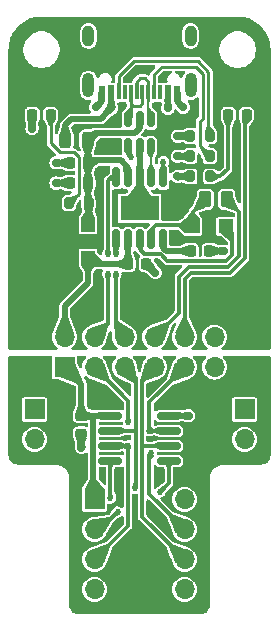
<source format=gtl>
%TF.GenerationSoftware,KiCad,Pcbnew,8.0.8*%
%TF.CreationDate,2025-02-23T10:22:01-05:00*%
%TF.ProjectId,attinyx12_dev,61747469-6e79-4783-9132-5f6465762e6b,rev?*%
%TF.SameCoordinates,Original*%
%TF.FileFunction,Copper,L1,Top*%
%TF.FilePolarity,Positive*%
%FSLAX46Y46*%
G04 Gerber Fmt 4.6, Leading zero omitted, Abs format (unit mm)*
G04 Created by KiCad (PCBNEW 8.0.8) date 2025-02-23 10:22:01*
%MOMM*%
%LPD*%
G01*
G04 APERTURE LIST*
G04 Aperture macros list*
%AMRoundRect*
0 Rectangle with rounded corners*
0 $1 Rounding radius*
0 $2 $3 $4 $5 $6 $7 $8 $9 X,Y pos of 4 corners*
0 Add a 4 corners polygon primitive as box body*
4,1,4,$2,$3,$4,$5,$6,$7,$8,$9,$2,$3,0*
0 Add four circle primitives for the rounded corners*
1,1,$1+$1,$2,$3*
1,1,$1+$1,$4,$5*
1,1,$1+$1,$6,$7*
1,1,$1+$1,$8,$9*
0 Add four rect primitives between the rounded corners*
20,1,$1+$1,$2,$3,$4,$5,0*
20,1,$1+$1,$4,$5,$6,$7,0*
20,1,$1+$1,$6,$7,$8,$9,0*
20,1,$1+$1,$8,$9,$2,$3,0*%
G04 Aperture macros list end*
%TA.AperFunction,SMDPad,CuDef*%
%ADD10RoundRect,0.218750X-0.218750X-0.256250X0.218750X-0.256250X0.218750X0.256250X-0.218750X0.256250X0*%
%TD*%
%TA.AperFunction,SMDPad,CuDef*%
%ADD11RoundRect,0.225000X0.225000X0.250000X-0.225000X0.250000X-0.225000X-0.250000X0.225000X-0.250000X0*%
%TD*%
%TA.AperFunction,SMDPad,CuDef*%
%ADD12RoundRect,0.200000X0.200000X0.275000X-0.200000X0.275000X-0.200000X-0.275000X0.200000X-0.275000X0*%
%TD*%
%TA.AperFunction,SMDPad,CuDef*%
%ADD13RoundRect,0.150000X-0.825000X-0.150000X0.825000X-0.150000X0.825000X0.150000X-0.825000X0.150000X0*%
%TD*%
%TA.AperFunction,SMDPad,CuDef*%
%ADD14RoundRect,0.150000X0.150000X-0.512500X0.150000X0.512500X-0.150000X0.512500X-0.150000X-0.512500X0*%
%TD*%
%TA.AperFunction,SMDPad,CuDef*%
%ADD15R,1.200000X1.200000*%
%TD*%
%TA.AperFunction,SMDPad,CuDef*%
%ADD16RoundRect,0.250000X-0.262500X-0.450000X0.262500X-0.450000X0.262500X0.450000X-0.262500X0.450000X0*%
%TD*%
%TA.AperFunction,ComponentPad*%
%ADD17R,1.700000X1.700000*%
%TD*%
%TA.AperFunction,ComponentPad*%
%ADD18O,1.700000X1.700000*%
%TD*%
%TA.AperFunction,SMDPad,CuDef*%
%ADD19R,0.600000X1.210000*%
%TD*%
%TA.AperFunction,SMDPad,CuDef*%
%ADD20R,0.600000X1.240000*%
%TD*%
%TA.AperFunction,SMDPad,CuDef*%
%ADD21R,0.300000X1.240000*%
%TD*%
%TA.AperFunction,ComponentPad*%
%ADD22O,1.000000X2.100000*%
%TD*%
%TA.AperFunction,ComponentPad*%
%ADD23O,1.000000X1.800000*%
%TD*%
%TA.AperFunction,SMDPad,CuDef*%
%ADD24RoundRect,0.150000X-0.150000X0.687500X-0.150000X-0.687500X0.150000X-0.687500X0.150000X0.687500X0*%
%TD*%
%TA.AperFunction,HeatsinkPad*%
%ADD25R,3.300000X2.100000*%
%TD*%
%TA.AperFunction,SMDPad,CuDef*%
%ADD26RoundRect,0.243750X-0.243750X-0.456250X0.243750X-0.456250X0.243750X0.456250X-0.243750X0.456250X0*%
%TD*%
%TA.AperFunction,SMDPad,CuDef*%
%ADD27RoundRect,0.225000X-0.225000X-0.250000X0.225000X-0.250000X0.225000X0.250000X-0.225000X0.250000X0*%
%TD*%
%TA.AperFunction,SMDPad,CuDef*%
%ADD28RoundRect,0.225000X-0.250000X0.225000X-0.250000X-0.225000X0.250000X-0.225000X0.250000X0.225000X0*%
%TD*%
%TA.AperFunction,ViaPad*%
%ADD29C,0.720000*%
%TD*%
%TA.AperFunction,ViaPad*%
%ADD30C,0.800000*%
%TD*%
%TA.AperFunction,ViaPad*%
%ADD31C,0.520000*%
%TD*%
%TA.AperFunction,Conductor*%
%ADD32C,0.500000*%
%TD*%
%TA.AperFunction,Conductor*%
%ADD33C,0.300000*%
%TD*%
%TA.AperFunction,Conductor*%
%ADD34C,0.250000*%
%TD*%
%TA.AperFunction,Conductor*%
%ADD35C,0.200000*%
%TD*%
G04 APERTURE END LIST*
D10*
%TO.P,D1,1,K*%
%TO.N,GND*%
X3212500Y-9520000D03*
%TO.P,D1,2,A*%
%TO.N,Net-(D1-A)*%
X4787500Y-9520000D03*
%TD*%
D11*
%TO.P,C2,1*%
%TO.N,VBUS*%
X7935000Y-15300000D03*
%TO.P,C2,2*%
%TO.N,GND*%
X6385000Y-15300000D03*
%TD*%
D12*
%TO.P,R4,1*%
%TO.N,Net-(D4-K)*%
X18255000Y-14740000D03*
%TO.P,R4,2*%
%TO.N,GND*%
X16605000Y-14740000D03*
%TD*%
D13*
%TO.P,U2,1,VCC*%
%TO.N,+5VA*%
X9825000Y-34995000D03*
%TO.P,U2,2,PA6*%
%TO.N,/PA6*%
X9825000Y-36265000D03*
%TO.P,U2,3,PA7*%
%TO.N,/PA7*%
X9825000Y-37535000D03*
%TO.P,U2,4,PA1*%
%TO.N,/PA1*%
X9825000Y-38805000D03*
%TO.P,U2,5,PA2*%
%TO.N,/PA2*%
X14775000Y-38805000D03*
%TO.P,U2,6,~{RESET}/PA0*%
%TO.N,/PA0*%
X14775000Y-37535000D03*
%TO.P,U2,7,PA3*%
%TO.N,/PA3*%
X14775000Y-36265000D03*
%TO.P,U2,8,GND*%
%TO.N,GND1*%
X14775000Y-34995000D03*
%TD*%
D12*
%TO.P,R2,1*%
%TO.N,Net-(J1-CC1)*%
X18255000Y-13030000D03*
%TO.P,R2,2*%
%TO.N,GND*%
X16605000Y-13030000D03*
%TD*%
D14*
%TO.P,U1,1,I/O1*%
%TO.N,/UD+*%
X11350000Y-12187500D03*
%TO.P,U1,2,GND*%
%TO.N,GND*%
X12300000Y-12187500D03*
%TO.P,U1,3,I/O2*%
%TO.N,/UD-*%
X13250000Y-12187500D03*
%TO.P,U1,4,I/O2*%
%TO.N,/D-*%
X13250000Y-9912500D03*
%TO.P,U1,5,VBUS*%
%TO.N,VBUS*%
X12300000Y-9912500D03*
%TO.P,U1,6,I/O1*%
%TO.N,/D+*%
X11350000Y-9912500D03*
%TD*%
D15*
%TO.P,D3,1,K*%
%TO.N,Net-(D3-K)*%
X19597500Y-18970000D03*
%TO.P,D3,2,A*%
%TO.N,Net-(D3-A)*%
X16797500Y-18970000D03*
%TD*%
D12*
%TO.P,R3,1*%
%TO.N,Net-(J1-CC2)*%
X18255000Y-11320000D03*
%TO.P,R3,2*%
%TO.N,GND*%
X16605000Y-11320000D03*
%TD*%
D16*
%TO.P,R5,1*%
%TO.N,Net-(D3-A)*%
X17857500Y-16670000D03*
%TO.P,R5,2*%
%TO.N,/UPDI*%
X19682500Y-16670000D03*
%TD*%
D17*
%TO.P,J4,1,Pin_1*%
%TO.N,+5VA*%
X5955000Y-30875000D03*
D18*
%TO.P,J4,2,Pin_2*%
%TO.N,+5V*%
X5955000Y-28335000D03*
%TO.P,J4,3,Pin_3*%
%TO.N,/PA7*%
X8495000Y-30875000D03*
%TO.P,J4,4,Pin_4*%
%TO.N,/TX*%
X8495000Y-28335000D03*
%TO.P,J4,5,Pin_5*%
%TO.N,/PA6*%
X11035000Y-30875000D03*
%TO.P,J4,6,Pin_6*%
%TO.N,/RX*%
X11035000Y-28335000D03*
%TO.P,J4,7,Pin_7*%
%TO.N,/PA0*%
X13575000Y-30875000D03*
%TO.P,J4,8,Pin_8*%
%TO.N,/UPDI*%
X13575000Y-28335000D03*
%TO.P,J4,9,Pin_9*%
%TO.N,/PA3*%
X16115000Y-30875000D03*
%TO.P,J4,10,Pin_10*%
%TO.N,/LED*%
X16115000Y-28335000D03*
%TO.P,J4,11,Pin_11*%
%TO.N,GND1*%
X18655000Y-30875000D03*
%TO.P,J4,12,Pin_12*%
%TO.N,GND*%
X18655000Y-28335000D03*
%TD*%
D11*
%TO.P,C5,1*%
%TO.N,GND*%
X12865000Y-22140000D03*
%TO.P,C5,2*%
%TO.N,+5V*%
X11315000Y-22140000D03*
%TD*%
D19*
%TO.P,J1,A1,GND*%
%TO.N,GND*%
X15500000Y-7640000D03*
D20*
%TO.P,J1,A4,VBUS*%
%TO.N,Net-(F1-Pad1)*%
X14700000Y-7625000D03*
D21*
%TO.P,J1,A5,CC1*%
%TO.N,Net-(J1-CC1)*%
X13550000Y-7625000D03*
%TO.P,J1,A6,D+*%
%TO.N,/D+*%
X12550000Y-7625000D03*
%TO.P,J1,A7,D-*%
%TO.N,/D-*%
X12050000Y-7625000D03*
%TO.P,J1,A8,SBU1*%
%TO.N,unconnected-(J1-SBU1-PadA8)*%
X11050000Y-7625000D03*
D20*
%TO.P,J1,A9,VBUS*%
%TO.N,Net-(F1-Pad1)*%
X9900000Y-7625000D03*
D19*
%TO.P,J1,A12,GND*%
%TO.N,GND*%
X9100000Y-7640000D03*
%TO.P,J1,B1,GND*%
X9100000Y-7640000D03*
D20*
%TO.P,J1,B4,VBUS*%
%TO.N,Net-(F1-Pad1)*%
X9900000Y-7625000D03*
D21*
%TO.P,J1,B5,CC2*%
%TO.N,Net-(J1-CC2)*%
X10550000Y-7625000D03*
%TO.P,J1,B6,D+*%
%TO.N,/D+*%
X11550000Y-7625000D03*
%TO.P,J1,B7,D-*%
%TO.N,/D-*%
X13050000Y-7625000D03*
%TO.P,J1,B8,SBU2*%
%TO.N,unconnected-(J1-SBU2-PadB8)*%
X14050000Y-7625000D03*
D20*
%TO.P,J1,B9,VBUS*%
%TO.N,Net-(F1-Pad1)*%
X14700000Y-7625000D03*
D19*
%TO.P,J1,B12,GND*%
%TO.N,GND*%
X15500000Y-7640000D03*
D22*
%TO.P,J1,S1,SHIELD*%
X16620000Y-7025000D03*
D23*
X16620000Y-2825000D03*
D22*
X7980000Y-7025000D03*
D23*
X7980000Y-2825000D03*
%TD*%
D10*
%TO.P,D4,1,K*%
%TO.N,Net-(D4-K)*%
X19812500Y-9520000D03*
%TO.P,D4,2,A*%
%TO.N,/LED*%
X21387500Y-9520000D03*
%TD*%
D11*
%TO.P,C1,1*%
%TO.N,VBUS*%
X7935000Y-13590000D03*
%TO.P,C1,2*%
%TO.N,GND*%
X6385000Y-13590000D03*
%TD*%
D15*
%TO.P,D2,1,K*%
%TO.N,+5V*%
X7940000Y-21640000D03*
%TO.P,D2,2,A*%
%TO.N,VBUS*%
X7940000Y-18840000D03*
%TD*%
D24*
%TO.P,U3,1,UD+*%
%TO.N,/UD+*%
X14310000Y-14800000D03*
%TO.P,U3,2,UD-*%
%TO.N,/UD-*%
X13310000Y-14800000D03*
%TO.P,U3,3,GND*%
%TO.N,GND*%
X12310000Y-14800000D03*
%TO.P,U3,4,Vcc*%
%TO.N,VBUS*%
X11310000Y-14800000D03*
%TO.P,U3,5,TXD1*%
%TO.N,/TX*%
X10310000Y-14800000D03*
%TO.P,U3,6,RXD1*%
%TO.N,/RX*%
X10310000Y-20075000D03*
%TO.P,U3,7,VIO*%
%TO.N,+5V*%
X11310000Y-20075000D03*
%TO.P,U3,8,TXD0*%
%TO.N,Net-(D3-K)*%
X12310000Y-20075000D03*
%TO.P,U3,9,RXD0*%
%TO.N,Net-(D3-A)*%
X13310000Y-20075000D03*
%TO.P,U3,10,V3*%
%TO.N,Net-(U3-V3)*%
X14310000Y-20075000D03*
D25*
%TO.P,U3,11,GND*%
%TO.N,GND*%
X12310000Y-17437500D03*
%TD*%
D26*
%TO.P,F1,1*%
%TO.N,Net-(F1-Pad1)*%
X6022500Y-11660000D03*
%TO.P,F1,2*%
%TO.N,VBUS*%
X7897500Y-11660000D03*
%TD*%
D12*
%TO.P,R1,1*%
%TO.N,VBUS*%
X7985000Y-17010000D03*
%TO.P,R1,2*%
%TO.N,Net-(D1-A)*%
X6335000Y-17010000D03*
%TD*%
D27*
%TO.P,C4,1*%
%TO.N,Net-(U3-V3)*%
X16655000Y-21050000D03*
%TO.P,C4,2*%
%TO.N,GND*%
X18205000Y-21050000D03*
%TD*%
D28*
%TO.P,C3,1*%
%TO.N,+5VA*%
X7370000Y-34995000D03*
%TO.P,C3,2*%
%TO.N,GND1*%
X7370000Y-36545000D03*
%TD*%
D17*
%TO.P,J6,1,Pin_1*%
%TO.N,GND1*%
X21190000Y-34460000D03*
D18*
%TO.P,J6,2,Pin_2*%
X21190000Y-37000000D03*
%TD*%
D17*
%TO.P,J5,1,Pin_1*%
%TO.N,GND1*%
X3410000Y-34460000D03*
D18*
%TO.P,J5,2,Pin_2*%
X3410000Y-37000000D03*
%TD*%
D17*
%TO.P,J2,1,Pin_1*%
%TO.N,+5VA*%
X8490000Y-42080000D03*
D18*
%TO.P,J2,2,Pin_2*%
%TO.N,/PA6*%
X8490000Y-44620000D03*
%TO.P,J2,3,Pin_3*%
%TO.N,/PA7*%
X8490000Y-47160000D03*
%TO.P,J2,4,Pin_4*%
%TO.N,/PA1*%
X8490000Y-49700000D03*
%TD*%
%TO.P,J3,1,Pin_1*%
%TO.N,GND1*%
X16110000Y-42080000D03*
%TO.P,J3,2,Pin_2*%
%TO.N,/PA3*%
X16110000Y-44620000D03*
%TO.P,J3,3,Pin_3*%
%TO.N,/PA0*%
X16110000Y-47160000D03*
%TO.P,J3,4,Pin_4*%
%TO.N,/PA2*%
X16110000Y-49700000D03*
%TD*%
D29*
%TO.N,GND*%
X13650000Y-22880000D03*
D30*
X12310000Y-17437500D03*
X11310000Y-17437500D03*
D29*
X5230000Y-15300000D03*
X8600000Y-8870000D03*
X5230000Y-13580000D03*
X19420000Y-21050000D03*
X3200000Y-10690000D03*
X15500000Y-13020000D03*
D30*
X13310000Y-17437500D03*
D29*
X15500000Y-14740000D03*
X15510000Y-11320000D03*
X16000000Y-8870000D03*
%TO.N,GND1*%
X7370000Y-37700000D03*
X16460000Y-35000000D03*
D31*
%TO.N,/PA1*%
X9830000Y-41980000D03*
%TO.N,/PA6*%
X11930000Y-41136000D03*
X10446586Y-43136586D03*
%TO.N,/PA7*%
X11350000Y-37535000D03*
X11350000Y-35550000D03*
%TO.N,/PA2*%
X14033707Y-41453707D03*
%TO.N,/PA3*%
X13140000Y-36250000D03*
X13310000Y-38180000D03*
%TO.N,/TX*%
X9610000Y-22970000D03*
X9610000Y-21310000D03*
%TO.N,/RX*%
X10310000Y-21310000D03*
X10310000Y-22970000D03*
D29*
%TO.N,Net-(F1-Pad1)*%
X9910000Y-8960000D03*
X14700000Y-8960000D03*
D31*
%TO.N,/UD+*%
X11540205Y-13109795D03*
X14310000Y-13480000D03*
%TD*%
D32*
%TO.N,VBUS*%
X7935000Y-13590000D02*
X7935000Y-11697500D01*
X8507500Y-11050000D02*
X11900000Y-11050000D01*
X10690000Y-13370000D02*
X8155000Y-13370000D01*
X12300000Y-10650000D02*
X12300000Y-9912500D01*
X8155000Y-13370000D02*
X7935000Y-13590000D01*
X7935000Y-13590000D02*
X7935000Y-15300000D01*
X7985000Y-17010000D02*
X7985000Y-18795000D01*
X11900000Y-11050000D02*
X12300000Y-10650000D01*
X7935000Y-15300000D02*
X7935000Y-16960000D01*
X11310000Y-13990000D02*
X10690000Y-13370000D01*
X7897500Y-11660000D02*
X8507500Y-11050000D01*
X11310000Y-14800000D02*
X11310000Y-13990000D01*
%TO.N,GND*%
X16605000Y-13030000D02*
X15510000Y-13030000D01*
X6385000Y-13590000D02*
X5240000Y-13590000D01*
X15500000Y-7625000D02*
X15500000Y-8370000D01*
X16605000Y-14740000D02*
X15500000Y-14740000D01*
X16605000Y-11320000D02*
X15510000Y-11320000D01*
X3212500Y-10677500D02*
X3200000Y-10690000D01*
X18205000Y-21050000D02*
X19420000Y-21050000D01*
X3212500Y-9520000D02*
X3212500Y-10677500D01*
X15500000Y-8370000D02*
X16000000Y-8870000D01*
X9100000Y-8370000D02*
X8600000Y-8870000D01*
X12310000Y-14800000D02*
X12310000Y-17437500D01*
X13650000Y-22880000D02*
X12910000Y-22140000D01*
X5240000Y-13590000D02*
X5230000Y-13580000D01*
X9100000Y-7625000D02*
X9100000Y-8370000D01*
X6385000Y-15300000D02*
X5230000Y-15300000D01*
X12300000Y-12187500D02*
X12300000Y-14790000D01*
%TO.N,+5V*%
X7940000Y-21640000D02*
X7940000Y-23732082D01*
X5955000Y-28335000D02*
X5955000Y-25717082D01*
X11315000Y-22140000D02*
X8440000Y-22140000D01*
X5955000Y-25717082D02*
X7940000Y-23732082D01*
X8440000Y-22140000D02*
X7940000Y-21640000D01*
X11310000Y-20075000D02*
X11310000Y-22135000D01*
%TO.N,Net-(U3-V3)*%
X14310000Y-20830000D02*
X14310000Y-20075000D01*
X16655000Y-21050000D02*
X14530000Y-21050000D01*
X14530000Y-21050000D02*
X14310000Y-20830000D01*
%TO.N,GND1*%
X7370000Y-36545000D02*
X7370000Y-37700000D01*
X14775000Y-34995000D02*
X16455000Y-34995000D01*
X16455000Y-34995000D02*
X16460000Y-35000000D01*
D33*
%TO.N,Net-(D3-A)*%
X13310000Y-20075000D02*
X13310000Y-19237501D01*
X13310000Y-19237501D02*
X13667501Y-18880000D01*
X16797500Y-18970000D02*
X16797500Y-17730000D01*
X16797500Y-17730000D02*
X17857500Y-16670000D01*
X13667501Y-18880000D02*
X16707500Y-18880000D01*
%TO.N,Net-(D3-K)*%
X12310000Y-20912499D02*
X12712501Y-21315000D01*
X12712501Y-21315000D02*
X14102035Y-21315000D01*
X20130000Y-19502500D02*
X19597500Y-18970000D01*
X14102035Y-21315000D02*
X14667035Y-21880000D01*
X12310000Y-20075000D02*
X12310000Y-20912499D01*
X19600000Y-21880000D02*
X20130000Y-21350000D01*
X14667035Y-21880000D02*
X19600000Y-21880000D01*
X20130000Y-21350000D02*
X20130000Y-19502500D01*
D34*
%TO.N,Net-(J1-CC1)*%
X17400000Y-10100000D02*
X17400000Y-12175000D01*
X17670000Y-6050000D02*
X17670000Y-9830000D01*
X14200000Y-5430000D02*
X17050000Y-5430000D01*
X13550000Y-6080000D02*
X14200000Y-5430000D01*
X17050000Y-5430000D02*
X17670000Y-6050000D01*
X17670000Y-9830000D02*
X17400000Y-10100000D01*
X13550000Y-7625000D02*
X13550000Y-6080000D01*
X17400000Y-12175000D02*
X18255000Y-13030000D01*
%TO.N,Net-(J1-CC2)*%
X18140000Y-5860000D02*
X17240000Y-4960000D01*
X18140000Y-11205000D02*
X18140000Y-5860000D01*
X17240000Y-4960000D02*
X11850000Y-4960000D01*
X10550000Y-6260000D02*
X10550000Y-7625000D01*
X11850000Y-4960000D02*
X10550000Y-6260000D01*
D33*
%TO.N,/PA1*%
X9830000Y-41980000D02*
X9830000Y-38810000D01*
%TO.N,/PA6*%
X11960000Y-31800000D02*
X11035000Y-30875000D01*
X10446586Y-43136586D02*
X10446586Y-43136587D01*
X11930000Y-41136000D02*
X11960000Y-41106000D01*
X11960000Y-41106000D02*
X11960000Y-31800000D01*
X11925000Y-36265000D02*
X9825000Y-36265000D01*
X11930000Y-36260000D02*
X11925000Y-36265000D01*
X10446586Y-43136587D02*
X8963173Y-44620000D01*
%TO.N,/PA7*%
X11350000Y-37535000D02*
X11310000Y-37575000D01*
X11350000Y-33730000D02*
X8495000Y-30875000D01*
X11310000Y-44340000D02*
X8490000Y-47160000D01*
X11350000Y-35550000D02*
X11350000Y-33730000D01*
X11310000Y-37575000D02*
X11310000Y-44340000D01*
X11350000Y-37535000D02*
X9825000Y-37535000D01*
%TO.N,/UPDI*%
X16450000Y-22380000D02*
X15620000Y-23210000D01*
X19682500Y-16670000D02*
X20740000Y-17727500D01*
X19800000Y-22380000D02*
X16450000Y-22380000D01*
X20740000Y-21440000D02*
X19800000Y-22380000D01*
X20740000Y-17727500D02*
X20740000Y-21440000D01*
X15620000Y-23210000D02*
X15620000Y-26290000D01*
X15620000Y-26290000D02*
X13575000Y-28335000D01*
%TO.N,/PA2*%
X14775000Y-40712414D02*
X14775000Y-38805000D01*
X14033707Y-41453707D02*
X14775000Y-40712414D01*
%TO.N,/PA3*%
X13140000Y-41650000D02*
X16110000Y-44620000D01*
X13140000Y-36250000D02*
X13155000Y-36265000D01*
X13140000Y-38350000D02*
X13140000Y-41650000D01*
X13155000Y-36265000D02*
X14775000Y-36265000D01*
X13310000Y-38180000D02*
X13140000Y-38350000D01*
X13140000Y-36250000D02*
X13140000Y-33850000D01*
X13140000Y-33850000D02*
X16115000Y-30875000D01*
D34*
%TO.N,/D-*%
X13050000Y-6705000D02*
X13050000Y-7625000D01*
X12050000Y-7625000D02*
X12050000Y-6705000D01*
X12315000Y-6440000D02*
X12785000Y-6440000D01*
X12785000Y-6440000D02*
X13050000Y-6705000D01*
X12050000Y-6705000D02*
X12315000Y-6440000D01*
D35*
X13050000Y-9712500D02*
X13050000Y-7625000D01*
D34*
%TO.N,/D+*%
X12345000Y-8750000D02*
X12550000Y-8545000D01*
X11550000Y-8545000D02*
X11755000Y-8750000D01*
X11550000Y-9712500D02*
X11350000Y-9912500D01*
X11755000Y-8750000D02*
X12345000Y-8750000D01*
X11550000Y-7625000D02*
X11550000Y-9712500D01*
X12550000Y-8545000D02*
X12550000Y-7625000D01*
X11550000Y-7625000D02*
X11550000Y-8545000D01*
D33*
%TO.N,/TX*%
X9920000Y-14800000D02*
X10310000Y-14800000D01*
X9610000Y-15110000D02*
X9920000Y-14800000D01*
X9610000Y-21310000D02*
X9610000Y-15110000D01*
X9610000Y-27220000D02*
X8495000Y-28335000D01*
X9610000Y-22970000D02*
X9610000Y-27220000D01*
%TO.N,/RX*%
X10310000Y-22970000D02*
X10310000Y-27610000D01*
X10310000Y-27610000D02*
X11035000Y-28335000D01*
X10310000Y-20075000D02*
X10310000Y-21310000D01*
D32*
%TO.N,+5VA*%
X7370000Y-32290000D02*
X7370000Y-34995000D01*
X9825000Y-34995000D02*
X8400000Y-34995000D01*
X8400000Y-34995000D02*
X7370000Y-34995000D01*
X5955000Y-30875000D02*
X7370000Y-32290000D01*
X8400000Y-41990000D02*
X8400000Y-34995000D01*
D34*
%TO.N,Net-(D1-A)*%
X7160000Y-16185000D02*
X7160000Y-13105948D01*
X7160000Y-13105948D02*
X6739052Y-12685000D01*
X5536412Y-12685000D02*
X4787500Y-11936088D01*
X4787500Y-11936088D02*
X4787500Y-9520000D01*
X6335000Y-17010000D02*
X7160000Y-16185000D01*
X6739052Y-12685000D02*
X5536412Y-12685000D01*
D33*
%TO.N,Net-(D4-K)*%
X18255000Y-14740000D02*
X19140000Y-14740000D01*
X19140000Y-14740000D02*
X19812500Y-14067500D01*
X19812500Y-14067500D02*
X19812500Y-9520000D01*
D32*
%TO.N,Net-(F1-Pad1)*%
X6520000Y-9870000D02*
X9000000Y-9870000D01*
X6022500Y-10367500D02*
X6520000Y-9870000D01*
X6022500Y-11660000D02*
X6022500Y-10367500D01*
X9900000Y-8950000D02*
X9910000Y-8960000D01*
X9000000Y-9870000D02*
X9910000Y-8960000D01*
X9900000Y-7625000D02*
X9900000Y-8950000D01*
X14700000Y-8960000D02*
X14700000Y-7625000D01*
D33*
%TO.N,/LED*%
X16115000Y-28335000D02*
X16115000Y-23425000D01*
X16660000Y-22880000D02*
X20000000Y-22880000D01*
X16115000Y-23425000D02*
X16660000Y-22880000D01*
X21240000Y-9907500D02*
X21120000Y-9787500D01*
X21240000Y-21640000D02*
X21240000Y-9907500D01*
X20000000Y-22880000D02*
X21240000Y-21640000D01*
D35*
%TO.N,/UD+*%
X11540205Y-13109795D02*
X11350000Y-12919590D01*
X11350000Y-12919590D02*
X11350000Y-12187500D01*
X14310000Y-13480000D02*
X14310000Y-14800000D01*
%TO.N,/UD-*%
X13250000Y-12187500D02*
X13250000Y-14740000D01*
D33*
%TO.N,/PA0*%
X12530000Y-37530000D02*
X14770000Y-37530000D01*
X12540000Y-37540000D02*
X12530000Y-37530000D01*
X12510000Y-38010000D02*
X12510000Y-31940000D01*
X12510000Y-31940000D02*
X13575000Y-30875000D01*
X12540000Y-43590000D02*
X12540000Y-37540000D01*
X16110000Y-47160000D02*
X12540000Y-43590000D01*
%TD*%
%TA.AperFunction,Conductor*%
%TO.N,+5VA*%
G36*
X9002565Y-34695931D02*
G01*
X9606470Y-34915267D01*
X9795721Y-34984003D01*
X9802327Y-34990048D01*
X9802724Y-34998994D01*
X9796679Y-35005600D01*
X9795721Y-35005997D01*
X9002568Y-35294067D01*
X8997282Y-35294698D01*
X8560408Y-35246156D01*
X8552564Y-35241837D01*
X8550000Y-35234528D01*
X8550000Y-34755471D01*
X8553427Y-34747198D01*
X8560406Y-34743843D01*
X8997286Y-34695301D01*
X9002565Y-34695931D01*
G37*
%TD.AperFunction*%
%TD*%
%TA.AperFunction,Conductor*%
%TO.N,/UD+*%
G36*
X11453376Y-12671750D02*
G01*
X11463309Y-12681079D01*
X11715275Y-12917703D01*
X11718960Y-12925865D01*
X11715795Y-12934241D01*
X11715562Y-12934483D01*
X11543654Y-13107327D01*
X11535390Y-13110776D01*
X11535313Y-13110776D01*
X11291089Y-13109836D01*
X11282829Y-13106377D01*
X11279461Y-13098936D01*
X11250856Y-12681079D01*
X11253710Y-12672591D01*
X11261730Y-12668607D01*
X11262529Y-12668580D01*
X11445368Y-12668580D01*
X11453376Y-12671750D01*
G37*
%TD.AperFunction*%
%TD*%
%TA.AperFunction,Conductor*%
%TO.N,GND1*%
G36*
X7618225Y-36983427D02*
G01*
X7621518Y-36989933D01*
X7727948Y-37686570D01*
X7725810Y-37695266D01*
X7718149Y-37699903D01*
X7716414Y-37700037D01*
X7370032Y-37700999D01*
X7369968Y-37700999D01*
X7023585Y-37700037D01*
X7015321Y-37696587D01*
X7011917Y-37688305D01*
X7012050Y-37686580D01*
X7118482Y-36989931D01*
X7123119Y-36982272D01*
X7130048Y-36980000D01*
X7609952Y-36980000D01*
X7618225Y-36983427D01*
G37*
%TD.AperFunction*%
%TD*%
%TA.AperFunction,Conductor*%
%TO.N,Net-(D1-A)*%
G36*
X6902675Y-16270290D02*
G01*
X6906410Y-16272801D01*
X7071889Y-16438280D01*
X7075316Y-16446553D01*
X7074211Y-16451516D01*
X6739732Y-17165582D01*
X6733120Y-17171620D01*
X6724683Y-17171438D01*
X6340156Y-17013121D01*
X6333810Y-17006802D01*
X6333114Y-17004476D01*
X6246092Y-16544397D01*
X6247921Y-16535632D01*
X6253169Y-16531389D01*
X6893721Y-16270240D01*
X6902675Y-16270290D01*
G37*
%TD.AperFunction*%
%TD*%
%TA.AperFunction,Conductor*%
%TO.N,GND*%
G36*
X15796105Y-7626063D02*
G01*
X15799991Y-7634131D01*
X15800009Y-7634778D01*
X15800516Y-8312115D01*
X15797095Y-8320391D01*
X15459727Y-8657759D01*
X15451454Y-8661186D01*
X15443181Y-8657759D01*
X15440525Y-8653663D01*
X15414016Y-8584298D01*
X15285886Y-8249024D01*
X15285790Y-8240939D01*
X15496691Y-7646622D01*
X15502686Y-7639974D01*
X15507055Y-7638857D01*
X15787653Y-7623105D01*
X15796105Y-7626063D01*
G37*
%TD.AperFunction*%
%TD*%
%TA.AperFunction,Conductor*%
%TO.N,Net-(D3-K)*%
G36*
X12606049Y-20051481D02*
G01*
X12610191Y-20059420D01*
X12610235Y-20060232D01*
X12628105Y-21013592D01*
X12624834Y-21021928D01*
X12624680Y-21022084D01*
X12425521Y-21221243D01*
X12417248Y-21224670D01*
X12408975Y-21221243D01*
X12407956Y-21220078D01*
X12176107Y-20916504D01*
X12173809Y-20907850D01*
X12173857Y-20907526D01*
X12307834Y-20083268D01*
X12312543Y-20075652D01*
X12318348Y-20073491D01*
X12597506Y-20048797D01*
X12606049Y-20051481D01*
G37*
%TD.AperFunction*%
%TD*%
%TA.AperFunction,Conductor*%
%TO.N,VBUS*%
G36*
X7992902Y-17016240D02*
G01*
X8364599Y-17356794D01*
X8368384Y-17364909D01*
X8368025Y-17368337D01*
X8237261Y-17876217D01*
X8231880Y-17883375D01*
X8225931Y-17885000D01*
X7744069Y-17885000D01*
X7735796Y-17881573D01*
X7732739Y-17876217D01*
X7692109Y-17718415D01*
X7601974Y-17368335D01*
X7603229Y-17359471D01*
X7605394Y-17356799D01*
X7977097Y-17016240D01*
X7985511Y-17013179D01*
X7992902Y-17016240D01*
G37*
%TD.AperFunction*%
%TD*%
%TA.AperFunction,Conductor*%
%TO.N,GND*%
G36*
X18536122Y-20602854D02*
G01*
X19097132Y-20797273D01*
X19103826Y-20803219D01*
X19105000Y-20808327D01*
X19105000Y-21291672D01*
X19101573Y-21299945D01*
X19097131Y-21302727D01*
X18536122Y-21497145D01*
X18527183Y-21496616D01*
X18522795Y-21492925D01*
X18208919Y-21056835D01*
X18206867Y-21048118D01*
X18208919Y-21043165D01*
X18522795Y-20607073D01*
X18530409Y-20602361D01*
X18536122Y-20602854D01*
G37*
%TD.AperFunction*%
%TD*%
%TA.AperFunction,Conductor*%
%TO.N,/PA0*%
G36*
X14741953Y-37523878D02*
G01*
X14748753Y-37529705D01*
X14749442Y-37538633D01*
X14743615Y-37545433D01*
X14741953Y-37546122D01*
X13896445Y-37822324D01*
X13888793Y-37822190D01*
X13507681Y-37682809D01*
X13501089Y-37676749D01*
X13500000Y-37671821D01*
X13500000Y-37388377D01*
X13503427Y-37380104D01*
X13507929Y-37377302D01*
X13888902Y-37247674D01*
X13896304Y-37247629D01*
X14741953Y-37523878D01*
G37*
%TD.AperFunction*%
%TD*%
%TA.AperFunction,Conductor*%
%TO.N,/TX*%
G36*
X9752445Y-27100274D02*
G01*
X9755872Y-27108547D01*
X9755357Y-27111979D01*
X9284068Y-28647992D01*
X9278365Y-28654896D01*
X9269451Y-28655745D01*
X9268417Y-28655374D01*
X8499488Y-28337853D01*
X8493150Y-28331529D01*
X8174443Y-27561121D01*
X8174447Y-27552167D01*
X8180781Y-27545838D01*
X8181358Y-27545616D01*
X9416886Y-27111979D01*
X9458120Y-27097507D01*
X9461995Y-27096847D01*
X9744172Y-27096847D01*
X9752445Y-27100274D01*
G37*
%TD.AperFunction*%
%TD*%
%TA.AperFunction,Conductor*%
%TO.N,Net-(F1-Pad1)*%
G36*
X14705089Y-7640361D02*
G01*
X14710535Y-7645807D01*
X14998335Y-8241553D01*
X14999500Y-8246642D01*
X14999500Y-8247031D01*
X14999341Y-8248954D01*
X14951630Y-8535223D01*
X14946890Y-8542821D01*
X14940089Y-8545000D01*
X14459911Y-8545000D01*
X14451638Y-8541573D01*
X14448370Y-8535223D01*
X14400659Y-8248954D01*
X14400500Y-8247031D01*
X14400500Y-8246642D01*
X14401665Y-8241553D01*
X14689465Y-7645807D01*
X14696149Y-7639848D01*
X14705089Y-7640361D01*
G37*
%TD.AperFunction*%
%TD*%
%TA.AperFunction,Conductor*%
%TO.N,+5V*%
G36*
X11314674Y-20092564D02*
G01*
X11320726Y-20098616D01*
X11608753Y-20759638D01*
X11609655Y-20765604D01*
X11561156Y-21202092D01*
X11556837Y-21209936D01*
X11549528Y-21212500D01*
X11070472Y-21212500D01*
X11062199Y-21209073D01*
X11058844Y-21202092D01*
X11042677Y-21056596D01*
X11010344Y-20765600D01*
X11011245Y-20759641D01*
X11299274Y-20098615D01*
X11305720Y-20092401D01*
X11314674Y-20092564D01*
G37*
%TD.AperFunction*%
%TD*%
%TA.AperFunction,Conductor*%
%TO.N,/UD+*%
G36*
X11362621Y-12213104D02*
G01*
X11362847Y-12213529D01*
X11636704Y-12753699D01*
X11637705Y-12761460D01*
X11584362Y-13008435D01*
X11581199Y-13014238D01*
X11450952Y-13144485D01*
X11442679Y-13147912D01*
X11434406Y-13144485D01*
X11433977Y-13144032D01*
X11168474Y-12847667D01*
X11165506Y-12839218D01*
X11165928Y-12836683D01*
X11189342Y-12753699D01*
X11341153Y-12215640D01*
X11346696Y-12208611D01*
X11355589Y-12207560D01*
X11362621Y-12213104D01*
G37*
%TD.AperFunction*%
%TD*%
%TA.AperFunction,Conductor*%
%TO.N,/RX*%
G36*
X10462975Y-26937324D02*
G01*
X11624347Y-27726017D01*
X11629266Y-27733500D01*
X11627453Y-27742269D01*
X11626054Y-27743962D01*
X11038434Y-28332560D01*
X11030164Y-28335994D01*
X11030140Y-28335994D01*
X10196479Y-28335013D01*
X10188210Y-28331576D01*
X10184795Y-28323522D01*
X10160213Y-26947213D01*
X10163491Y-26938880D01*
X10171702Y-26935306D01*
X10171911Y-26935304D01*
X10456403Y-26935304D01*
X10462975Y-26937324D01*
G37*
%TD.AperFunction*%
%TD*%
%TA.AperFunction,Conductor*%
%TO.N,/PA0*%
G36*
X15021001Y-45854434D02*
G01*
X16341286Y-46340124D01*
X16423861Y-46370501D01*
X16430443Y-46376574D01*
X16430803Y-46385521D01*
X16430636Y-46385948D01*
X16112562Y-47156214D01*
X16106237Y-47162553D01*
X16106214Y-47162562D01*
X15335948Y-47480636D01*
X15326993Y-47480627D01*
X15320668Y-47474288D01*
X15320501Y-47473861D01*
X15203649Y-47156214D01*
X14804435Y-46071004D01*
X14804795Y-46062059D01*
X14807140Y-46058697D01*
X15008695Y-45857142D01*
X15016967Y-45853716D01*
X15021001Y-45854434D01*
G37*
%TD.AperFunction*%
%TD*%
%TA.AperFunction,Conductor*%
%TO.N,/PA2*%
G36*
X14302022Y-40986632D02*
G01*
X14500781Y-41185391D01*
X14504208Y-41193664D01*
X14502332Y-41200018D01*
X14279191Y-41545048D01*
X14271821Y-41550134D01*
X14264928Y-41549519D01*
X14128605Y-41493618D01*
X14037527Y-41456270D01*
X14031174Y-41449962D01*
X13937894Y-41222484D01*
X13937926Y-41213530D01*
X13942362Y-41208224D01*
X14287396Y-40985080D01*
X14296203Y-40983465D01*
X14302022Y-40986632D01*
G37*
%TD.AperFunction*%
%TD*%
%TA.AperFunction,Conductor*%
%TO.N,Net-(F1-Pad1)*%
G36*
X14948225Y-8243427D02*
G01*
X14951518Y-8249933D01*
X15057948Y-8946570D01*
X15055810Y-8955266D01*
X15048149Y-8959903D01*
X15046414Y-8960037D01*
X14700032Y-8960999D01*
X14699968Y-8960999D01*
X14353585Y-8960037D01*
X14345321Y-8956587D01*
X14341917Y-8948305D01*
X14342050Y-8946580D01*
X14448482Y-8249931D01*
X14453119Y-8242272D01*
X14460048Y-8240000D01*
X14939952Y-8240000D01*
X14948225Y-8243427D01*
G37*
%TD.AperFunction*%
%TD*%
%TA.AperFunction,Conductor*%
%TO.N,/D-*%
G36*
X13059983Y-7667732D02*
G01*
X13061372Y-7671084D01*
X13179173Y-8158779D01*
X13179500Y-8161526D01*
X13179500Y-8266718D01*
X13183850Y-8288589D01*
X13183475Y-8294571D01*
X13152667Y-8387000D01*
X13146800Y-8393765D01*
X13141567Y-8395000D01*
X12958433Y-8395000D01*
X12950160Y-8391573D01*
X12947333Y-8387000D01*
X12916524Y-8294573D01*
X12916149Y-8288592D01*
X12920500Y-8266719D01*
X12920499Y-8161515D01*
X12920826Y-8158779D01*
X13038627Y-7671081D01*
X13043900Y-7663847D01*
X13052746Y-7662458D01*
X13059983Y-7667732D01*
G37*
%TD.AperFunction*%
%TD*%
%TA.AperFunction,Conductor*%
%TO.N,GND1*%
G36*
X16039593Y-34743843D02*
G01*
X16047436Y-34748162D01*
X16050000Y-34755471D01*
X16050000Y-35234528D01*
X16046573Y-35242801D01*
X16039592Y-35246156D01*
X15602717Y-35294698D01*
X15597431Y-35294067D01*
X14804278Y-35005997D01*
X14797672Y-34999952D01*
X14797275Y-34991006D01*
X14803320Y-34984400D01*
X14804278Y-34984003D01*
X15597435Y-34695931D01*
X15602713Y-34695301D01*
X16039593Y-34743843D01*
G37*
%TD.AperFunction*%
%TD*%
%TA.AperFunction,Conductor*%
%TO.N,/TX*%
G36*
X9841247Y-23065748D02*
G01*
X9847556Y-23072102D01*
X9848171Y-23078995D01*
X9761984Y-23480754D01*
X9756898Y-23488124D01*
X9750544Y-23490000D01*
X9469456Y-23490000D01*
X9461183Y-23486573D01*
X9458016Y-23480754D01*
X9371828Y-23078995D01*
X9373444Y-23070187D01*
X9378749Y-23065749D01*
X9605484Y-22970888D01*
X9614439Y-22970857D01*
X9841247Y-23065748D01*
G37*
%TD.AperFunction*%
%TD*%
%TA.AperFunction,Conductor*%
%TO.N,/D-*%
G36*
X12173361Y-6858427D02*
G01*
X12176629Y-6864777D01*
X12188332Y-6934998D01*
X12188266Y-6939203D01*
X12179500Y-6983280D01*
X12179500Y-7088475D01*
X12179173Y-7091222D01*
X12061372Y-7578915D01*
X12056098Y-7586152D01*
X12047252Y-7587541D01*
X12040015Y-7582267D01*
X12038627Y-7578919D01*
X11920826Y-7091219D01*
X11920499Y-7088472D01*
X11920499Y-6983281D01*
X11918110Y-6971271D01*
X11911731Y-6939202D01*
X11911666Y-6935003D01*
X11920026Y-6884839D01*
X11923371Y-6864776D01*
X11928112Y-6857179D01*
X11934912Y-6855000D01*
X12165088Y-6855000D01*
X12173361Y-6858427D01*
G37*
%TD.AperFunction*%
%TD*%
%TA.AperFunction,Conductor*%
%TO.N,Net-(J1-CC2)*%
G36*
X10673361Y-6858427D02*
G01*
X10676629Y-6864777D01*
X10688332Y-6934998D01*
X10688266Y-6939203D01*
X10679500Y-6983280D01*
X10679500Y-7088475D01*
X10679173Y-7091222D01*
X10561372Y-7578915D01*
X10556098Y-7586152D01*
X10547252Y-7587541D01*
X10540015Y-7582267D01*
X10538627Y-7578919D01*
X10420826Y-7091219D01*
X10420499Y-7088472D01*
X10420499Y-6983281D01*
X10418110Y-6971271D01*
X10411731Y-6939202D01*
X10411666Y-6935003D01*
X10420026Y-6884839D01*
X10423371Y-6864776D01*
X10428112Y-6857179D01*
X10434912Y-6855000D01*
X10665088Y-6855000D01*
X10673361Y-6858427D01*
G37*
%TD.AperFunction*%
%TD*%
%TA.AperFunction,Conductor*%
%TO.N,GND1*%
G36*
X7376833Y-36548918D02*
G01*
X7678984Y-36766390D01*
X7812925Y-36862794D01*
X7817638Y-36870408D01*
X7817145Y-36876121D01*
X7622727Y-37437131D01*
X7616780Y-37443826D01*
X7611672Y-37445000D01*
X7128328Y-37445000D01*
X7120055Y-37441573D01*
X7117273Y-37437131D01*
X6922854Y-36876121D01*
X6923383Y-36867182D01*
X6927072Y-36862795D01*
X7363165Y-36548918D01*
X7371882Y-36546867D01*
X7376833Y-36548918D01*
G37*
%TD.AperFunction*%
%TD*%
%TA.AperFunction,Conductor*%
%TO.N,/PA6*%
G36*
X12108253Y-40625394D02*
G01*
X12111541Y-40631868D01*
X12187907Y-41122552D01*
X12185793Y-41131253D01*
X12178145Y-41135912D01*
X12176391Y-41136051D01*
X11932371Y-41136990D01*
X11927810Y-41136083D01*
X11761518Y-41066511D01*
X11699417Y-41040529D01*
X11693109Y-41034176D01*
X11692697Y-41026480D01*
X11807552Y-40630407D01*
X11813147Y-40623417D01*
X11818789Y-40621967D01*
X12099980Y-40621967D01*
X12108253Y-40625394D01*
G37*
%TD.AperFunction*%
%TD*%
%TA.AperFunction,Conductor*%
%TO.N,GND*%
G36*
X13320376Y-21953409D02*
G01*
X13766947Y-22640611D01*
X13768581Y-22649415D01*
X13765409Y-22655259D01*
X13424766Y-22995902D01*
X13416493Y-22999329D01*
X13410861Y-22997884D01*
X12722028Y-22619625D01*
X12716426Y-22612640D01*
X12716505Y-22605838D01*
X12862679Y-22144387D01*
X12868443Y-22137537D01*
X12869183Y-22137186D01*
X13305937Y-21949038D01*
X13314890Y-21948913D01*
X13320376Y-21953409D01*
G37*
%TD.AperFunction*%
%TD*%
%TA.AperFunction,Conductor*%
%TO.N,VBUS*%
G36*
X7905087Y-11668136D02*
G01*
X7906407Y-11669456D01*
X8362386Y-12204763D01*
X8365142Y-12213283D01*
X8364733Y-12215551D01*
X8187417Y-12839001D01*
X8181857Y-12846021D01*
X8176163Y-12847500D01*
X7692907Y-12847500D01*
X7684634Y-12844073D01*
X7682051Y-12840164D01*
X7681584Y-12839001D01*
X7431192Y-12216091D01*
X7431286Y-12207138D01*
X7433136Y-12204149D01*
X7888593Y-11669455D01*
X7896567Y-11665380D01*
X7905087Y-11668136D01*
G37*
%TD.AperFunction*%
%TD*%
%TA.AperFunction,Conductor*%
%TO.N,/PA3*%
G36*
X15340948Y-30554363D02*
G01*
X15357355Y-30561138D01*
X16111215Y-30872438D01*
X16117552Y-30878761D01*
X16117562Y-30878785D01*
X16435636Y-31649051D01*
X16435627Y-31658006D01*
X16429288Y-31664331D01*
X16428861Y-31664498D01*
X15026006Y-32180564D01*
X15017059Y-32180204D01*
X15013694Y-32177856D01*
X14812143Y-31976305D01*
X14808716Y-31968032D01*
X14809433Y-31963999D01*
X15325501Y-30561137D01*
X15331574Y-30554556D01*
X15340521Y-30554196D01*
X15340948Y-30554363D01*
G37*
%TD.AperFunction*%
%TD*%
%TA.AperFunction,Conductor*%
%TO.N,+5V*%
G36*
X10992816Y-21693383D02*
G01*
X10997204Y-21697074D01*
X11311080Y-22133165D01*
X11313132Y-22141882D01*
X11311080Y-22146835D01*
X10997204Y-22582925D01*
X10989590Y-22587638D01*
X10983877Y-22587145D01*
X10422869Y-22392727D01*
X10416174Y-22386780D01*
X10415000Y-22381672D01*
X10415000Y-21898327D01*
X10418427Y-21890054D01*
X10422865Y-21887274D01*
X10983877Y-21692854D01*
X10992816Y-21693383D01*
G37*
%TD.AperFunction*%
%TD*%
%TA.AperFunction,Conductor*%
%TO.N,GND*%
G36*
X8812343Y-7623104D02*
G01*
X9092941Y-7638857D01*
X9101007Y-7642742D01*
X9103309Y-7646625D01*
X9314210Y-8240936D01*
X9314113Y-8249026D01*
X9159474Y-8653663D01*
X9153320Y-8660167D01*
X9144368Y-8660415D01*
X9140272Y-8657759D01*
X8802910Y-8320397D01*
X8799483Y-8312125D01*
X8799990Y-7634776D01*
X8803423Y-7626508D01*
X8811699Y-7623087D01*
X8812343Y-7623104D01*
G37*
%TD.AperFunction*%
%TD*%
%TA.AperFunction,Conductor*%
%TO.N,VBUS*%
G36*
X7942187Y-15304597D02*
G01*
X8260857Y-15552764D01*
X8361487Y-15631131D01*
X8365909Y-15638918D01*
X8365472Y-15643832D01*
X8187556Y-16216770D01*
X8181829Y-16223654D01*
X8176382Y-16225000D01*
X7693618Y-16225000D01*
X7685345Y-16221573D01*
X7682444Y-16216770D01*
X7504527Y-15643832D01*
X7505347Y-15634915D01*
X7508510Y-15631132D01*
X7927811Y-15304597D01*
X7936444Y-15302218D01*
X7942187Y-15304597D01*
G37*
%TD.AperFunction*%
%TD*%
%TA.AperFunction,Conductor*%
%TO.N,/PA7*%
G36*
X9587940Y-45854795D02*
G01*
X9591305Y-45857143D01*
X9792856Y-46058694D01*
X9796283Y-46066967D01*
X9795564Y-46071006D01*
X9279498Y-47473861D01*
X9273425Y-47480443D01*
X9264478Y-47480803D01*
X9264051Y-47480636D01*
X8493785Y-47162562D01*
X8487447Y-47156238D01*
X8169363Y-46385948D01*
X8169372Y-46376993D01*
X8175711Y-46370668D01*
X8176124Y-46370506D01*
X9578995Y-45854435D01*
X9587940Y-45854795D01*
G37*
%TD.AperFunction*%
%TD*%
%TA.AperFunction,Conductor*%
%TO.N,GND*%
G36*
X5243586Y-13222270D02*
G01*
X5938242Y-13338367D01*
X5945835Y-13343110D01*
X5948011Y-13349906D01*
X5948011Y-13829816D01*
X5944584Y-13838089D01*
X5937925Y-13841404D01*
X5243276Y-13938150D01*
X5234609Y-13935897D01*
X5230074Y-13928176D01*
X5229962Y-13926605D01*
X5229000Y-13580000D01*
X5229961Y-13233777D01*
X5233411Y-13225515D01*
X5241693Y-13222111D01*
X5243586Y-13222270D01*
G37*
%TD.AperFunction*%
%TD*%
%TA.AperFunction,Conductor*%
%TO.N,/RX*%
G36*
X10320701Y-20101695D02*
G01*
X10320912Y-20102204D01*
X10597020Y-20815867D01*
X10597141Y-20823983D01*
X10462755Y-21204694D01*
X10456770Y-21211355D01*
X10451722Y-21212500D01*
X10168278Y-21212500D01*
X10160005Y-21209073D01*
X10157245Y-21204694D01*
X10022858Y-20823983D01*
X10022979Y-20815867D01*
X10299088Y-20102204D01*
X10305269Y-20095725D01*
X10314222Y-20095514D01*
X10320701Y-20101695D01*
G37*
%TD.AperFunction*%
%TD*%
%TA.AperFunction,Conductor*%
%TO.N,/PA3*%
G36*
X14741953Y-36253878D02*
G01*
X14748753Y-36259705D01*
X14749442Y-36268633D01*
X14743615Y-36275433D01*
X14741953Y-36276122D01*
X13896375Y-36552347D01*
X13888848Y-36552258D01*
X13507806Y-36417755D01*
X13501145Y-36411770D01*
X13500000Y-36406722D01*
X13500000Y-36123277D01*
X13503427Y-36115004D01*
X13507803Y-36112245D01*
X13888849Y-35977740D01*
X13896375Y-35977652D01*
X14741953Y-36253878D01*
G37*
%TD.AperFunction*%
%TD*%
%TA.AperFunction,Conductor*%
%TO.N,Net-(F1-Pad1)*%
G36*
X10148366Y-8245416D02*
G01*
X10151633Y-8251760D01*
X10267728Y-8946409D01*
X10265712Y-8955134D01*
X10258117Y-8959878D01*
X10256220Y-8960038D01*
X9910032Y-8960999D01*
X9909968Y-8960999D01*
X9563405Y-8960037D01*
X9555141Y-8956587D01*
X9551737Y-8948305D01*
X9551849Y-8946723D01*
X9648595Y-8252075D01*
X9653130Y-8244354D01*
X9660183Y-8241989D01*
X10140093Y-8241989D01*
X10148366Y-8245416D01*
G37*
%TD.AperFunction*%
%TD*%
%TA.AperFunction,Conductor*%
%TO.N,/UD-*%
G36*
X13351809Y-13665927D02*
G01*
X13353441Y-13667973D01*
X13565830Y-14005806D01*
X13567332Y-14014634D01*
X13567045Y-14015673D01*
X13320200Y-14769836D01*
X13314369Y-14776632D01*
X13305440Y-14777316D01*
X13298644Y-14771485D01*
X13298168Y-14770418D01*
X13297943Y-14769836D01*
X13022923Y-14058989D01*
X13022717Y-14051130D01*
X13147361Y-13670558D01*
X13153193Y-13663763D01*
X13158480Y-13662500D01*
X13343536Y-13662500D01*
X13351809Y-13665927D01*
G37*
%TD.AperFunction*%
%TD*%
%TA.AperFunction,Conductor*%
%TO.N,GND*%
G36*
X6062816Y-14853383D02*
G01*
X6067204Y-14857074D01*
X6381080Y-15293165D01*
X6383132Y-15301882D01*
X6381080Y-15306835D01*
X6067204Y-15742925D01*
X6059590Y-15747638D01*
X6053877Y-15747145D01*
X5492869Y-15552727D01*
X5486174Y-15546780D01*
X5485000Y-15541672D01*
X5485000Y-15058327D01*
X5488427Y-15050054D01*
X5492865Y-15047274D01*
X6053877Y-14852854D01*
X6062816Y-14853383D01*
G37*
%TD.AperFunction*%
%TD*%
%TA.AperFunction,Conductor*%
%TO.N,GND*%
G36*
X15752346Y-8358198D02*
G01*
X15879730Y-8417426D01*
X16127609Y-8532680D01*
X16133666Y-8539275D01*
X16133490Y-8547755D01*
X16001859Y-8866497D01*
X15995534Y-8872836D01*
X15995495Y-8872852D01*
X15676430Y-9004053D01*
X15667475Y-9004030D01*
X15662132Y-8999549D01*
X15261558Y-8375124D01*
X15259975Y-8366311D01*
X15265089Y-8358959D01*
X15271406Y-8357107D01*
X15747413Y-8357107D01*
X15752346Y-8358198D01*
G37*
%TD.AperFunction*%
%TD*%
%TA.AperFunction,Conductor*%
%TO.N,Net-(D1-A)*%
G36*
X4794862Y-9524965D02*
G01*
X5200946Y-9853964D01*
X5205217Y-9861835D01*
X5203975Y-9868426D01*
X4915770Y-10426171D01*
X4908928Y-10431948D01*
X4905376Y-10432500D01*
X4669624Y-10432500D01*
X4661351Y-10429073D01*
X4659230Y-10426171D01*
X4546635Y-10208274D01*
X4371023Y-9868424D01*
X4370270Y-9859503D01*
X4374051Y-9853966D01*
X4780136Y-9524965D01*
X4788720Y-9522421D01*
X4794862Y-9524965D01*
G37*
%TD.AperFunction*%
%TD*%
%TA.AperFunction,Conductor*%
%TO.N,/UPDI*%
G36*
X14672940Y-27029795D02*
G01*
X14676305Y-27032143D01*
X14877856Y-27233694D01*
X14881283Y-27241967D01*
X14880564Y-27246006D01*
X14364498Y-28648861D01*
X14358425Y-28655443D01*
X14349478Y-28655803D01*
X14349051Y-28655636D01*
X13578785Y-28337562D01*
X13572447Y-28331238D01*
X13254363Y-27560948D01*
X13254372Y-27551993D01*
X13260711Y-27545668D01*
X13261124Y-27545506D01*
X14663995Y-27029435D01*
X14672940Y-27029795D01*
G37*
%TD.AperFunction*%
%TD*%
%TA.AperFunction,Conductor*%
%TO.N,/LED*%
G36*
X16265791Y-26638427D02*
G01*
X16268139Y-26641792D01*
X16895193Y-27998674D01*
X16895553Y-28007621D01*
X16889480Y-28014203D01*
X16889061Y-28014387D01*
X16119489Y-28334134D01*
X16110534Y-28334143D01*
X16110511Y-28334134D01*
X15340938Y-28014387D01*
X15334613Y-28008048D01*
X15334622Y-27999093D01*
X15334806Y-27998674D01*
X15961861Y-26641792D01*
X15968443Y-26635719D01*
X15972482Y-26635000D01*
X16257518Y-26635000D01*
X16265791Y-26638427D01*
G37*
%TD.AperFunction*%
%TD*%
%TA.AperFunction,Conductor*%
%TO.N,/PA3*%
G36*
X13288817Y-35733427D02*
G01*
X13291984Y-35739246D01*
X13378171Y-36141004D01*
X13376555Y-36149812D01*
X13371247Y-36154251D01*
X13144516Y-36249110D01*
X13135561Y-36249142D01*
X13135484Y-36249110D01*
X12908752Y-36154251D01*
X12902443Y-36147897D01*
X12901828Y-36141005D01*
X12988016Y-35739244D01*
X12993102Y-35731876D01*
X12999456Y-35730000D01*
X13280544Y-35730000D01*
X13288817Y-35733427D01*
G37*
%TD.AperFunction*%
%TD*%
%TA.AperFunction,Conductor*%
%TO.N,GND*%
G36*
X3219862Y-9524965D02*
G01*
X3627263Y-9855031D01*
X3631534Y-9862902D01*
X3631109Y-9867468D01*
X3464993Y-10424146D01*
X3459344Y-10431093D01*
X3453782Y-10432500D01*
X2971218Y-10432500D01*
X2962945Y-10429073D01*
X2960007Y-10424146D01*
X2793890Y-9867465D01*
X2794808Y-9858560D01*
X2797733Y-9855034D01*
X3205136Y-9524965D01*
X3213720Y-9522421D01*
X3219862Y-9524965D01*
G37*
%TD.AperFunction*%
%TD*%
%TA.AperFunction,Conductor*%
%TO.N,GND1*%
G36*
X16455328Y-34644145D02*
G01*
X16459914Y-34651836D01*
X16460037Y-34653494D01*
X16461000Y-34999999D01*
X16461000Y-35000065D01*
X16460038Y-35346319D01*
X16456588Y-35354582D01*
X16448305Y-35357986D01*
X16446490Y-35357839D01*
X15750847Y-35246575D01*
X15743219Y-35241885D01*
X15740995Y-35235022D01*
X15740995Y-34755115D01*
X15744422Y-34746842D01*
X15751003Y-34743538D01*
X16446646Y-34641950D01*
X16455328Y-34644145D01*
G37*
%TD.AperFunction*%
%TD*%
%TA.AperFunction,Conductor*%
%TO.N,/D+*%
G36*
X12559983Y-7667732D02*
G01*
X12561372Y-7671084D01*
X12679173Y-8158779D01*
X12679500Y-8161526D01*
X12679500Y-8266718D01*
X12688266Y-8310794D01*
X12688332Y-8314999D01*
X12676629Y-8385223D01*
X12671889Y-8392821D01*
X12665088Y-8395000D01*
X12434912Y-8395000D01*
X12426639Y-8391573D01*
X12423371Y-8385224D01*
X12420026Y-8365160D01*
X12411666Y-8314996D01*
X12411731Y-8310800D01*
X12420500Y-8266719D01*
X12420499Y-8161515D01*
X12420826Y-8158779D01*
X12538627Y-7671081D01*
X12543900Y-7663847D01*
X12552746Y-7662458D01*
X12559983Y-7667732D01*
G37*
%TD.AperFunction*%
%TD*%
%TA.AperFunction,Conductor*%
%TO.N,+5V*%
G36*
X6205273Y-26638427D02*
G01*
X6207903Y-26642455D01*
X6736146Y-27999058D01*
X6735954Y-28008010D01*
X6729732Y-28014108D01*
X5959489Y-28334134D01*
X5950534Y-28334143D01*
X5950511Y-28334134D01*
X5180267Y-28014108D01*
X5173942Y-28007769D01*
X5173853Y-27999058D01*
X5702097Y-26642455D01*
X5708293Y-26635989D01*
X5713000Y-26635000D01*
X6197000Y-26635000D01*
X6205273Y-26638427D01*
G37*
%TD.AperFunction*%
%TD*%
%TA.AperFunction,Conductor*%
%TO.N,/PA6*%
G36*
X11875141Y-30874988D02*
G01*
X11883410Y-30878425D01*
X11886660Y-30884717D01*
X12107664Y-32178182D01*
X12105679Y-32186915D01*
X12098102Y-32191686D01*
X12096131Y-32191853D01*
X11812679Y-32191853D01*
X11807589Y-32190688D01*
X10719661Y-31665101D01*
X10713703Y-31658417D01*
X10713939Y-31650094D01*
X11032006Y-30881235D01*
X11038335Y-30874902D01*
X11042829Y-30874009D01*
X11875141Y-30874988D01*
G37*
%TD.AperFunction*%
%TD*%
%TA.AperFunction,Conductor*%
%TO.N,Net-(U3-V3)*%
G36*
X16332816Y-20603383D02*
G01*
X16337204Y-20607074D01*
X16651080Y-21043165D01*
X16653132Y-21051882D01*
X16651080Y-21056835D01*
X16337204Y-21492925D01*
X16329590Y-21497638D01*
X16323877Y-21497145D01*
X15762869Y-21302727D01*
X15756174Y-21296780D01*
X15755000Y-21291672D01*
X15755000Y-20808327D01*
X15758427Y-20800054D01*
X15762865Y-20797274D01*
X16323877Y-20602854D01*
X16332816Y-20603383D01*
G37*
%TD.AperFunction*%
%TD*%
%TA.AperFunction,Conductor*%
%TO.N,/D+*%
G36*
X11559983Y-7667732D02*
G01*
X11561372Y-7671084D01*
X11679173Y-8158779D01*
X11679500Y-8161526D01*
X11679500Y-8266718D01*
X11688266Y-8310794D01*
X11688332Y-8314999D01*
X11676629Y-8385223D01*
X11671889Y-8392821D01*
X11665088Y-8395000D01*
X11434912Y-8395000D01*
X11426639Y-8391573D01*
X11423371Y-8385224D01*
X11420026Y-8365160D01*
X11411666Y-8314996D01*
X11411731Y-8310800D01*
X11420500Y-8266719D01*
X11420499Y-8161515D01*
X11420826Y-8158779D01*
X11538627Y-7671081D01*
X11543900Y-7663847D01*
X11552746Y-7662458D01*
X11559983Y-7667732D01*
G37*
%TD.AperFunction*%
%TD*%
%TA.AperFunction,NonConductor*%
G36*
X16096520Y-5795185D02*
G01*
X16142275Y-5847989D01*
X16152219Y-5917147D01*
X16123194Y-5980703D01*
X16117162Y-5987181D01*
X16075888Y-6028454D01*
X16075885Y-6028458D01*
X15999228Y-6143182D01*
X15999221Y-6143195D01*
X15946421Y-6270667D01*
X15946418Y-6270676D01*
X15932929Y-6338489D01*
X15900543Y-6400400D01*
X15839827Y-6434973D01*
X15770057Y-6431232D01*
X15713386Y-6390365D01*
X15691538Y-6346390D01*
X15679688Y-6302164D01*
X15629085Y-6214516D01*
X15610507Y-6182338D01*
X15610503Y-6182333D01*
X15512666Y-6084496D01*
X15512661Y-6084492D01*
X15392836Y-6015312D01*
X15389818Y-6014062D01*
X15387662Y-6012324D01*
X15385797Y-6011248D01*
X15385964Y-6010957D01*
X15335413Y-5970222D01*
X15313347Y-5903928D01*
X15330625Y-5836229D01*
X15381761Y-5788617D01*
X15437268Y-5775500D01*
X16029481Y-5775500D01*
X16096520Y-5795185D01*
G37*
%TD.AperFunction*%
%TA.AperFunction,NonConductor*%
G36*
X13603566Y-5325185D02*
G01*
X13649321Y-5377989D01*
X13659265Y-5447147D01*
X13630240Y-5510703D01*
X13624208Y-5517181D01*
X13273532Y-5867856D01*
X13273530Y-5867858D01*
X13237141Y-5930888D01*
X13228046Y-5946642D01*
X13204500Y-6034514D01*
X13204500Y-6034516D01*
X13204500Y-6071527D01*
X13184815Y-6138566D01*
X13132011Y-6184321D01*
X13062853Y-6194265D01*
X13004313Y-6167530D01*
X13003587Y-6168477D01*
X12999474Y-6165320D01*
X12999297Y-6165240D01*
X12998961Y-6164927D01*
X12997141Y-6163530D01*
X12933247Y-6126642D01*
X12918358Y-6118046D01*
X12830486Y-6094500D01*
X12269514Y-6094500D01*
X12181642Y-6118046D01*
X12181640Y-6118046D01*
X12181640Y-6118047D01*
X12102858Y-6163530D01*
X11773530Y-6492858D01*
X11728047Y-6571640D01*
X11728046Y-6571642D01*
X11704500Y-6659514D01*
X11704500Y-6659516D01*
X11704500Y-6660500D01*
X11704264Y-6661300D01*
X11703439Y-6667573D01*
X11702460Y-6667444D01*
X11684815Y-6727539D01*
X11632011Y-6773294D01*
X11580501Y-6784500D01*
X11378282Y-6784500D01*
X11378281Y-6784501D01*
X11313960Y-6797293D01*
X11306387Y-6800430D01*
X11236918Y-6807894D01*
X11234754Y-6807484D01*
X11219750Y-6804500D01*
X11219748Y-6804500D01*
X11019500Y-6804500D01*
X10952461Y-6784815D01*
X10906706Y-6732011D01*
X10895500Y-6680500D01*
X10895500Y-6454473D01*
X10915185Y-6387434D01*
X10931819Y-6366792D01*
X11956792Y-5341819D01*
X12018115Y-5308334D01*
X12044473Y-5305500D01*
X13536527Y-5305500D01*
X13603566Y-5325185D01*
G37*
%TD.AperFunction*%
%TA.AperFunction,NonConductor*%
G36*
X15009771Y-5795185D02*
G01*
X15055526Y-5847989D01*
X15065470Y-5917147D01*
X15036445Y-5980703D01*
X14994168Y-6011187D01*
X14994203Y-6011248D01*
X14993608Y-6011591D01*
X14990182Y-6014062D01*
X14987163Y-6015312D01*
X14867338Y-6084492D01*
X14867333Y-6084496D01*
X14769496Y-6182333D01*
X14769492Y-6182338D01*
X14700313Y-6302161D01*
X14700313Y-6302162D01*
X14700312Y-6302164D01*
X14664500Y-6435817D01*
X14664500Y-6574183D01*
X14684388Y-6648409D01*
X14682726Y-6718256D01*
X14643564Y-6776119D01*
X14579336Y-6803623D01*
X14564614Y-6804500D01*
X14380252Y-6804500D01*
X14324190Y-6815651D01*
X14275810Y-6815651D01*
X14219748Y-6804500D01*
X14019500Y-6804500D01*
X13952461Y-6784815D01*
X13906706Y-6732011D01*
X13895500Y-6680500D01*
X13895500Y-6274473D01*
X13915185Y-6207434D01*
X13931819Y-6186792D01*
X14306792Y-5811819D01*
X14368115Y-5778334D01*
X14394473Y-5775500D01*
X14942732Y-5775500D01*
X15009771Y-5795185D01*
G37*
%TD.AperFunction*%
%TA.AperFunction,NonConductor*%
G36*
X10865196Y-8442505D02*
G01*
X10876050Y-8444664D01*
X10880251Y-8445500D01*
X10880252Y-8445500D01*
X11080500Y-8445500D01*
X11147539Y-8465185D01*
X11193294Y-8517989D01*
X11204500Y-8569500D01*
X11204500Y-8828004D01*
X11184815Y-8895043D01*
X11176018Y-8907075D01*
X11132206Y-8959995D01*
X11064766Y-9041453D01*
X11023716Y-9073775D01*
X10981735Y-9094299D01*
X10894300Y-9181733D01*
X10839992Y-9292822D01*
X10829500Y-9364838D01*
X10829500Y-10460166D01*
X10829825Y-10464641D01*
X10828122Y-10464764D01*
X10819306Y-10526823D01*
X10773640Y-10579703D01*
X10706633Y-10599500D01*
X8448191Y-10599500D01*
X8333614Y-10630201D01*
X8333612Y-10630201D01*
X8333612Y-10630202D01*
X8308846Y-10644499D01*
X8308847Y-10644500D01*
X8230890Y-10689508D01*
X8230880Y-10689515D01*
X8224196Y-10696199D01*
X8162870Y-10729679D01*
X8162548Y-10729749D01*
X8116234Y-10739691D01*
X8036817Y-10756738D01*
X8010797Y-10759500D01*
X7600232Y-10759500D01*
X7570230Y-10762313D01*
X7570218Y-10762315D01*
X7443821Y-10806544D01*
X7443819Y-10806545D01*
X7336069Y-10886069D01*
X7256545Y-10993819D01*
X7256544Y-10993821D01*
X7212315Y-11120218D01*
X7212313Y-11120230D01*
X7209500Y-11150231D01*
X7209500Y-12169768D01*
X7212313Y-12199771D01*
X7232408Y-12257200D01*
X7237231Y-12275242D01*
X7240520Y-12292736D01*
X7305545Y-12454503D01*
X7312284Y-12524047D01*
X7280355Y-12586195D01*
X7219895Y-12621215D01*
X7150100Y-12617988D01*
X7102811Y-12588432D01*
X6938916Y-12424537D01*
X6938914Y-12424535D01*
X6901802Y-12403108D01*
X6864692Y-12381682D01*
X6792035Y-12362214D01*
X6732375Y-12325848D01*
X6701846Y-12263001D01*
X6706596Y-12207263D01*
X6706075Y-12207150D01*
X6706946Y-12203158D01*
X6707090Y-12201478D01*
X6707685Y-12199777D01*
X6707685Y-12199776D01*
X6707686Y-12199774D01*
X6710500Y-12169764D01*
X6710500Y-11150236D01*
X6709135Y-11135682D01*
X6707687Y-11120232D01*
X6707686Y-11120229D01*
X6707686Y-11120226D01*
X6690909Y-11072281D01*
X6685066Y-11047922D01*
X6683652Y-11037458D01*
X6683651Y-11037451D01*
X6531454Y-10593975D01*
X6528311Y-10524176D01*
X6561057Y-10466044D01*
X6670285Y-10356818D01*
X6731608Y-10323334D01*
X6757965Y-10320500D01*
X9059308Y-10320500D01*
X9059309Y-10320500D01*
X9149673Y-10296286D01*
X9173887Y-10289799D01*
X9276614Y-10230489D01*
X9681976Y-9825125D01*
X9702548Y-9809144D01*
X9702545Y-9809140D01*
X9702718Y-9809012D01*
X9706384Y-9806165D01*
X9707440Y-9805537D01*
X9707455Y-9805531D01*
X10182916Y-9456093D01*
X10191546Y-9450457D01*
X10192666Y-9449596D01*
X10192669Y-9449596D01*
X10212337Y-9434503D01*
X10214265Y-9433055D01*
X10275309Y-9388192D01*
X10287329Y-9378647D01*
X10288650Y-9377515D01*
X10291433Y-9375086D01*
X10291433Y-9375085D01*
X10296890Y-9370323D01*
X10297089Y-9370551D01*
X10304101Y-9364091D01*
X10309754Y-9359754D01*
X10399596Y-9242669D01*
X10456074Y-9106320D01*
X10475337Y-8960000D01*
X10471475Y-8930671D01*
X10470872Y-8918611D01*
X10470828Y-8918614D01*
X10470417Y-8912536D01*
X10469505Y-8907081D01*
X10464508Y-8877185D01*
X10463880Y-8872984D01*
X10456074Y-8813680D01*
X10456071Y-8813674D01*
X10453970Y-8805828D01*
X10454337Y-8805729D01*
X10450091Y-8790918D01*
X10419845Y-8609939D01*
X10428210Y-8540572D01*
X10472750Y-8486739D01*
X10539323Y-8465531D01*
X10542149Y-8465499D01*
X10721717Y-8465499D01*
X10721718Y-8465499D01*
X10786035Y-8452707D01*
X10786040Y-8452703D01*
X10793599Y-8449573D01*
X10863068Y-8442101D01*
X10865196Y-8442505D01*
G37*
%TD.AperFunction*%
%TA.AperFunction,NonConductor*%
G36*
X10773465Y-11520185D02*
G01*
X10819220Y-11572989D01*
X10828172Y-11635248D01*
X10829824Y-11635368D01*
X10829500Y-11639836D01*
X10829500Y-12735165D01*
X10835687Y-12777622D01*
X10825874Y-12846799D01*
X10780219Y-12899689D01*
X10713217Y-12919500D01*
X8862177Y-12919500D01*
X8837081Y-12916934D01*
X8824915Y-12914419D01*
X8567458Y-12912512D01*
X8500566Y-12892331D01*
X8455204Y-12839189D01*
X8449955Y-12825289D01*
X8437410Y-12784891D01*
X8436328Y-12715030D01*
X8436527Y-12714317D01*
X8562394Y-12271768D01*
X8566971Y-12252022D01*
X8567380Y-12249754D01*
X8567439Y-12249378D01*
X8567465Y-12249274D01*
X8567612Y-12248464D01*
X8567667Y-12248474D01*
X8572868Y-12227828D01*
X8582686Y-12199774D01*
X8585500Y-12169764D01*
X8585500Y-12030796D01*
X8605185Y-11963757D01*
X8607526Y-11960246D01*
X8621926Y-11939433D01*
X8888620Y-11553950D01*
X8942950Y-11510018D01*
X8990594Y-11500500D01*
X10706426Y-11500500D01*
X10773465Y-11520185D01*
G37*
%TD.AperFunction*%
%TA.AperFunction,NonConductor*%
G36*
X10853334Y-15692362D02*
G01*
X10897681Y-15720863D01*
X10953514Y-15776696D01*
X10953515Y-15776696D01*
X10953517Y-15776698D01*
X11058607Y-15828073D01*
X11092673Y-15833036D01*
X11126739Y-15838000D01*
X11126740Y-15838000D01*
X11217249Y-15838000D01*
X11284288Y-15857685D01*
X11330043Y-15910489D01*
X11339987Y-15979647D01*
X11316449Y-16036400D01*
X11240699Y-16137400D01*
X11184728Y-16179221D01*
X11141499Y-16187000D01*
X10640247Y-16187000D01*
X10581770Y-16198631D01*
X10581769Y-16198632D01*
X10515447Y-16242947D01*
X10471132Y-16309269D01*
X10471131Y-16309270D01*
X10459500Y-16367747D01*
X10459500Y-18507252D01*
X10471131Y-18565729D01*
X10471132Y-18565730D01*
X10515447Y-18632052D01*
X10581769Y-18676367D01*
X10581770Y-18676368D01*
X10640247Y-18687999D01*
X10640250Y-18688000D01*
X10640252Y-18688000D01*
X13064456Y-18688000D01*
X13131495Y-18707685D01*
X13177250Y-18760489D01*
X13187194Y-18829647D01*
X13158169Y-18893203D01*
X13152145Y-18899672D01*
X13133743Y-18918076D01*
X13029528Y-19022291D01*
X13029525Y-19022295D01*
X13017199Y-19043644D01*
X12966631Y-19091858D01*
X12964281Y-19093038D01*
X12953521Y-19098298D01*
X12897681Y-19154138D01*
X12836357Y-19187622D01*
X12766666Y-19182637D01*
X12722319Y-19154137D01*
X12666485Y-19098303D01*
X12659499Y-19094888D01*
X12613938Y-19072614D01*
X12561391Y-19046926D01*
X12493261Y-19037000D01*
X12493260Y-19037000D01*
X12126740Y-19037000D01*
X12126739Y-19037000D01*
X12058608Y-19046926D01*
X11953514Y-19098303D01*
X11897681Y-19154137D01*
X11836358Y-19187622D01*
X11766666Y-19182638D01*
X11722319Y-19154137D01*
X11666485Y-19098303D01*
X11659499Y-19094888D01*
X11613938Y-19072614D01*
X11561391Y-19046926D01*
X11493261Y-19037000D01*
X11493260Y-19037000D01*
X11126740Y-19037000D01*
X11126739Y-19037000D01*
X11058608Y-19046926D01*
X10953514Y-19098303D01*
X10897681Y-19154137D01*
X10836358Y-19187622D01*
X10766666Y-19182638D01*
X10722319Y-19154137D01*
X10666485Y-19098303D01*
X10659499Y-19094888D01*
X10613938Y-19072614D01*
X10561391Y-19046926D01*
X10493261Y-19037000D01*
X10493260Y-19037000D01*
X10126740Y-19037000D01*
X10102375Y-19040549D01*
X10033199Y-19030735D01*
X9980310Y-18985079D01*
X9960500Y-18918076D01*
X9960500Y-15957154D01*
X9980185Y-15890115D01*
X10032989Y-15844360D01*
X10102144Y-15834416D01*
X10126740Y-15838000D01*
X10126742Y-15838000D01*
X10493261Y-15838000D01*
X10517858Y-15834416D01*
X10561393Y-15828073D01*
X10666483Y-15776698D01*
X10694033Y-15749148D01*
X10722319Y-15720863D01*
X10783642Y-15687378D01*
X10853334Y-15692362D01*
G37*
%TD.AperFunction*%
%TA.AperFunction,NonConductor*%
G36*
X15349767Y-27158427D02*
G01*
X15405700Y-27200299D01*
X15430117Y-27265763D01*
X15418995Y-27326627D01*
X15148255Y-27912481D01*
X15146647Y-27916051D01*
X15143887Y-27922336D01*
X15143489Y-27922161D01*
X15141745Y-27926271D01*
X15139768Y-27931045D01*
X15079699Y-28129067D01*
X15059417Y-28335000D01*
X15079699Y-28540932D01*
X15079700Y-28540934D01*
X15139768Y-28738954D01*
X15237315Y-28921450D01*
X15237317Y-28921452D01*
X15368589Y-29081410D01*
X15488901Y-29180146D01*
X15528236Y-29237892D01*
X15530107Y-29307736D01*
X15493920Y-29367505D01*
X15431164Y-29398221D01*
X15410237Y-29400000D01*
X14279763Y-29400000D01*
X14212724Y-29380315D01*
X14166969Y-29327511D01*
X14157025Y-29258353D01*
X14186050Y-29194797D01*
X14201099Y-29180146D01*
X14321410Y-29081410D01*
X14452685Y-28921450D01*
X14550232Y-28738954D01*
X14550997Y-28736429D01*
X14555259Y-28725529D01*
X14847802Y-27930288D01*
X15055111Y-27366743D01*
X15083802Y-27321878D01*
X15218754Y-27186926D01*
X15280075Y-27153443D01*
X15349767Y-27158427D01*
G37*
%TD.AperFunction*%
%TA.AperFunction,NonConductor*%
G36*
X11951580Y-21050751D02*
G01*
X11964273Y-21056956D01*
X12015856Y-21104083D01*
X12017201Y-21106357D01*
X12029527Y-21127707D01*
X12029531Y-21127712D01*
X12232357Y-21330537D01*
X12243225Y-21342958D01*
X12244635Y-21344804D01*
X12253276Y-21355371D01*
X12254276Y-21356514D01*
X12255743Y-21358174D01*
X12261848Y-21362506D01*
X12277770Y-21375952D01*
X12327353Y-21425535D01*
X12360838Y-21486858D01*
X12355854Y-21556550D01*
X12327354Y-21600896D01*
X12291476Y-21636774D01*
X12291473Y-21636778D01*
X12230279Y-21756878D01*
X12214500Y-21856506D01*
X12214500Y-22423493D01*
X12230279Y-22523121D01*
X12230280Y-22523124D01*
X12230281Y-22523126D01*
X12279206Y-22619146D01*
X12291473Y-22643221D01*
X12291476Y-22643225D01*
X12386774Y-22738523D01*
X12386778Y-22738526D01*
X12386780Y-22738528D01*
X12506874Y-22799719D01*
X12506876Y-22799719D01*
X12506878Y-22799720D01*
X12606507Y-22815500D01*
X12606512Y-22815500D01*
X12619984Y-22815500D01*
X12679668Y-22830808D01*
X12813185Y-22904127D01*
X13053875Y-23036297D01*
X13094108Y-23071555D01*
X13153910Y-23152925D01*
X13159547Y-23161552D01*
X13175468Y-23182301D01*
X13177008Y-23184352D01*
X13221811Y-23245314D01*
X13231318Y-23257289D01*
X13232456Y-23258617D01*
X13239676Y-23266893D01*
X13239450Y-23267089D01*
X13245900Y-23274091D01*
X13250246Y-23279754D01*
X13367331Y-23369596D01*
X13503680Y-23426074D01*
X13576840Y-23435705D01*
X13649999Y-23445337D01*
X13650000Y-23445337D01*
X13650001Y-23445337D01*
X13698773Y-23438916D01*
X13796320Y-23426074D01*
X13932669Y-23369596D01*
X14049754Y-23279754D01*
X14139596Y-23162669D01*
X14196074Y-23026320D01*
X14215337Y-22880000D01*
X14214701Y-22875172D01*
X14196712Y-22738526D01*
X14196074Y-22733680D01*
X14148632Y-22619146D01*
X14139596Y-22597331D01*
X14049754Y-22480246D01*
X14030120Y-22465180D01*
X14019901Y-22455806D01*
X14019838Y-22455877D01*
X14015309Y-22451808D01*
X13954330Y-22406992D01*
X13952276Y-22405449D01*
X13931560Y-22389552D01*
X13922923Y-22383909D01*
X13878593Y-22351329D01*
X13792385Y-22287971D01*
X13761847Y-22255624D01*
X13534066Y-21905105D01*
X13515567Y-21856935D01*
X13507959Y-21808897D01*
X13516915Y-21739603D01*
X13561912Y-21686152D01*
X13628664Y-21665513D01*
X13630433Y-21665500D01*
X13905491Y-21665500D01*
X13972530Y-21685185D01*
X13993172Y-21701819D01*
X14451823Y-22160470D01*
X14531747Y-22206614D01*
X14620891Y-22230500D01*
X14620892Y-22230500D01*
X14713179Y-22230500D01*
X15804457Y-22230500D01*
X15871496Y-22250185D01*
X15917251Y-22302989D01*
X15927195Y-22372147D01*
X15898170Y-22435703D01*
X15892138Y-22442181D01*
X15339531Y-22994786D01*
X15339529Y-22994788D01*
X15321326Y-23026318D01*
X15301457Y-23060733D01*
X15295209Y-23071555D01*
X15293385Y-23074714D01*
X15269500Y-23163856D01*
X15269500Y-26093455D01*
X15249815Y-26160494D01*
X15233181Y-26181136D01*
X14588123Y-26826193D01*
X14543253Y-26854887D01*
X13190224Y-27352623D01*
X13186034Y-27354215D01*
X13179753Y-27356680D01*
X13179579Y-27356236D01*
X13176672Y-27357412D01*
X13176681Y-27357433D01*
X13171052Y-27359764D01*
X13109519Y-27392655D01*
X12988550Y-27457315D01*
X12988548Y-27457316D01*
X12988547Y-27457317D01*
X12828589Y-27588589D01*
X12697317Y-27748547D01*
X12599769Y-27931043D01*
X12539699Y-28129067D01*
X12519417Y-28335000D01*
X12539699Y-28540932D01*
X12539700Y-28540934D01*
X12599768Y-28738954D01*
X12697315Y-28921450D01*
X12697317Y-28921452D01*
X12828589Y-29081410D01*
X12948901Y-29180146D01*
X12988236Y-29237892D01*
X12990107Y-29307736D01*
X12953920Y-29367505D01*
X12891164Y-29398221D01*
X12870237Y-29400000D01*
X11739763Y-29400000D01*
X11672724Y-29380315D01*
X11626969Y-29327511D01*
X11617025Y-29258353D01*
X11646050Y-29194797D01*
X11661099Y-29180146D01*
X11781410Y-29081410D01*
X11912685Y-28921450D01*
X12010232Y-28738954D01*
X12070300Y-28540934D01*
X12090583Y-28335000D01*
X12070300Y-28129066D01*
X12010232Y-27931046D01*
X11912685Y-27748550D01*
X11836850Y-27656144D01*
X11781410Y-27588589D01*
X11621452Y-27457317D01*
X11621453Y-27457317D01*
X11621450Y-27457315D01*
X11500482Y-27392655D01*
X11489272Y-27385879D01*
X10714836Y-26859955D01*
X10670435Y-26806007D01*
X10660500Y-26757373D01*
X10660500Y-23548258D01*
X10663258Y-23522249D01*
X10725846Y-23230499D01*
X10748316Y-23125755D01*
X10755587Y-23103806D01*
X10756388Y-23101076D01*
X10756390Y-23101072D01*
X10775235Y-22970000D01*
X10768489Y-22923082D01*
X10778432Y-22853928D01*
X10824187Y-22801123D01*
X10891226Y-22781438D01*
X10947523Y-22794954D01*
X10956874Y-22799719D01*
X10956875Y-22799719D01*
X10956876Y-22799720D01*
X11056507Y-22815500D01*
X11056512Y-22815500D01*
X11573493Y-22815500D01*
X11673121Y-22799720D01*
X11673121Y-22799719D01*
X11673126Y-22799719D01*
X11793220Y-22738528D01*
X11888528Y-22643220D01*
X11949719Y-22523126D01*
X11949720Y-22523121D01*
X11965500Y-22423493D01*
X11965500Y-21856506D01*
X11949720Y-21756876D01*
X11946704Y-21747595D01*
X11946783Y-21747569D01*
X11943820Y-21739214D01*
X11943023Y-21739469D01*
X11910262Y-21636778D01*
X11776888Y-21218715D01*
X11771782Y-21167334D01*
X11773880Y-21148456D01*
X11800849Y-21084001D01*
X11858383Y-21044358D01*
X11928217Y-21042114D01*
X11951580Y-21050751D01*
G37*
%TD.AperFunction*%
%TA.AperFunction,NonConductor*%
G36*
X9901131Y-27820341D02*
G01*
X9953377Y-27866731D01*
X9972238Y-27930288D01*
X9979397Y-28331060D01*
X9979417Y-28333275D01*
X9979417Y-28335001D01*
X9999699Y-28540932D01*
X9999700Y-28540934D01*
X10059768Y-28738954D01*
X10157315Y-28921450D01*
X10157317Y-28921452D01*
X10288589Y-29081410D01*
X10408901Y-29180146D01*
X10448236Y-29237892D01*
X10450107Y-29307736D01*
X10413920Y-29367505D01*
X10351164Y-29398221D01*
X10330237Y-29400000D01*
X9199763Y-29400000D01*
X9132724Y-29380315D01*
X9086969Y-29327511D01*
X9077025Y-29258353D01*
X9106050Y-29194797D01*
X9121099Y-29180146D01*
X9241410Y-29081410D01*
X9372685Y-28921450D01*
X9470232Y-28738954D01*
X9475098Y-28722909D01*
X9479355Y-28711074D01*
X9480520Y-28708285D01*
X9480528Y-28708271D01*
X9729714Y-27896128D01*
X9768196Y-27837814D01*
X9832098Y-27809560D01*
X9901131Y-27820341D01*
G37*
%TD.AperFunction*%
%TA.AperFunction,NonConductor*%
G36*
X9091313Y-22591292D02*
G01*
X9097769Y-22592025D01*
X9162160Y-22619146D01*
X9201665Y-22676775D01*
X9203744Y-22746614D01*
X9196575Y-22766744D01*
X9163610Y-22838927D01*
X9163609Y-22838928D01*
X9151510Y-22923086D01*
X9144765Y-22970000D01*
X9163610Y-23101072D01*
X9163610Y-23101073D01*
X9164406Y-23103783D01*
X9171683Y-23125755D01*
X9256741Y-23522245D01*
X9259500Y-23548255D01*
X9259500Y-26861532D01*
X9239815Y-26928571D01*
X9187011Y-26974326D01*
X9176565Y-26978535D01*
X8113329Y-27351702D01*
X8107512Y-27353842D01*
X8100940Y-27356371D01*
X8100785Y-27355970D01*
X8092178Y-27359424D01*
X8091049Y-27359766D01*
X8077991Y-27366746D01*
X7908550Y-27457315D01*
X7908548Y-27457316D01*
X7908547Y-27457317D01*
X7748589Y-27588589D01*
X7617317Y-27748547D01*
X7519769Y-27931043D01*
X7459699Y-28129067D01*
X7439417Y-28335000D01*
X7459699Y-28540932D01*
X7459700Y-28540934D01*
X7519768Y-28738954D01*
X7617315Y-28921450D01*
X7617317Y-28921452D01*
X7748589Y-29081410D01*
X7868901Y-29180146D01*
X7908236Y-29237892D01*
X7910107Y-29307736D01*
X7873920Y-29367505D01*
X7811164Y-29398221D01*
X7790237Y-29400000D01*
X6659763Y-29400000D01*
X6592724Y-29380315D01*
X6546969Y-29327511D01*
X6537025Y-29258353D01*
X6566050Y-29194797D01*
X6581099Y-29180146D01*
X6701410Y-29081410D01*
X6832685Y-28921450D01*
X6930232Y-28738954D01*
X6990300Y-28540934D01*
X7010583Y-28335000D01*
X6990300Y-28129066D01*
X6930232Y-27931046D01*
X6930228Y-27931038D01*
X6930079Y-27930678D01*
X6929087Y-27928208D01*
X6927641Y-27924495D01*
X6927641Y-27924493D01*
X6499978Y-26826193D01*
X6413951Y-26605263D01*
X6405500Y-26560270D01*
X6405500Y-25955047D01*
X6425185Y-25888008D01*
X6441819Y-25867366D01*
X6868720Y-25440465D01*
X8300489Y-24008696D01*
X8359799Y-23905969D01*
X8366285Y-23881757D01*
X8366286Y-23881757D01*
X8366286Y-23881753D01*
X8390500Y-23791391D01*
X8390500Y-22937650D01*
X8407390Y-22875171D01*
X8537562Y-22652019D01*
X8588345Y-22604031D01*
X8644671Y-22590500D01*
X9077324Y-22590500D01*
X9091313Y-22591292D01*
G37*
%TD.AperFunction*%
%TA.AperFunction,NonConductor*%
G36*
X20535455Y-1200500D02*
G01*
X20560118Y-1200500D01*
X20596519Y-1200500D01*
X20603472Y-1200695D01*
X20906503Y-1217713D01*
X20920301Y-1219267D01*
X21216080Y-1269522D01*
X21229636Y-1272616D01*
X21517927Y-1355672D01*
X21531051Y-1360265D01*
X21808222Y-1475072D01*
X21820744Y-1481101D01*
X22023184Y-1592986D01*
X22083328Y-1626227D01*
X22095102Y-1633625D01*
X22339789Y-1807239D01*
X22350657Y-1815907D01*
X22574352Y-2015815D01*
X22584184Y-2025647D01*
X22784092Y-2249342D01*
X22792763Y-2260214D01*
X22966374Y-2504897D01*
X22973772Y-2516671D01*
X23118894Y-2779248D01*
X23124927Y-2791777D01*
X23239734Y-3068948D01*
X23244327Y-3082072D01*
X23327383Y-3370363D01*
X23330477Y-3383920D01*
X23380730Y-3679689D01*
X23382287Y-3693507D01*
X23399304Y-3996525D01*
X23399499Y-4003478D01*
X23399499Y-29276000D01*
X23379814Y-29343039D01*
X23327010Y-29388794D01*
X23275499Y-29400000D01*
X19359763Y-29400000D01*
X19292724Y-29380315D01*
X19246969Y-29327511D01*
X19237025Y-29258353D01*
X19266050Y-29194797D01*
X19281099Y-29180146D01*
X19401410Y-29081410D01*
X19532685Y-28921450D01*
X19630232Y-28738954D01*
X19690300Y-28540934D01*
X19710583Y-28335000D01*
X19690300Y-28129066D01*
X19630232Y-27931046D01*
X19532685Y-27748550D01*
X19456850Y-27656144D01*
X19401410Y-27588589D01*
X19241452Y-27457317D01*
X19241453Y-27457317D01*
X19241450Y-27457315D01*
X19058954Y-27359768D01*
X18860934Y-27299700D01*
X18860932Y-27299699D01*
X18860934Y-27299699D01*
X18655000Y-27279417D01*
X18449067Y-27299699D01*
X18277636Y-27351702D01*
X18263567Y-27355970D01*
X18251043Y-27359769D01*
X18189519Y-27392655D01*
X18068550Y-27457315D01*
X18068548Y-27457316D01*
X18068547Y-27457317D01*
X17908589Y-27588589D01*
X17777317Y-27748547D01*
X17679769Y-27931043D01*
X17619699Y-28129067D01*
X17599417Y-28335000D01*
X17619699Y-28540932D01*
X17619700Y-28540934D01*
X17679768Y-28738954D01*
X17777315Y-28921450D01*
X17777317Y-28921452D01*
X17908589Y-29081410D01*
X18028901Y-29180146D01*
X18068236Y-29237892D01*
X18070107Y-29307736D01*
X18033920Y-29367505D01*
X17971164Y-29398221D01*
X17950237Y-29400000D01*
X16819763Y-29400000D01*
X16752724Y-29380315D01*
X16706969Y-29327511D01*
X16697025Y-29258353D01*
X16726050Y-29194797D01*
X16741099Y-29180146D01*
X16861410Y-29081410D01*
X16992685Y-28921450D01*
X17090232Y-28738954D01*
X17150300Y-28540934D01*
X17170583Y-28335000D01*
X17150300Y-28129066D01*
X17090232Y-27931046D01*
X17088984Y-27928712D01*
X17084282Y-27917974D01*
X16476938Y-26603741D01*
X16465500Y-26551723D01*
X16465500Y-23621543D01*
X16485185Y-23554504D01*
X16501819Y-23533862D01*
X16768862Y-23266819D01*
X16830185Y-23233334D01*
X16856543Y-23230500D01*
X20046142Y-23230500D01*
X20046144Y-23230500D01*
X20135288Y-23206614D01*
X20152049Y-23196937D01*
X20215212Y-23160470D01*
X21520470Y-21855212D01*
X21566614Y-21775288D01*
X21590500Y-21686144D01*
X21590500Y-21593856D01*
X21590500Y-10547864D01*
X21610185Y-10480825D01*
X21614801Y-10474134D01*
X21759967Y-10277839D01*
X21920453Y-10060830D01*
X21920456Y-10060823D01*
X21922888Y-10056975D01*
X21923716Y-10057498D01*
X21940216Y-10035192D01*
X21949658Y-10025751D01*
X22009951Y-9907420D01*
X22009951Y-9907418D01*
X22009952Y-9907417D01*
X22025500Y-9809251D01*
X22025500Y-9230748D01*
X22009952Y-9132582D01*
X21998854Y-9110802D01*
X21949658Y-9014249D01*
X21949654Y-9014245D01*
X21949653Y-9014243D01*
X21855756Y-8920346D01*
X21855753Y-8920344D01*
X21855751Y-8920342D01*
X21737420Y-8860049D01*
X21737419Y-8860048D01*
X21737416Y-8860047D01*
X21737417Y-8860047D01*
X21639251Y-8844500D01*
X21639246Y-8844500D01*
X21135754Y-8844500D01*
X21135749Y-8844500D01*
X21037582Y-8860047D01*
X20968901Y-8895043D01*
X20919249Y-8920342D01*
X20919248Y-8920343D01*
X20919243Y-8920346D01*
X20825346Y-9014243D01*
X20825343Y-9014248D01*
X20825342Y-9014249D01*
X20819116Y-9026469D01*
X20765047Y-9132582D01*
X20749500Y-9230748D01*
X20749500Y-9809251D01*
X20765048Y-9907418D01*
X20767879Y-9916133D01*
X20771161Y-9928320D01*
X20782709Y-9981918D01*
X20782710Y-9981919D01*
X20782710Y-9981921D01*
X20886719Y-10464691D01*
X20889500Y-10490801D01*
X20889500Y-16894580D01*
X20869815Y-16961619D01*
X20817011Y-17007374D01*
X20747853Y-17017318D01*
X20684297Y-16988293D01*
X20653359Y-16947499D01*
X20407359Y-16426197D01*
X20395500Y-16373278D01*
X20395500Y-16165730D01*
X20392646Y-16135300D01*
X20392646Y-16135298D01*
X20347793Y-16007119D01*
X20347792Y-16007117D01*
X20338986Y-15995185D01*
X20267150Y-15897850D01*
X20157882Y-15817207D01*
X20157880Y-15817206D01*
X20029700Y-15772353D01*
X19999270Y-15769500D01*
X19999266Y-15769500D01*
X19365734Y-15769500D01*
X19365730Y-15769500D01*
X19335300Y-15772353D01*
X19335298Y-15772353D01*
X19207119Y-15817206D01*
X19207117Y-15817207D01*
X19097850Y-15897850D01*
X19017207Y-16007117D01*
X19017206Y-16007119D01*
X18972353Y-16135298D01*
X18972353Y-16135300D01*
X18969500Y-16165730D01*
X18969500Y-17174269D01*
X18972353Y-17204699D01*
X18972353Y-17204701D01*
X19017206Y-17332880D01*
X19017207Y-17332882D01*
X19097850Y-17442150D01*
X19207118Y-17522793D01*
X19249845Y-17537744D01*
X19335299Y-17567646D01*
X19365730Y-17570500D01*
X19365734Y-17570500D01*
X19587932Y-17570500D01*
X19628422Y-17577297D01*
X20305990Y-17811378D01*
X20362927Y-17851874D01*
X20388932Y-17916724D01*
X20389500Y-17928581D01*
X20389500Y-18052668D01*
X20369815Y-18119707D01*
X20317011Y-18165462D01*
X20247853Y-18175406D01*
X20241310Y-18174286D01*
X20217248Y-18169500D01*
X18977752Y-18169500D01*
X18977747Y-18169500D01*
X18919270Y-18181131D01*
X18919269Y-18181132D01*
X18852947Y-18225447D01*
X18808632Y-18291769D01*
X18808631Y-18291770D01*
X18797000Y-18350247D01*
X18797000Y-19589752D01*
X18808631Y-19648229D01*
X18808632Y-19648230D01*
X18852947Y-19714552D01*
X18919269Y-19758867D01*
X18919270Y-19758868D01*
X18977747Y-19770499D01*
X18977750Y-19770500D01*
X18977752Y-19770500D01*
X19088257Y-19770500D01*
X19155296Y-19790185D01*
X19164325Y-19796574D01*
X19731572Y-20237233D01*
X19772437Y-20293904D01*
X19779500Y-20335156D01*
X19779500Y-20406649D01*
X19759815Y-20473688D01*
X19707011Y-20519443D01*
X19637853Y-20529387D01*
X19608048Y-20521210D01*
X19566323Y-20503927D01*
X19566318Y-20503925D01*
X19420002Y-20484663D01*
X19419997Y-20484663D01*
X19395475Y-20487891D01*
X19381606Y-20488489D01*
X19381612Y-20488583D01*
X19375535Y-20488907D01*
X19300663Y-20500345D01*
X19298130Y-20500705D01*
X19272283Y-20504109D01*
X19262215Y-20506219D01*
X19030654Y-20541597D01*
X18971324Y-20536183D01*
X18822593Y-20484640D01*
X18603412Y-20408683D01*
X18603407Y-20408682D01*
X18599786Y-20407427D01*
X18599926Y-20407021D01*
X18583156Y-20400487D01*
X18582763Y-20400287D01*
X18563126Y-20390281D01*
X18563125Y-20390280D01*
X18563122Y-20390279D01*
X18463493Y-20374500D01*
X18463488Y-20374500D01*
X17946512Y-20374500D01*
X17946507Y-20374500D01*
X17846878Y-20390279D01*
X17846874Y-20390280D01*
X17846874Y-20390281D01*
X17810758Y-20408683D01*
X17726778Y-20451473D01*
X17726774Y-20451476D01*
X17631476Y-20546774D01*
X17631473Y-20546778D01*
X17570279Y-20666878D01*
X17554500Y-20766506D01*
X17554500Y-21333494D01*
X17562832Y-21386103D01*
X17553877Y-21455396D01*
X17508881Y-21508848D01*
X17442129Y-21529487D01*
X17440359Y-21529500D01*
X17419641Y-21529500D01*
X17352602Y-21509815D01*
X17306847Y-21457011D01*
X17296903Y-21387853D01*
X17297168Y-21386103D01*
X17305500Y-21333494D01*
X17305500Y-20766506D01*
X17289720Y-20666878D01*
X17289719Y-20666876D01*
X17289719Y-20666874D01*
X17228528Y-20546780D01*
X17228526Y-20546778D01*
X17228523Y-20546774D01*
X17133225Y-20451476D01*
X17133221Y-20451473D01*
X17133220Y-20451472D01*
X17013126Y-20390281D01*
X17013124Y-20390280D01*
X17013121Y-20390279D01*
X16913493Y-20374500D01*
X16913488Y-20374500D01*
X16396512Y-20374500D01*
X16396507Y-20374500D01*
X16296874Y-20390280D01*
X16277234Y-20400287D01*
X16261545Y-20406965D01*
X16256587Y-20408682D01*
X16256587Y-20408683D01*
X15725698Y-20592664D01*
X15685095Y-20599500D01*
X14954473Y-20599500D01*
X14887434Y-20579815D01*
X14841679Y-20527011D01*
X14830541Y-20479607D01*
X14828123Y-20406649D01*
X14815823Y-20035443D01*
X14815054Y-20023229D01*
X14814926Y-20021852D01*
X14814920Y-20021783D01*
X14814920Y-20021782D01*
X14814878Y-20021335D01*
X14813439Y-20014472D01*
X14814702Y-20014207D01*
X14810500Y-19988119D01*
X14810500Y-19354500D01*
X14830185Y-19287461D01*
X14882989Y-19241706D01*
X14934500Y-19230500D01*
X15472781Y-19230500D01*
X15539820Y-19250185D01*
X15551844Y-19258975D01*
X15977994Y-19611717D01*
X16002028Y-19638346D01*
X16052947Y-19714552D01*
X16119269Y-19758867D01*
X16119270Y-19758868D01*
X16177747Y-19770499D01*
X16177750Y-19770500D01*
X16177752Y-19770500D01*
X17417250Y-19770500D01*
X17417251Y-19770499D01*
X17432068Y-19767552D01*
X17475729Y-19758868D01*
X17475729Y-19758867D01*
X17475731Y-19758867D01*
X17542052Y-19714552D01*
X17586367Y-19648231D01*
X17586367Y-19648229D01*
X17586368Y-19648229D01*
X17597999Y-19589752D01*
X17598000Y-19589750D01*
X17598000Y-18350253D01*
X17597999Y-18350247D01*
X17594896Y-18334648D01*
X17593978Y-18326433D01*
X17593673Y-18326476D01*
X17592711Y-18319581D01*
X17592711Y-18319574D01*
X17590489Y-18310899D01*
X17590487Y-18310896D01*
X17589905Y-18308621D01*
X17588413Y-18302059D01*
X17586367Y-18291769D01*
X17586365Y-18291766D01*
X17586365Y-18291765D01*
X17573380Y-18272333D01*
X17564671Y-18257055D01*
X17555817Y-18238590D01*
X17555815Y-18238587D01*
X17416375Y-18052668D01*
X17337167Y-17947057D01*
X17312692Y-17881617D01*
X17327482Y-17813331D01*
X17376843Y-17763881D01*
X17395872Y-17755458D01*
X17911576Y-17577296D01*
X17952066Y-17570500D01*
X18174270Y-17570500D01*
X18204699Y-17567646D01*
X18204701Y-17567646D01*
X18268790Y-17545219D01*
X18332882Y-17522793D01*
X18442150Y-17442150D01*
X18522793Y-17332882D01*
X18558057Y-17232103D01*
X18567646Y-17204701D01*
X18567646Y-17204699D01*
X18570500Y-17174269D01*
X18570500Y-16165730D01*
X18567646Y-16135300D01*
X18567646Y-16135298D01*
X18522793Y-16007119D01*
X18522792Y-16007117D01*
X18513986Y-15995185D01*
X18442150Y-15897850D01*
X18332882Y-15817207D01*
X18332880Y-15817206D01*
X18204700Y-15772353D01*
X18174270Y-15769500D01*
X18174266Y-15769500D01*
X17540734Y-15769500D01*
X17540730Y-15769500D01*
X17510300Y-15772353D01*
X17510298Y-15772353D01*
X17382119Y-15817206D01*
X17382117Y-15817207D01*
X17272850Y-15897850D01*
X17192207Y-16007117D01*
X17192206Y-16007119D01*
X17147353Y-16135298D01*
X17147353Y-16135300D01*
X17144500Y-16165730D01*
X17144500Y-16373276D01*
X17132641Y-16426195D01*
X16727319Y-17285120D01*
X16727316Y-17285125D01*
X16719205Y-17302311D01*
X16694749Y-17337068D01*
X16517028Y-17514789D01*
X16482325Y-17574900D01*
X16482323Y-17574903D01*
X16470887Y-17594709D01*
X16470886Y-17594711D01*
X16470886Y-17594712D01*
X16450540Y-17670647D01*
X16448625Y-17677793D01*
X16428050Y-17720099D01*
X16071828Y-18195061D01*
X16036426Y-18226990D01*
X15738912Y-18405500D01*
X15565055Y-18509815D01*
X15561698Y-18511829D01*
X15497900Y-18529500D01*
X14284500Y-18529500D01*
X14217461Y-18509815D01*
X14171706Y-18457011D01*
X14160500Y-18405500D01*
X14160500Y-16367749D01*
X14160499Y-16367747D01*
X14148868Y-16309270D01*
X14148867Y-16309269D01*
X14104552Y-16242947D01*
X14038230Y-16198632D01*
X14038229Y-16198631D01*
X13979752Y-16187000D01*
X13979748Y-16187000D01*
X13478500Y-16187000D01*
X13411461Y-16167315D01*
X13379300Y-16137400D01*
X13318549Y-16056399D01*
X13294073Y-15990957D01*
X13308863Y-15922671D01*
X13358224Y-15873221D01*
X13417749Y-15857999D01*
X13495160Y-15857999D01*
X13567179Y-15847507D01*
X13678266Y-15793200D01*
X13699113Y-15772353D01*
X13722319Y-15749148D01*
X13783642Y-15715663D01*
X13853334Y-15720647D01*
X13897681Y-15749148D01*
X13941731Y-15793198D01*
X13941732Y-15793198D01*
X13941734Y-15793200D01*
X14052821Y-15847507D01*
X14124839Y-15858000D01*
X14495160Y-15857999D01*
X14567179Y-15847507D01*
X14678266Y-15793200D01*
X14765700Y-15705766D01*
X14820007Y-15594679D01*
X14830500Y-15522661D01*
X14830499Y-15153502D01*
X14850183Y-15086466D01*
X14902987Y-15040711D01*
X14972146Y-15030767D01*
X15035701Y-15059792D01*
X15052872Y-15078015D01*
X15074531Y-15106241D01*
X15100247Y-15139755D01*
X15118395Y-15153680D01*
X15217331Y-15229596D01*
X15353680Y-15286074D01*
X15500000Y-15305337D01*
X15524523Y-15302107D01*
X15538378Y-15301511D01*
X15538373Y-15301417D01*
X15544463Y-15301091D01*
X15544463Y-15301090D01*
X15544465Y-15301091D01*
X15619322Y-15289653D01*
X15621753Y-15289307D01*
X15646320Y-15286074D01*
X15646326Y-15286071D01*
X15647735Y-15285886D01*
X15657804Y-15283774D01*
X15887151Y-15248735D01*
X15945272Y-15253738D01*
X16086574Y-15301091D01*
X16116259Y-15311039D01*
X16158737Y-15337340D01*
X16158759Y-15337311D01*
X16159152Y-15337597D01*
X16164539Y-15340932D01*
X16166652Y-15343045D01*
X16166654Y-15343046D01*
X16166658Y-15343050D01*
X16279694Y-15400645D01*
X16279698Y-15400647D01*
X16373475Y-15415499D01*
X16373481Y-15415500D01*
X16836518Y-15415499D01*
X16930304Y-15400646D01*
X17043342Y-15343050D01*
X17133050Y-15253342D01*
X17190646Y-15140304D01*
X17190646Y-15140302D01*
X17190647Y-15140301D01*
X17205499Y-15046524D01*
X17205500Y-15046519D01*
X17205499Y-14433482D01*
X17205498Y-14433475D01*
X17654500Y-14433475D01*
X17654500Y-15046517D01*
X17661466Y-15090499D01*
X17669354Y-15140304D01*
X17726950Y-15253342D01*
X17726952Y-15253344D01*
X17726954Y-15253347D01*
X17816652Y-15343045D01*
X17816654Y-15343046D01*
X17816658Y-15343050D01*
X17929694Y-15400645D01*
X17929698Y-15400647D01*
X18023475Y-15415499D01*
X18023481Y-15415500D01*
X18486518Y-15415499D01*
X18580304Y-15400646D01*
X18693342Y-15343050D01*
X18716667Y-15319723D01*
X18743882Y-15299145D01*
X19089267Y-15106241D01*
X19149732Y-15090500D01*
X19186142Y-15090500D01*
X19186144Y-15090500D01*
X19275288Y-15066614D01*
X19285878Y-15060500D01*
X19355212Y-15020470D01*
X20092970Y-14282712D01*
X20139114Y-14202788D01*
X20143842Y-14185144D01*
X20144993Y-14180851D01*
X20155219Y-14142683D01*
X20163000Y-14113644D01*
X20163000Y-10517072D01*
X20174910Y-10464048D01*
X20176747Y-10460166D01*
X20415181Y-9956148D01*
X20420283Y-9939957D01*
X20428060Y-9920943D01*
X20434951Y-9907420D01*
X20434952Y-9907415D01*
X20450500Y-9809251D01*
X20450500Y-9230748D01*
X20434952Y-9132582D01*
X20423854Y-9110802D01*
X20374658Y-9014249D01*
X20374654Y-9014245D01*
X20374653Y-9014243D01*
X20280756Y-8920346D01*
X20280753Y-8920344D01*
X20280751Y-8920342D01*
X20162420Y-8860049D01*
X20162419Y-8860048D01*
X20162416Y-8860047D01*
X20162417Y-8860047D01*
X20064251Y-8844500D01*
X20064246Y-8844500D01*
X19560754Y-8844500D01*
X19560749Y-8844500D01*
X19462582Y-8860047D01*
X19393901Y-8895043D01*
X19344249Y-8920342D01*
X19344248Y-8920343D01*
X19344243Y-8920346D01*
X19250346Y-9014243D01*
X19250343Y-9014248D01*
X19250342Y-9014249D01*
X19244116Y-9026469D01*
X19190047Y-9132582D01*
X19174500Y-9230748D01*
X19174500Y-9809251D01*
X19190047Y-9907416D01*
X19190048Y-9907417D01*
X19190048Y-9907418D01*
X19190049Y-9907420D01*
X19196370Y-9919825D01*
X19198545Y-9924094D01*
X19208339Y-9950243D01*
X19209819Y-9956148D01*
X19209818Y-9956148D01*
X19373720Y-10302612D01*
X19448251Y-10460160D01*
X19450090Y-10464046D01*
X19462000Y-10517072D01*
X19462000Y-13870955D01*
X19442315Y-13937994D01*
X19425681Y-13958636D01*
X19105059Y-14279257D01*
X19043736Y-14312742D01*
X18974044Y-14307758D01*
X18956913Y-14299835D01*
X18743881Y-14180851D01*
X18716667Y-14160275D01*
X18693342Y-14136950D01*
X18613660Y-14096350D01*
X18580301Y-14079352D01*
X18486524Y-14064500D01*
X18023482Y-14064500D01*
X17942519Y-14077323D01*
X17929696Y-14079354D01*
X17816658Y-14136950D01*
X17816657Y-14136951D01*
X17816652Y-14136954D01*
X17726954Y-14226652D01*
X17726951Y-14226657D01*
X17726950Y-14226658D01*
X17720399Y-14239515D01*
X17669352Y-14339698D01*
X17654500Y-14433475D01*
X17205498Y-14433475D01*
X17190646Y-14339696D01*
X17133050Y-14226658D01*
X17133046Y-14226654D01*
X17133045Y-14226652D01*
X17043347Y-14136954D01*
X17043344Y-14136952D01*
X17043342Y-14136950D01*
X16963660Y-14096350D01*
X16930301Y-14079352D01*
X16836524Y-14064500D01*
X16373482Y-14064500D01*
X16279695Y-14079354D01*
X16166659Y-14136948D01*
X16166656Y-14136950D01*
X16164537Y-14139070D01*
X16159145Y-14142407D01*
X16158767Y-14142683D01*
X16158746Y-14142654D01*
X16116262Y-14168958D01*
X15945276Y-14226258D01*
X15887148Y-14231262D01*
X15657799Y-14196223D01*
X15647735Y-14194112D01*
X15621881Y-14190708D01*
X15619342Y-14190347D01*
X15569968Y-14182804D01*
X15544456Y-14178907D01*
X15529208Y-14177157D01*
X15528417Y-14177096D01*
X15527462Y-14177022D01*
X15516570Y-14176285D01*
X15516590Y-14175984D01*
X15507061Y-14175592D01*
X15500000Y-14174663D01*
X15499998Y-14174663D01*
X15353681Y-14193925D01*
X15353679Y-14193926D01*
X15217332Y-14250403D01*
X15100247Y-14340244D01*
X15052875Y-14401982D01*
X14996447Y-14443184D01*
X14926701Y-14447339D01*
X14865780Y-14413126D01*
X14833028Y-14351409D01*
X14830499Y-14326495D01*
X14830499Y-14077340D01*
X14829371Y-14069596D01*
X14820007Y-14005321D01*
X14811050Y-13987000D01*
X14802353Y-13963400D01*
X14799654Y-13952894D01*
X14740977Y-13830738D01*
X14729695Y-13761789D01*
X14735114Y-13737844D01*
X14760695Y-13661128D01*
X14760696Y-13661117D01*
X14761967Y-13655764D01*
X14762386Y-13655863D01*
X14770478Y-13628366D01*
X14775777Y-13616765D01*
X14795441Y-13480000D01*
X14781766Y-13384891D01*
X14791709Y-13315735D01*
X14821544Y-13281302D01*
X14759590Y-13262307D01*
X14726061Y-13223154D01*
X14723173Y-13225011D01*
X14718379Y-13217552D01*
X14718379Y-13217551D01*
X14627896Y-13113128D01*
X14627893Y-13113126D01*
X14627891Y-13113124D01*
X14511661Y-13038427D01*
X14511656Y-13038425D01*
X14379087Y-12999500D01*
X14379085Y-12999500D01*
X14240915Y-12999500D01*
X14240912Y-12999500D01*
X14108343Y-13038425D01*
X14108338Y-13038427D01*
X13992108Y-13113124D01*
X13992106Y-13113126D01*
X13992104Y-13113127D01*
X13992104Y-13113128D01*
X13933946Y-13180246D01*
X13901621Y-13217551D01*
X13901620Y-13217552D01*
X13844222Y-13343234D01*
X13824559Y-13480000D01*
X13837199Y-13567915D01*
X13827255Y-13637074D01*
X13781500Y-13689878D01*
X13714461Y-13709562D01*
X13647421Y-13689877D01*
X13609483Y-13651559D01*
X13608146Y-13649433D01*
X13589522Y-13619808D01*
X13570500Y-13553811D01*
X13570500Y-13239996D01*
X13582726Y-13186306D01*
X13603714Y-13142612D01*
X13739350Y-12860238D01*
X13745251Y-12846859D01*
X13745821Y-12845444D01*
X13748978Y-12837139D01*
X13748979Y-12837130D01*
X13749729Y-12834178D01*
X13758520Y-12810220D01*
X13760007Y-12807179D01*
X13770500Y-12735161D01*
X13770499Y-11639840D01*
X13760007Y-11567821D01*
X13705700Y-11456734D01*
X13705698Y-11456732D01*
X13705698Y-11456731D01*
X13618268Y-11369301D01*
X13507177Y-11314992D01*
X13435161Y-11304500D01*
X13064845Y-11304500D01*
X12992821Y-11314993D01*
X12881731Y-11369301D01*
X12848537Y-11402495D01*
X12787214Y-11435980D01*
X12717522Y-11430994D01*
X12673176Y-11402494D01*
X12656485Y-11385803D01*
X12551391Y-11334426D01*
X12535219Y-11332070D01*
X12471718Y-11302925D01*
X12434055Y-11244076D01*
X12434187Y-11174206D01*
X12465415Y-11121687D01*
X12660489Y-10926614D01*
X12708069Y-10844203D01*
X12719799Y-10823886D01*
X12721662Y-10816931D01*
X12758026Y-10757271D01*
X12820872Y-10726741D01*
X12890248Y-10735035D01*
X12895886Y-10737618D01*
X12992821Y-10785007D01*
X13064839Y-10795500D01*
X13435160Y-10795499D01*
X13507179Y-10785007D01*
X13618266Y-10730700D01*
X13705700Y-10643266D01*
X13760007Y-10532179D01*
X13770500Y-10460161D01*
X13770499Y-9364840D01*
X13760007Y-9292821D01*
X13705700Y-9181734D01*
X13705698Y-9181732D01*
X13705698Y-9181731D01*
X13618268Y-9094301D01*
X13566777Y-9069128D01*
X13529667Y-9041337D01*
X13447414Y-8951250D01*
X13447412Y-8951248D01*
X13402926Y-8902523D01*
X13372261Y-8839742D01*
X13370500Y-8818916D01*
X13370500Y-8589499D01*
X13390185Y-8522460D01*
X13442989Y-8476705D01*
X13494496Y-8465499D01*
X13721718Y-8465499D01*
X13786035Y-8452707D01*
X13786040Y-8452703D01*
X13793599Y-8449573D01*
X13863068Y-8442101D01*
X13865196Y-8442505D01*
X13876050Y-8444664D01*
X13880251Y-8445500D01*
X13880252Y-8445500D01*
X14066336Y-8445500D01*
X14133375Y-8465185D01*
X14179130Y-8517989D01*
X14189074Y-8587147D01*
X14188933Y-8588096D01*
X14168220Y-8723679D01*
X14156222Y-8802206D01*
X14154110Y-8812279D01*
X14150705Y-8838134D01*
X14150345Y-8840666D01*
X14138907Y-8915540D01*
X14137156Y-8930797D01*
X14137030Y-8932435D01*
X14136284Y-8943434D01*
X14135985Y-8943413D01*
X14135592Y-8952933D01*
X14134663Y-8959995D01*
X14134663Y-8960002D01*
X14153925Y-9106318D01*
X14153926Y-9106320D01*
X14210403Y-9242668D01*
X14210404Y-9242669D01*
X14300246Y-9359754D01*
X14417331Y-9449596D01*
X14553680Y-9506074D01*
X14626840Y-9515705D01*
X14699999Y-9525337D01*
X14700000Y-9525337D01*
X14700001Y-9525337D01*
X14748773Y-9518916D01*
X14846320Y-9506074D01*
X14982669Y-9449596D01*
X15099754Y-9359754D01*
X15189596Y-9242669D01*
X15246074Y-9106320D01*
X15246074Y-9106318D01*
X15249184Y-9098811D01*
X15252195Y-9100058D01*
X15280590Y-9053418D01*
X15343420Y-9022855D01*
X15412800Y-9031112D01*
X15466702Y-9075569D01*
X15468419Y-9078172D01*
X15491697Y-9114458D01*
X15491296Y-9114715D01*
X15503588Y-9136215D01*
X15510404Y-9152669D01*
X15600246Y-9269754D01*
X15717331Y-9359596D01*
X15853680Y-9416074D01*
X15879704Y-9419500D01*
X15999999Y-9435337D01*
X16000000Y-9435337D01*
X16000001Y-9435337D01*
X16048773Y-9428916D01*
X16146320Y-9416074D01*
X16282669Y-9359596D01*
X16399754Y-9269754D01*
X16489596Y-9152669D01*
X16546074Y-9016320D01*
X16565337Y-8870000D01*
X16564943Y-8867010D01*
X16546074Y-8723681D01*
X16546074Y-8723680D01*
X16512989Y-8643809D01*
X16489596Y-8587331D01*
X16396722Y-8466294D01*
X16371528Y-8401124D01*
X16385567Y-8332680D01*
X16434381Y-8282690D01*
X16502473Y-8267027D01*
X16519287Y-8269190D01*
X16536944Y-8272702D01*
X16551006Y-8275500D01*
X16551007Y-8275500D01*
X16688995Y-8275500D01*
X16780041Y-8257389D01*
X16824328Y-8248580D01*
X16951811Y-8195775D01*
X17066542Y-8119114D01*
X17066545Y-8119111D01*
X17112819Y-8072838D01*
X17174142Y-8039353D01*
X17243834Y-8044337D01*
X17299767Y-8086209D01*
X17324184Y-8151673D01*
X17324500Y-8160519D01*
X17324500Y-9635527D01*
X17304815Y-9702566D01*
X17288181Y-9723208D01*
X17123532Y-9887856D01*
X17123530Y-9887858D01*
X17084101Y-9956154D01*
X17078046Y-9966642D01*
X17054500Y-10054514D01*
X17054500Y-10054516D01*
X17054500Y-10533839D01*
X17034815Y-10600878D01*
X16982011Y-10646633D01*
X16912853Y-10656577D01*
X16911102Y-10656312D01*
X16836524Y-10644500D01*
X16373482Y-10644500D01*
X16279695Y-10659354D01*
X16166659Y-10716948D01*
X16166656Y-10716950D01*
X16164537Y-10719070D01*
X16159145Y-10722407D01*
X16158767Y-10722683D01*
X16158746Y-10722654D01*
X16116262Y-10748958D01*
X15948408Y-10805209D01*
X15890280Y-10810213D01*
X15667799Y-10776223D01*
X15657735Y-10774112D01*
X15631881Y-10770708D01*
X15629342Y-10770347D01*
X15576763Y-10762315D01*
X15554456Y-10758907D01*
X15539208Y-10757157D01*
X15538417Y-10757096D01*
X15537462Y-10757022D01*
X15526570Y-10756285D01*
X15526590Y-10755984D01*
X15517061Y-10755592D01*
X15510000Y-10754663D01*
X15509998Y-10754663D01*
X15363681Y-10773925D01*
X15363679Y-10773926D01*
X15227332Y-10830403D01*
X15110246Y-10920246D01*
X15020403Y-11037332D01*
X14963926Y-11173679D01*
X14963925Y-11173681D01*
X14944663Y-11319998D01*
X14944663Y-11320001D01*
X14963925Y-11466318D01*
X14963926Y-11466320D01*
X15020403Y-11602668D01*
X15020404Y-11602669D01*
X15110246Y-11719754D01*
X15227331Y-11809596D01*
X15363680Y-11866074D01*
X15510000Y-11885337D01*
X15534523Y-11882107D01*
X15548378Y-11881511D01*
X15548373Y-11881417D01*
X15554463Y-11881091D01*
X15554463Y-11881090D01*
X15554465Y-11881091D01*
X15629322Y-11869653D01*
X15631753Y-11869307D01*
X15656320Y-11866074D01*
X15656323Y-11866072D01*
X15657734Y-11865887D01*
X15667801Y-11863774D01*
X15890283Y-11829784D01*
X15948409Y-11834789D01*
X16116260Y-11891040D01*
X16158737Y-11917340D01*
X16158759Y-11917311D01*
X16159153Y-11917597D01*
X16164539Y-11920932D01*
X16166652Y-11923045D01*
X16166654Y-11923046D01*
X16166658Y-11923050D01*
X16276348Y-11978940D01*
X16279698Y-11980647D01*
X16373475Y-11995499D01*
X16373481Y-11995500D01*
X16836518Y-11995499D01*
X16836523Y-11995499D01*
X16911103Y-11983687D01*
X16980396Y-11992642D01*
X17033848Y-12037638D01*
X17054487Y-12104390D01*
X17054500Y-12106160D01*
X17054500Y-12220488D01*
X17055486Y-12227978D01*
X17044720Y-12297013D01*
X16998340Y-12349269D01*
X16931071Y-12368154D01*
X16913149Y-12366636D01*
X16836524Y-12354500D01*
X16373482Y-12354500D01*
X16279695Y-12369354D01*
X16166659Y-12426948D01*
X16166656Y-12426950D01*
X16164537Y-12429070D01*
X16159146Y-12432407D01*
X16158767Y-12432683D01*
X16158746Y-12432654D01*
X16116261Y-12458958D01*
X15955076Y-12512973D01*
X15895236Y-12517703D01*
X15669074Y-12479905D01*
X15654265Y-12475660D01*
X15654167Y-12476028D01*
X15646319Y-12473925D01*
X15587099Y-12466129D01*
X15582846Y-12465494D01*
X15547457Y-12459580D01*
X15530801Y-12457492D01*
X15528894Y-12457332D01*
X15527573Y-12457237D01*
X15523777Y-12456967D01*
X15523776Y-12456967D01*
X15516452Y-12456445D01*
X15516477Y-12456090D01*
X15508188Y-12455741D01*
X15500000Y-12454663D01*
X15499999Y-12454663D01*
X15499998Y-12454663D01*
X15353681Y-12473925D01*
X15353679Y-12473926D01*
X15217332Y-12530403D01*
X15100246Y-12620246D01*
X15010403Y-12737332D01*
X14953926Y-12873679D01*
X14953925Y-12873681D01*
X14934663Y-13019998D01*
X14934663Y-13020001D01*
X14950805Y-13142612D01*
X14940039Y-13211647D01*
X14910444Y-13244990D01*
X14971543Y-13262930D01*
X15004204Y-13297181D01*
X15005456Y-13296221D01*
X15010404Y-13302669D01*
X15100246Y-13419754D01*
X15217331Y-13509596D01*
X15353680Y-13566074D01*
X15500000Y-13585337D01*
X15520338Y-13582658D01*
X15535535Y-13582105D01*
X15535528Y-13581930D01*
X15541610Y-13581684D01*
X15541623Y-13581685D01*
X15877891Y-13534851D01*
X15934391Y-13540091D01*
X16116262Y-13601040D01*
X16158737Y-13627340D01*
X16158759Y-13627311D01*
X16159159Y-13627601D01*
X16164544Y-13630936D01*
X16166658Y-13633050D01*
X16278187Y-13689877D01*
X16279698Y-13690647D01*
X16373475Y-13705499D01*
X16373481Y-13705500D01*
X16836518Y-13705499D01*
X16930304Y-13690646D01*
X17043342Y-13633050D01*
X17133050Y-13543342D01*
X17190646Y-13430304D01*
X17190646Y-13430302D01*
X17190647Y-13430301D01*
X17205250Y-13338096D01*
X17205500Y-13336519D01*
X17205499Y-12897747D01*
X17225183Y-12830709D01*
X17277987Y-12784954D01*
X17347146Y-12775010D01*
X17410702Y-12804035D01*
X17441789Y-12845148D01*
X17532324Y-13038427D01*
X17622791Y-13231560D01*
X17634500Y-13284157D01*
X17634500Y-13338094D01*
X17650095Y-13436563D01*
X17670507Y-13476622D01*
X17710567Y-13555245D01*
X17710569Y-13555247D01*
X17710571Y-13555250D01*
X17804749Y-13649428D01*
X17804753Y-13649431D01*
X17804755Y-13649433D01*
X17923438Y-13709905D01*
X17923439Y-13709905D01*
X17923441Y-13709906D01*
X18021897Y-13725499D01*
X18021903Y-13725500D01*
X18488096Y-13725499D01*
X18586562Y-13709905D01*
X18705245Y-13649433D01*
X18799433Y-13555245D01*
X18859905Y-13436562D01*
X18860362Y-13433681D01*
X18875499Y-13338102D01*
X18875500Y-13338097D01*
X18875499Y-12721904D01*
X18859905Y-12623438D01*
X18799433Y-12504755D01*
X18799429Y-12504751D01*
X18799428Y-12504749D01*
X18705250Y-12410571D01*
X18705246Y-12410568D01*
X18705245Y-12410567D01*
X18586562Y-12350095D01*
X18586561Y-12350094D01*
X18586558Y-12350093D01*
X18488102Y-12334500D01*
X18488097Y-12334500D01*
X18426457Y-12334500D01*
X18379644Y-12325324D01*
X18205493Y-12254323D01*
X18150846Y-12210786D01*
X18128412Y-12144616D01*
X18145313Y-12076821D01*
X18196184Y-12028926D01*
X18252303Y-12015499D01*
X18488096Y-12015499D01*
X18586562Y-11999905D01*
X18705245Y-11939433D01*
X18799433Y-11845245D01*
X18859905Y-11726562D01*
X18860984Y-11719754D01*
X18875499Y-11628102D01*
X18875500Y-11628097D01*
X18875499Y-11011904D01*
X18859905Y-10913438D01*
X18799433Y-10794755D01*
X18792319Y-10787641D01*
X18777855Y-10768867D01*
X18777484Y-10769136D01*
X18772554Y-10762315D01*
X18508999Y-10397639D01*
X18485685Y-10331774D01*
X18485500Y-10325006D01*
X18485500Y-5814516D01*
X18485500Y-5814514D01*
X18461954Y-5726642D01*
X18416469Y-5647858D01*
X18352142Y-5583531D01*
X17452142Y-4683531D01*
X17452141Y-4683530D01*
X17412750Y-4660788D01*
X17373358Y-4638046D01*
X17285486Y-4614500D01*
X11804514Y-4614500D01*
X11716642Y-4638046D01*
X11716640Y-4638046D01*
X11716640Y-4638047D01*
X11637858Y-4683530D01*
X10273530Y-6047858D01*
X10233009Y-6118046D01*
X10228046Y-6126642D01*
X10204500Y-6214514D01*
X10204500Y-6214516D01*
X10204500Y-6680500D01*
X10184815Y-6747539D01*
X10132011Y-6793294D01*
X10080500Y-6804500D01*
X10035386Y-6804500D01*
X9968347Y-6784815D01*
X9922592Y-6732011D01*
X9912648Y-6662853D01*
X9915607Y-6648423D01*
X9935500Y-6574183D01*
X9935500Y-6435817D01*
X9899688Y-6302164D01*
X9849085Y-6214516D01*
X9830507Y-6182338D01*
X9830503Y-6182333D01*
X9732666Y-6084496D01*
X9732661Y-6084492D01*
X9612838Y-6015313D01*
X9612837Y-6015312D01*
X9612836Y-6015312D01*
X9479183Y-5979500D01*
X9340817Y-5979500D01*
X9207164Y-6015312D01*
X9207161Y-6015313D01*
X9087338Y-6084492D01*
X9087333Y-6084496D01*
X8989496Y-6182333D01*
X8989492Y-6182338D01*
X8920313Y-6302161D01*
X8920312Y-6302162D01*
X8912235Y-6332306D01*
X8908463Y-6346388D01*
X8908462Y-6346390D01*
X8872096Y-6406050D01*
X8809249Y-6436579D01*
X8739874Y-6428284D01*
X8685996Y-6383798D01*
X8667070Y-6338488D01*
X8653581Y-6270677D01*
X8653580Y-6270676D01*
X8653580Y-6270672D01*
X8627386Y-6207434D01*
X8600778Y-6143195D01*
X8600771Y-6143182D01*
X8524114Y-6028458D01*
X8524111Y-6028454D01*
X8426545Y-5930888D01*
X8426541Y-5930885D01*
X8311817Y-5854228D01*
X8311804Y-5854221D01*
X8184332Y-5801421D01*
X8184322Y-5801418D01*
X8048995Y-5774500D01*
X8048993Y-5774500D01*
X7911007Y-5774500D01*
X7911005Y-5774500D01*
X7775677Y-5801418D01*
X7775667Y-5801421D01*
X7648195Y-5854221D01*
X7648182Y-5854228D01*
X7533458Y-5930885D01*
X7533454Y-5930888D01*
X7435888Y-6028454D01*
X7435885Y-6028458D01*
X7359228Y-6143182D01*
X7359221Y-6143195D01*
X7306421Y-6270667D01*
X7306418Y-6270677D01*
X7279500Y-6406004D01*
X7279500Y-6406007D01*
X7279500Y-7643993D01*
X7279500Y-7643995D01*
X7279499Y-7643995D01*
X7306418Y-7779322D01*
X7306421Y-7779332D01*
X7359221Y-7906804D01*
X7359228Y-7906817D01*
X7435885Y-8021541D01*
X7435888Y-8021545D01*
X7533454Y-8119111D01*
X7533458Y-8119114D01*
X7648182Y-8195771D01*
X7648195Y-8195778D01*
X7752201Y-8238858D01*
X7775672Y-8248580D01*
X7775676Y-8248580D01*
X7775677Y-8248581D01*
X7911004Y-8275500D01*
X7911007Y-8275500D01*
X8048994Y-8275500D01*
X8063055Y-8272702D01*
X8080709Y-8269191D01*
X8150301Y-8275418D01*
X8205479Y-8318280D01*
X8228724Y-8384169D01*
X8212657Y-8452166D01*
X8203278Y-8466294D01*
X8110403Y-8587331D01*
X8053926Y-8723679D01*
X8053925Y-8723681D01*
X8034663Y-8869998D01*
X8034663Y-8870001D01*
X8053925Y-9016318D01*
X8053926Y-9016320D01*
X8110403Y-9152668D01*
X8162079Y-9220014D01*
X8187273Y-9285183D01*
X8173234Y-9353628D01*
X8124420Y-9403618D01*
X8063703Y-9419500D01*
X6460691Y-9419500D01*
X6370325Y-9443713D01*
X6370324Y-9443712D01*
X6346116Y-9450199D01*
X6346113Y-9450200D01*
X6243386Y-9509511D01*
X6243383Y-9509513D01*
X5662013Y-10090883D01*
X5662011Y-10090886D01*
X5602700Y-10193613D01*
X5602699Y-10193616D01*
X5596212Y-10217824D01*
X5596213Y-10217825D01*
X5572000Y-10308191D01*
X5572000Y-10402963D01*
X5565285Y-10443214D01*
X5361346Y-11037454D01*
X5361346Y-11037457D01*
X5356572Y-11054840D01*
X5319836Y-11114272D01*
X5256800Y-11144409D01*
X5187477Y-11135682D01*
X5133878Y-11090861D01*
X5113019Y-11024178D01*
X5113000Y-11022000D01*
X5113000Y-10522276D01*
X5126838Y-10465352D01*
X5127183Y-10464685D01*
X5386542Y-9962764D01*
X5393704Y-9941960D01*
X5400455Y-9926054D01*
X5409951Y-9907420D01*
X5409952Y-9907415D01*
X5425500Y-9809251D01*
X5425500Y-9230748D01*
X5409952Y-9132582D01*
X5398854Y-9110802D01*
X5349658Y-9014249D01*
X5349654Y-9014245D01*
X5349653Y-9014243D01*
X5255756Y-8920346D01*
X5255753Y-8920344D01*
X5255751Y-8920342D01*
X5137420Y-8860049D01*
X5137419Y-8860048D01*
X5137416Y-8860047D01*
X5137417Y-8860047D01*
X5039251Y-8844500D01*
X5039246Y-8844500D01*
X4535754Y-8844500D01*
X4535749Y-8844500D01*
X4437582Y-8860047D01*
X4368901Y-8895043D01*
X4319249Y-8920342D01*
X4319248Y-8920343D01*
X4319243Y-8920346D01*
X4225346Y-9014243D01*
X4225343Y-9014248D01*
X4225342Y-9014249D01*
X4219116Y-9026469D01*
X4165047Y-9132582D01*
X4149500Y-9230748D01*
X4149500Y-9809251D01*
X4165047Y-9907416D01*
X4165048Y-9907419D01*
X4165049Y-9907420D01*
X4173712Y-9924423D01*
X4176836Y-9930553D01*
X4185500Y-9952507D01*
X4188454Y-9962759D01*
X4188456Y-9962763D01*
X4380034Y-10333511D01*
X4448161Y-10465350D01*
X4462000Y-10522275D01*
X4462000Y-11893235D01*
X4462000Y-11978941D01*
X4471796Y-12015500D01*
X4484182Y-12061728D01*
X4500971Y-12090806D01*
X4527035Y-12135950D01*
X4895840Y-12504755D01*
X5207503Y-12816417D01*
X5240988Y-12877740D01*
X5236004Y-12947431D01*
X5194133Y-13003365D01*
X5136008Y-13027037D01*
X5083680Y-13033926D01*
X5083679Y-13033926D01*
X4947332Y-13090403D01*
X4830246Y-13180246D01*
X4740403Y-13297332D01*
X4683926Y-13433679D01*
X4683925Y-13433681D01*
X4664663Y-13579998D01*
X4664663Y-13580001D01*
X4683925Y-13726318D01*
X4683926Y-13726320D01*
X4740403Y-13862668D01*
X4740404Y-13862669D01*
X4830246Y-13979754D01*
X4947331Y-14069596D01*
X5083680Y-14126074D01*
X5230000Y-14145337D01*
X5250338Y-14142658D01*
X5265535Y-14142105D01*
X5265528Y-14141930D01*
X5271610Y-14141684D01*
X5271623Y-14141685D01*
X5567599Y-14100463D01*
X5625306Y-14106113D01*
X5986587Y-14231316D01*
X5986589Y-14231316D01*
X5990215Y-14232573D01*
X5990072Y-14232984D01*
X6006845Y-14239513D01*
X6026874Y-14249719D01*
X6026875Y-14249719D01*
X6026876Y-14249720D01*
X6126507Y-14265500D01*
X6126512Y-14265500D01*
X6643492Y-14265500D01*
X6691101Y-14257959D01*
X6760394Y-14266913D01*
X6813847Y-14311909D01*
X6834487Y-14378660D01*
X6834500Y-14380432D01*
X6834500Y-14509567D01*
X6814815Y-14576606D01*
X6762011Y-14622361D01*
X6692853Y-14632305D01*
X6691103Y-14632041D01*
X6643488Y-14624500D01*
X6126512Y-14624500D01*
X6126507Y-14624500D01*
X6026874Y-14640280D01*
X6007234Y-14650287D01*
X5991545Y-14656965D01*
X5986587Y-14658682D01*
X5986587Y-14658683D01*
X5976023Y-14662344D01*
X5637031Y-14779821D01*
X5577701Y-14785235D01*
X5387799Y-14756223D01*
X5377735Y-14754112D01*
X5351881Y-14750708D01*
X5349342Y-14750347D01*
X5299968Y-14742804D01*
X5274456Y-14738907D01*
X5259208Y-14737157D01*
X5258417Y-14737096D01*
X5257462Y-14737022D01*
X5246570Y-14736285D01*
X5246590Y-14735984D01*
X5237061Y-14735592D01*
X5230000Y-14734663D01*
X5229998Y-14734663D01*
X5083681Y-14753925D01*
X5083679Y-14753926D01*
X4947332Y-14810403D01*
X4830246Y-14900246D01*
X4740403Y-15017332D01*
X4683926Y-15153679D01*
X4683925Y-15153681D01*
X4664663Y-15299998D01*
X4664663Y-15300001D01*
X4683925Y-15446318D01*
X4683926Y-15446320D01*
X4740403Y-15582668D01*
X4761307Y-15609911D01*
X4830246Y-15699754D01*
X4947331Y-15789596D01*
X5083680Y-15846074D01*
X5230000Y-15865337D01*
X5254523Y-15862107D01*
X5268378Y-15861511D01*
X5268373Y-15861417D01*
X5274463Y-15861091D01*
X5274463Y-15861090D01*
X5274465Y-15861091D01*
X5349322Y-15849653D01*
X5351753Y-15849307D01*
X5376320Y-15846074D01*
X5376326Y-15846071D01*
X5377735Y-15845886D01*
X5387804Y-15843774D01*
X5577702Y-15814762D01*
X5637028Y-15820175D01*
X5986587Y-15941316D01*
X5986589Y-15941316D01*
X5990215Y-15942573D01*
X5990072Y-15942984D01*
X6006845Y-15949513D01*
X6026874Y-15959719D01*
X6026875Y-15959719D01*
X6026876Y-15959720D01*
X6126507Y-15975500D01*
X6439722Y-15975500D01*
X6506761Y-15995185D01*
X6552516Y-16047989D01*
X6562460Y-16117147D01*
X6533435Y-16180703D01*
X6486535Y-16214324D01*
X6214270Y-16325324D01*
X6167459Y-16334500D01*
X6103483Y-16334500D01*
X6024550Y-16347001D01*
X6009696Y-16349354D01*
X5896658Y-16406950D01*
X5896657Y-16406951D01*
X5896652Y-16406954D01*
X5806954Y-16496652D01*
X5806951Y-16496657D01*
X5749352Y-16609698D01*
X5734500Y-16703475D01*
X5734500Y-17316517D01*
X5744763Y-17381318D01*
X5749354Y-17410304D01*
X5806950Y-17523342D01*
X5806952Y-17523344D01*
X5806954Y-17523347D01*
X5896652Y-17613045D01*
X5896654Y-17613046D01*
X5896658Y-17613050D01*
X6009694Y-17670645D01*
X6009698Y-17670647D01*
X6103475Y-17685499D01*
X6103481Y-17685500D01*
X6566518Y-17685499D01*
X6660304Y-17670646D01*
X6773342Y-17613050D01*
X6863050Y-17523342D01*
X6920646Y-17410304D01*
X6920646Y-17410302D01*
X6920647Y-17410301D01*
X6932908Y-17332882D01*
X6935500Y-17316519D01*
X6935499Y-17259704D01*
X6947208Y-17207105D01*
X6948335Y-17204701D01*
X7148209Y-16777996D01*
X7194472Y-16725638D01*
X7261698Y-16706602D01*
X7328544Y-16726933D01*
X7373787Y-16780177D01*
X7384500Y-16830596D01*
X7384500Y-17316517D01*
X7399354Y-17410304D01*
X7402370Y-17419585D01*
X7401956Y-17419719D01*
X7405229Y-17428372D01*
X7456259Y-17626572D01*
X7453911Y-17696403D01*
X7441492Y-17722945D01*
X7234447Y-18056081D01*
X7198029Y-18093723D01*
X7195449Y-18095446D01*
X7195446Y-18095450D01*
X7151132Y-18161768D01*
X7151131Y-18161770D01*
X7139500Y-18220247D01*
X7139500Y-19459752D01*
X7151131Y-19518229D01*
X7151132Y-19518230D01*
X7195447Y-19584552D01*
X7261769Y-19628867D01*
X7261770Y-19628868D01*
X7320247Y-19640499D01*
X7320250Y-19640500D01*
X7320252Y-19640500D01*
X8559750Y-19640500D01*
X8559751Y-19640499D01*
X8574568Y-19637552D01*
X8618229Y-19628868D01*
X8618229Y-19628867D01*
X8618231Y-19628867D01*
X8684552Y-19584552D01*
X8728867Y-19518231D01*
X8728867Y-19518229D01*
X8728868Y-19518229D01*
X8740499Y-19459752D01*
X8740500Y-19459750D01*
X8740500Y-18242884D01*
X8741684Y-18226789D01*
X8741731Y-18225436D01*
X8741037Y-18216509D01*
X8741037Y-18216508D01*
X8737955Y-18205543D01*
X8735711Y-18196181D01*
X8728867Y-18161769D01*
X8728865Y-18161766D01*
X8724193Y-18150486D01*
X8725169Y-18150081D01*
X8722631Y-18144566D01*
X8721558Y-18144986D01*
X8719346Y-18139320D01*
X8719345Y-18139314D01*
X8516457Y-17740191D01*
X8503627Y-17671512D01*
X8506909Y-17653099D01*
X8564770Y-17428371D01*
X8568043Y-17419724D01*
X8567628Y-17419589D01*
X8570642Y-17410311D01*
X8570646Y-17410304D01*
X8585500Y-17316519D01*
X8585499Y-16703482D01*
X8570646Y-16609696D01*
X8565861Y-16600306D01*
X8559188Y-16582267D01*
X8558683Y-16582444D01*
X8528763Y-16496652D01*
X8429576Y-16212242D01*
X8426088Y-16142462D01*
X8428229Y-16134673D01*
X8561727Y-15704776D01*
X8561728Y-15704767D01*
X8562703Y-15701630D01*
X8563072Y-15701744D01*
X8567493Y-15689976D01*
X8569719Y-15683125D01*
X8585500Y-15583493D01*
X8585500Y-15016506D01*
X8569720Y-14916878D01*
X8568472Y-14913037D01*
X8563332Y-14900395D01*
X8561727Y-14895228D01*
X8561727Y-14895223D01*
X8433335Y-14481771D01*
X8432254Y-14411912D01*
X8433326Y-14408255D01*
X8524731Y-14113908D01*
X8563412Y-14055723D01*
X8573090Y-14048374D01*
X8874242Y-13842183D01*
X8940679Y-13820553D01*
X8944295Y-13820500D01*
X9713964Y-13820500D01*
X9781003Y-13840185D01*
X9826758Y-13892989D01*
X9836702Y-13962147D01*
X9825366Y-13998958D01*
X9819426Y-14011108D01*
X9809500Y-14079239D01*
X9809500Y-14387483D01*
X9789815Y-14454522D01*
X9747500Y-14494870D01*
X9704791Y-14519527D01*
X9704786Y-14519531D01*
X9567173Y-14657142D01*
X9556196Y-14666890D01*
X9548712Y-14672781D01*
X9539190Y-14680752D01*
X9538217Y-14681617D01*
X9538177Y-14681654D01*
X9537828Y-14681965D01*
X9537825Y-14681968D01*
X9537824Y-14681968D01*
X9532816Y-14689026D01*
X9519377Y-14704940D01*
X9329528Y-14894790D01*
X9329525Y-14894794D01*
X9285300Y-14971396D01*
X9285294Y-14971407D01*
X9283387Y-14974708D01*
X9283384Y-14974714D01*
X9259500Y-15063856D01*
X9259500Y-20731739D01*
X9256741Y-20757749D01*
X9171681Y-21154248D01*
X9164406Y-21176217D01*
X9163609Y-21178930D01*
X9146727Y-21296352D01*
X9117702Y-21359908D01*
X9058924Y-21397682D01*
X8989054Y-21397682D01*
X8932892Y-21362832D01*
X8773403Y-21190129D01*
X8742382Y-21127523D01*
X8740500Y-21106002D01*
X8740500Y-21020249D01*
X8740499Y-21020247D01*
X8728868Y-20961770D01*
X8728867Y-20961769D01*
X8684552Y-20895447D01*
X8618230Y-20851132D01*
X8618229Y-20851131D01*
X8559752Y-20839500D01*
X8559748Y-20839500D01*
X7320252Y-20839500D01*
X7320247Y-20839500D01*
X7261770Y-20851131D01*
X7261769Y-20851132D01*
X7195447Y-20895447D01*
X7151132Y-20961769D01*
X7151131Y-20961770D01*
X7139500Y-21020247D01*
X7139500Y-22262187D01*
X7139675Y-22265071D01*
X7139711Y-22266655D01*
X7140920Y-22275524D01*
X7142248Y-22279380D01*
X7146623Y-22295565D01*
X7151131Y-22318225D01*
X7151132Y-22318229D01*
X7151132Y-22318230D01*
X7151133Y-22318231D01*
X7151510Y-22318795D01*
X7165641Y-22347290D01*
X7167033Y-22351329D01*
X7472609Y-22875173D01*
X7489500Y-22937652D01*
X7489500Y-23494117D01*
X7469815Y-23561156D01*
X7453181Y-23581798D01*
X5594513Y-25440465D01*
X5594509Y-25440471D01*
X5535201Y-25543194D01*
X5535200Y-25543199D01*
X5504500Y-25657773D01*
X5504500Y-26560269D01*
X5496049Y-26605262D01*
X4980878Y-27928288D01*
X4979899Y-27930727D01*
X4979769Y-27931038D01*
X4919699Y-28129067D01*
X4899417Y-28335000D01*
X4919699Y-28540932D01*
X4919700Y-28540934D01*
X4979768Y-28738954D01*
X5077315Y-28921450D01*
X5077317Y-28921452D01*
X5208589Y-29081410D01*
X5328901Y-29180146D01*
X5368236Y-29237892D01*
X5370107Y-29307736D01*
X5333920Y-29367505D01*
X5271164Y-29398221D01*
X5250237Y-29400000D01*
X1324501Y-29400000D01*
X1257462Y-29380315D01*
X1211707Y-29327511D01*
X1200501Y-29276000D01*
X1200500Y-9230748D01*
X2574500Y-9230748D01*
X2574500Y-9809251D01*
X2590048Y-9907416D01*
X2591860Y-9912994D01*
X2596434Y-9924424D01*
X2596970Y-9926222D01*
X2596971Y-9926227D01*
X2687765Y-10230490D01*
X2693609Y-10250074D01*
X2697017Y-10306399D01*
X2660659Y-10519356D01*
X2655915Y-10535800D01*
X2656029Y-10535831D01*
X2653926Y-10543676D01*
X2645537Y-10607391D01*
X2644831Y-10612062D01*
X2639755Y-10641800D01*
X2637586Y-10658715D01*
X2637424Y-10660596D01*
X2636482Y-10673582D01*
X2636119Y-10673555D01*
X2635781Y-10681504D01*
X2634663Y-10690001D01*
X2634663Y-10690002D01*
X2653925Y-10836318D01*
X2653926Y-10836320D01*
X2710403Y-10972668D01*
X2710404Y-10972669D01*
X2800246Y-11089754D01*
X2917331Y-11179596D01*
X3053680Y-11236074D01*
X3126840Y-11245705D01*
X3199999Y-11255337D01*
X3200000Y-11255337D01*
X3200001Y-11255337D01*
X3248773Y-11248916D01*
X3346320Y-11236074D01*
X3482669Y-11179596D01*
X3599754Y-11089754D01*
X3689596Y-10972669D01*
X3746074Y-10836320D01*
X3765337Y-10690000D01*
X3762792Y-10670679D01*
X3762254Y-10655173D01*
X3762054Y-10655181D01*
X3761829Y-10649102D01*
X3761830Y-10649092D01*
X3718652Y-10331342D01*
X3722700Y-10279194D01*
X3828028Y-9926230D01*
X3828028Y-9926227D01*
X3828567Y-9924423D01*
X3833134Y-9913011D01*
X3834952Y-9907418D01*
X3850500Y-9809251D01*
X3850500Y-9230748D01*
X3834952Y-9132582D01*
X3823854Y-9110802D01*
X3774658Y-9014249D01*
X3774654Y-9014245D01*
X3774653Y-9014243D01*
X3680756Y-8920346D01*
X3680753Y-8920344D01*
X3680751Y-8920342D01*
X3562420Y-8860049D01*
X3562419Y-8860048D01*
X3562416Y-8860047D01*
X3562417Y-8860047D01*
X3464251Y-8844500D01*
X3464246Y-8844500D01*
X2960754Y-8844500D01*
X2960749Y-8844500D01*
X2862582Y-8860047D01*
X2793901Y-8895043D01*
X2744249Y-8920342D01*
X2744248Y-8920343D01*
X2744243Y-8920346D01*
X2650346Y-9014243D01*
X2650343Y-9014248D01*
X2650342Y-9014249D01*
X2644116Y-9026469D01*
X2590047Y-9132582D01*
X2574500Y-9230748D01*
X1200500Y-9230748D01*
X1200500Y-4003479D01*
X1200695Y-3996526D01*
X1204684Y-3925500D01*
X1207353Y-3877973D01*
X2449500Y-3877973D01*
X2449500Y-4122027D01*
X2487679Y-4363076D01*
X2563096Y-4595185D01*
X2608110Y-4683531D01*
X2673896Y-4812642D01*
X2817339Y-5010076D01*
X2817343Y-5010081D01*
X2989918Y-5182656D01*
X2989923Y-5182660D01*
X3158999Y-5305500D01*
X3187361Y-5326106D01*
X3404815Y-5436904D01*
X3636924Y-5512321D01*
X3877973Y-5550500D01*
X3877974Y-5550500D01*
X4122026Y-5550500D01*
X4122027Y-5550500D01*
X4363076Y-5512321D01*
X4595185Y-5436904D01*
X4812639Y-5326106D01*
X5010083Y-5182655D01*
X5182655Y-5010083D01*
X5326106Y-4812639D01*
X5436904Y-4595185D01*
X5512321Y-4363076D01*
X5550500Y-4122027D01*
X5550500Y-3877973D01*
X5512321Y-3636924D01*
X5436904Y-3404815D01*
X5380439Y-3293995D01*
X7279499Y-3293995D01*
X7306418Y-3429322D01*
X7306421Y-3429332D01*
X7359221Y-3556804D01*
X7359228Y-3556817D01*
X7435885Y-3671541D01*
X7435888Y-3671545D01*
X7533454Y-3769111D01*
X7533458Y-3769114D01*
X7648182Y-3845771D01*
X7648195Y-3845778D01*
X7725922Y-3877973D01*
X7775672Y-3898580D01*
X7775676Y-3898580D01*
X7775677Y-3898581D01*
X7911004Y-3925500D01*
X7911007Y-3925500D01*
X8048995Y-3925500D01*
X8140041Y-3907389D01*
X8184328Y-3898580D01*
X8311811Y-3845775D01*
X8426542Y-3769114D01*
X8524114Y-3671542D01*
X8600775Y-3556811D01*
X8653580Y-3429328D01*
X8680500Y-3293995D01*
X15919499Y-3293995D01*
X15946418Y-3429322D01*
X15946421Y-3429332D01*
X15999221Y-3556804D01*
X15999228Y-3556817D01*
X16075885Y-3671541D01*
X16075888Y-3671545D01*
X16173454Y-3769111D01*
X16173458Y-3769114D01*
X16288182Y-3845771D01*
X16288195Y-3845778D01*
X16365922Y-3877973D01*
X16415672Y-3898580D01*
X16415676Y-3898580D01*
X16415677Y-3898581D01*
X16551004Y-3925500D01*
X16551007Y-3925500D01*
X16688995Y-3925500D01*
X16780041Y-3907389D01*
X16824328Y-3898580D01*
X16874078Y-3877973D01*
X19049500Y-3877973D01*
X19049500Y-4122027D01*
X19087679Y-4363076D01*
X19163096Y-4595185D01*
X19208110Y-4683531D01*
X19273896Y-4812642D01*
X19417339Y-5010076D01*
X19417343Y-5010081D01*
X19589918Y-5182656D01*
X19589923Y-5182660D01*
X19758999Y-5305500D01*
X19787361Y-5326106D01*
X20004815Y-5436904D01*
X20236924Y-5512321D01*
X20477973Y-5550500D01*
X20477974Y-5550500D01*
X20722026Y-5550500D01*
X20722027Y-5550500D01*
X20963076Y-5512321D01*
X21195185Y-5436904D01*
X21412639Y-5326106D01*
X21610083Y-5182655D01*
X21782655Y-5010083D01*
X21926106Y-4812639D01*
X22036904Y-4595185D01*
X22112321Y-4363076D01*
X22150500Y-4122027D01*
X22150500Y-3877973D01*
X22112321Y-3636924D01*
X22036904Y-3404815D01*
X21926106Y-3187361D01*
X21907779Y-3162136D01*
X21782660Y-2989923D01*
X21782656Y-2989918D01*
X21610081Y-2817343D01*
X21610076Y-2817339D01*
X21412642Y-2673896D01*
X21412641Y-2673895D01*
X21412639Y-2673894D01*
X21195185Y-2563096D01*
X20963076Y-2487679D01*
X20963074Y-2487678D01*
X20963072Y-2487678D01*
X20794769Y-2461021D01*
X20722027Y-2449500D01*
X20477973Y-2449500D01*
X20422093Y-2458350D01*
X20236927Y-2487678D01*
X20004812Y-2563097D01*
X19787357Y-2673896D01*
X19589923Y-2817339D01*
X19589918Y-2817343D01*
X19417343Y-2989918D01*
X19417339Y-2989923D01*
X19273896Y-3187357D01*
X19163097Y-3404812D01*
X19087678Y-3636927D01*
X19079818Y-3686555D01*
X19049500Y-3877973D01*
X16874078Y-3877973D01*
X16951811Y-3845775D01*
X17066542Y-3769114D01*
X17164114Y-3671542D01*
X17240775Y-3556811D01*
X17293580Y-3429328D01*
X17320500Y-3293993D01*
X17320500Y-2356007D01*
X17320500Y-2356004D01*
X17293581Y-2220677D01*
X17293580Y-2220676D01*
X17293580Y-2220672D01*
X17293578Y-2220667D01*
X17240778Y-2093195D01*
X17240771Y-2093182D01*
X17164114Y-1978458D01*
X17164111Y-1978454D01*
X17066545Y-1880888D01*
X17066541Y-1880885D01*
X16951817Y-1804228D01*
X16951804Y-1804221D01*
X16824332Y-1751421D01*
X16824322Y-1751418D01*
X16688995Y-1724500D01*
X16688993Y-1724500D01*
X16551007Y-1724500D01*
X16551005Y-1724500D01*
X16415677Y-1751418D01*
X16415667Y-1751421D01*
X16288195Y-1804221D01*
X16288182Y-1804228D01*
X16173458Y-1880885D01*
X16173454Y-1880888D01*
X16075888Y-1978454D01*
X16075885Y-1978458D01*
X15999228Y-2093182D01*
X15999221Y-2093195D01*
X15946421Y-2220667D01*
X15946418Y-2220677D01*
X15919500Y-2356004D01*
X15919500Y-2356007D01*
X15919500Y-3293993D01*
X15919500Y-3293995D01*
X15919499Y-3293995D01*
X8680500Y-3293995D01*
X8680500Y-3293993D01*
X8680500Y-2356007D01*
X8680500Y-2356004D01*
X8653581Y-2220677D01*
X8653580Y-2220676D01*
X8653580Y-2220672D01*
X8653578Y-2220667D01*
X8600778Y-2093195D01*
X8600771Y-2093182D01*
X8524114Y-1978458D01*
X8524111Y-1978454D01*
X8426545Y-1880888D01*
X8426541Y-1880885D01*
X8311817Y-1804228D01*
X8311804Y-1804221D01*
X8184332Y-1751421D01*
X8184322Y-1751418D01*
X8048995Y-1724500D01*
X8048993Y-1724500D01*
X7911007Y-1724500D01*
X7911005Y-1724500D01*
X7775677Y-1751418D01*
X7775667Y-1751421D01*
X7648195Y-1804221D01*
X7648182Y-1804228D01*
X7533458Y-1880885D01*
X7533454Y-1880888D01*
X7435888Y-1978454D01*
X7435885Y-1978458D01*
X7359228Y-2093182D01*
X7359221Y-2093195D01*
X7306421Y-2220667D01*
X7306418Y-2220677D01*
X7279500Y-2356004D01*
X7279500Y-2356007D01*
X7279500Y-3293993D01*
X7279500Y-3293995D01*
X7279499Y-3293995D01*
X5380439Y-3293995D01*
X5326106Y-3187361D01*
X5307779Y-3162136D01*
X5182660Y-2989923D01*
X5182656Y-2989918D01*
X5010081Y-2817343D01*
X5010076Y-2817339D01*
X4812642Y-2673896D01*
X4812641Y-2673895D01*
X4812639Y-2673894D01*
X4595185Y-2563096D01*
X4363076Y-2487679D01*
X4363074Y-2487678D01*
X4363072Y-2487678D01*
X4194769Y-2461021D01*
X4122027Y-2449500D01*
X3877973Y-2449500D01*
X3822093Y-2458350D01*
X3636927Y-2487678D01*
X3404812Y-2563097D01*
X3187357Y-2673896D01*
X2989923Y-2817339D01*
X2989918Y-2817343D01*
X2817343Y-2989918D01*
X2817339Y-2989923D01*
X2673896Y-3187357D01*
X2563097Y-3404812D01*
X2487678Y-3636927D01*
X2479818Y-3686555D01*
X2449500Y-3877973D01*
X1207353Y-3877973D01*
X1217713Y-3693494D01*
X1219267Y-3679700D01*
X1269523Y-3383915D01*
X1272616Y-3370363D01*
X1294618Y-3293995D01*
X1355673Y-3082068D01*
X1360265Y-3068948D01*
X1450347Y-2851469D01*
X1475075Y-2791768D01*
X1481097Y-2779262D01*
X1626230Y-2516665D01*
X1633625Y-2504897D01*
X1645842Y-2487679D01*
X1807245Y-2260201D01*
X1815896Y-2249354D01*
X2015816Y-2025645D01*
X2025647Y-2015815D01*
X2249354Y-1815896D01*
X2260201Y-1807245D01*
X2504902Y-1633621D01*
X2516665Y-1626230D01*
X2779262Y-1481097D01*
X2791768Y-1475075D01*
X3068948Y-1360265D01*
X3082068Y-1355673D01*
X3370369Y-1272614D01*
X3383915Y-1269523D01*
X3679700Y-1219267D01*
X3693496Y-1217713D01*
X3879933Y-1207242D01*
X3996552Y-1200694D01*
X4003504Y-1200499D01*
X20535451Y-1200499D01*
X20535455Y-1200500D01*
G37*
%TD.AperFunction*%
%TA.AperFunction,Conductor*%
%TO.N,Net-(D3-A)*%
G36*
X16949923Y-17773427D02*
G01*
X16951010Y-17774680D01*
X17391416Y-18361889D01*
X17393638Y-18370564D01*
X17390336Y-18377175D01*
X16805780Y-18962706D01*
X16797510Y-18966140D01*
X16789234Y-18962720D01*
X16789220Y-18962706D01*
X16204663Y-18377175D01*
X16201243Y-18368899D01*
X16203583Y-18361889D01*
X16643990Y-17774680D01*
X16651695Y-17770118D01*
X16653350Y-17770000D01*
X16941650Y-17770000D01*
X16949923Y-17773427D01*
G37*
%TD.AperFunction*%
%TD*%
%TA.AperFunction,Conductor*%
%TO.N,Net-(D3-A)*%
G36*
X16203958Y-18376447D02*
G01*
X16556449Y-18728352D01*
X16789889Y-18961403D01*
X16793323Y-18969673D01*
X16789903Y-18977949D01*
X16789573Y-18978267D01*
X16205017Y-19519681D01*
X16196619Y-19522788D01*
X16189607Y-19520110D01*
X15601740Y-19033509D01*
X15597552Y-19025594D01*
X15597500Y-19024496D01*
X15597500Y-18736625D01*
X15600927Y-18728352D01*
X15603180Y-18726592D01*
X16189675Y-18374694D01*
X16198531Y-18373377D01*
X16203958Y-18376447D01*
G37*
%TD.AperFunction*%
%TD*%
%TA.AperFunction,Conductor*%
%TO.N,VBUS*%
G36*
X8236095Y-17643427D02*
G01*
X8238252Y-17646398D01*
X8536155Y-18232436D01*
X8536849Y-18241364D01*
X8534005Y-18246004D01*
X7948436Y-18832549D01*
X7940166Y-18835983D01*
X7931890Y-18832563D01*
X7931760Y-18832431D01*
X7368403Y-18246557D01*
X7365139Y-18238219D01*
X7366899Y-18232275D01*
X7731567Y-17645524D01*
X7738844Y-17640306D01*
X7741504Y-17640000D01*
X8227822Y-17640000D01*
X8236095Y-17643427D01*
G37*
%TD.AperFunction*%
%TD*%
%TA.AperFunction,Conductor*%
%TO.N,VBUS*%
G36*
X8184655Y-14378427D02*
G01*
X8187556Y-14383230D01*
X8365472Y-14956167D01*
X8364652Y-14965084D01*
X8361487Y-14968868D01*
X7942189Y-15295401D01*
X7933556Y-15297781D01*
X7927811Y-15295401D01*
X7508512Y-14968868D01*
X7504090Y-14961081D01*
X7504527Y-14956167D01*
X7682444Y-14383230D01*
X7688171Y-14376346D01*
X7693618Y-14375000D01*
X8176382Y-14375000D01*
X8184655Y-14378427D01*
G37*
%TD.AperFunction*%
%TD*%
%TA.AperFunction,Conductor*%
%TO.N,Net-(F1-Pad1)*%
G36*
X9663753Y-8713889D02*
G01*
X9665074Y-8715021D01*
X9910707Y-8959293D01*
X9910753Y-8959339D01*
X10154978Y-9204925D01*
X10158382Y-9213208D01*
X10154932Y-9221471D01*
X10153611Y-9222603D01*
X9585757Y-9639942D01*
X9577061Y-9642080D01*
X9570555Y-9638787D01*
X9231212Y-9299444D01*
X9227785Y-9291171D01*
X9230056Y-9284244D01*
X9647398Y-8716386D01*
X9655057Y-8711751D01*
X9663753Y-8713889D01*
G37*
%TD.AperFunction*%
%TD*%
%TA.AperFunction,Conductor*%
%TO.N,GND*%
G36*
X6062816Y-13143383D02*
G01*
X6067204Y-13147074D01*
X6381080Y-13583165D01*
X6383132Y-13591882D01*
X6381080Y-13596835D01*
X6067204Y-14032925D01*
X6059590Y-14037638D01*
X6053877Y-14037145D01*
X5492869Y-13842727D01*
X5486174Y-13836780D01*
X5485000Y-13831672D01*
X5485000Y-13348327D01*
X5488427Y-13340054D01*
X5492865Y-13337274D01*
X6053877Y-13142854D01*
X6062816Y-13143383D01*
G37*
%TD.AperFunction*%
%TD*%
%TA.AperFunction,Conductor*%
%TO.N,/D-*%
G36*
X13153113Y-8963372D02*
G01*
X13153469Y-8963745D01*
X13281833Y-9104336D01*
X13413862Y-9248942D01*
X13416910Y-9257362D01*
X13416560Y-9259719D01*
X13252014Y-9905591D01*
X13246651Y-9912763D01*
X13241883Y-9914341D01*
X12962907Y-9943281D01*
X12954325Y-9940726D01*
X12950062Y-9932850D01*
X12950000Y-9931643D01*
X12950000Y-8971645D01*
X12953427Y-8963372D01*
X12961700Y-8959945D01*
X13144840Y-8959945D01*
X13153113Y-8963372D01*
G37*
%TD.AperFunction*%
%TD*%
%TA.AperFunction,Conductor*%
%TO.N,/PA6*%
G36*
X10711151Y-35977741D02*
G01*
X11092195Y-36112244D01*
X11098855Y-36118229D01*
X11100000Y-36123277D01*
X11100000Y-36406722D01*
X11096573Y-36414995D01*
X11092194Y-36417755D01*
X10711151Y-36552258D01*
X10703624Y-36552347D01*
X10064075Y-36343425D01*
X9858045Y-36276121D01*
X9851246Y-36270295D01*
X9850557Y-36261367D01*
X9856384Y-36254567D01*
X9858044Y-36253878D01*
X10703625Y-35977652D01*
X10711151Y-35977741D01*
G37*
%TD.AperFunction*%
%TD*%
%TA.AperFunction,Conductor*%
%TO.N,VBUS*%
G36*
X12011980Y-9890152D02*
G01*
X12030039Y-9891505D01*
X12292581Y-9911184D01*
X12300574Y-9915218D01*
X12302953Y-9919625D01*
X12487566Y-10563408D01*
X12487150Y-10571058D01*
X12324334Y-10969580D01*
X12318033Y-10975943D01*
X12309078Y-10975986D01*
X12305230Y-10973428D01*
X11967787Y-10635985D01*
X11964360Y-10627712D01*
X11964373Y-10627184D01*
X11999420Y-9901253D01*
X12003241Y-9893157D01*
X12011670Y-9890133D01*
X12011980Y-9890152D01*
G37*
%TD.AperFunction*%
%TD*%
%TA.AperFunction,Conductor*%
%TO.N,/RX*%
G36*
X10541247Y-23065748D02*
G01*
X10547556Y-23072102D01*
X10548171Y-23078995D01*
X10461984Y-23480754D01*
X10456898Y-23488124D01*
X10450544Y-23490000D01*
X10169456Y-23490000D01*
X10161183Y-23486573D01*
X10158016Y-23480754D01*
X10071828Y-23078995D01*
X10073444Y-23070187D01*
X10078749Y-23065749D01*
X10305484Y-22970888D01*
X10314439Y-22970857D01*
X10541247Y-23065748D01*
G37*
%TD.AperFunction*%
%TD*%
%TA.AperFunction,Conductor*%
%TO.N,/PA7*%
G36*
X11498817Y-35033427D02*
G01*
X11501984Y-35039246D01*
X11588171Y-35441004D01*
X11586555Y-35449812D01*
X11581247Y-35454251D01*
X11354516Y-35549110D01*
X11345561Y-35549142D01*
X11345484Y-35549110D01*
X11118752Y-35454251D01*
X11112443Y-35447897D01*
X11111828Y-35441005D01*
X11198016Y-35039244D01*
X11203102Y-35031876D01*
X11209456Y-35030000D01*
X11490544Y-35030000D01*
X11498817Y-35033427D01*
G37*
%TD.AperFunction*%
%TD*%
%TA.AperFunction,Conductor*%
%TO.N,/TX*%
G36*
X10017201Y-14576688D02*
G01*
X10138470Y-14668663D01*
X10301361Y-14792205D01*
X10305882Y-14799935D01*
X10303613Y-14808597D01*
X10303596Y-14808620D01*
X10018321Y-15182855D01*
X10010580Y-15187357D01*
X10001923Y-15185067D01*
X10000539Y-15183826D01*
X9877571Y-15054554D01*
X9674759Y-14851743D01*
X9671332Y-14843470D01*
X9674759Y-14835197D01*
X9675791Y-14834279D01*
X10002898Y-14576816D01*
X10011516Y-14574393D01*
X10017201Y-14576688D01*
G37*
%TD.AperFunction*%
%TD*%
%TA.AperFunction,Conductor*%
%TO.N,Net-(F1-Pad1)*%
G36*
X14705089Y-7640361D02*
G01*
X14710535Y-7645807D01*
X14998335Y-8241553D01*
X14999500Y-8246642D01*
X14999500Y-8247031D01*
X14999341Y-8248954D01*
X14951630Y-8535223D01*
X14946890Y-8542821D01*
X14940089Y-8545000D01*
X14459911Y-8545000D01*
X14451638Y-8541573D01*
X14448370Y-8535223D01*
X14400659Y-8248954D01*
X14400500Y-8247031D01*
X14400500Y-8246642D01*
X14401665Y-8241553D01*
X14689465Y-7645807D01*
X14696149Y-7639848D01*
X14705089Y-7640361D01*
G37*
%TD.AperFunction*%
%TD*%
%TA.AperFunction,Conductor*%
%TO.N,/PA7*%
G36*
X9278006Y-30554372D02*
G01*
X9284331Y-30560711D01*
X9284498Y-30561138D01*
X9800564Y-31963993D01*
X9800204Y-31972940D01*
X9797856Y-31976305D01*
X9596305Y-32177856D01*
X9588032Y-32181283D01*
X9583993Y-32180564D01*
X8181138Y-31664498D01*
X8174556Y-31658425D01*
X8174196Y-31649478D01*
X8174363Y-31649051D01*
X8492438Y-30878783D01*
X8498759Y-30872448D01*
X9269051Y-30554363D01*
X9278006Y-30554372D01*
G37*
%TD.AperFunction*%
%TD*%
%TA.AperFunction,Conductor*%
%TO.N,Net-(D3-A)*%
G36*
X17355289Y-16461958D02*
G01*
X17369416Y-16467782D01*
X17851232Y-16666417D01*
X17857575Y-16672739D01*
X17858466Y-16676832D01*
X17881987Y-17361361D01*
X17878846Y-17369747D01*
X17874114Y-17372822D01*
X17105960Y-17638199D01*
X17097022Y-17637661D01*
X17093867Y-17635413D01*
X16892732Y-17434278D01*
X16889305Y-17426005D01*
X16890424Y-17421012D01*
X16913165Y-17372822D01*
X17340250Y-16467780D01*
X17346879Y-16461762D01*
X17355289Y-16461958D01*
G37*
%TD.AperFunction*%
%TD*%
%TA.AperFunction,Conductor*%
%TO.N,Net-(D4-K)*%
G36*
X19819862Y-9524965D02*
G01*
X20133466Y-9779039D01*
X20226207Y-9854176D01*
X20230478Y-9862047D01*
X20229418Y-9868270D01*
X19965668Y-10425803D01*
X19959033Y-10431816D01*
X19955092Y-10432500D01*
X19669908Y-10432500D01*
X19661635Y-10429073D01*
X19659332Y-10425803D01*
X19395581Y-9868270D01*
X19395141Y-9859326D01*
X19398791Y-9854177D01*
X19805136Y-9524965D01*
X19813720Y-9522421D01*
X19819862Y-9524965D01*
G37*
%TD.AperFunction*%
%TD*%
%TA.AperFunction,Conductor*%
%TO.N,/PA6*%
G36*
X9775376Y-43601653D02*
G01*
X9776545Y-43602676D01*
X9978004Y-43804135D01*
X9981431Y-43812408D01*
X9979652Y-43818610D01*
X9280541Y-44936893D01*
X9273250Y-44942092D01*
X9266154Y-44941505D01*
X8496533Y-44623696D01*
X8490194Y-44617371D01*
X8489299Y-44612874D01*
X8489991Y-43780229D01*
X8493425Y-43771961D01*
X8500139Y-43768644D01*
X9766722Y-43599352D01*
X9775376Y-43601653D01*
G37*
%TD.AperFunction*%
%TD*%
%TA.AperFunction,Conductor*%
%TO.N,GND*%
G36*
X12305902Y-12199591D02*
G01*
X12310102Y-12203791D01*
X12598046Y-12696655D01*
X12599572Y-12703849D01*
X12551156Y-13139592D01*
X12546837Y-13147436D01*
X12539528Y-13150000D01*
X12060472Y-13150000D01*
X12052199Y-13146573D01*
X12048844Y-13139592D01*
X12029477Y-12965294D01*
X12000427Y-12703846D01*
X12001952Y-12696658D01*
X12289898Y-12203790D01*
X12297030Y-12198376D01*
X12305902Y-12199591D01*
G37*
%TD.AperFunction*%
%TD*%
%TA.AperFunction,Conductor*%
%TO.N,/PA3*%
G36*
X13313394Y-38182413D02*
G01*
X13313416Y-38182435D01*
X13486679Y-38356640D01*
X13490083Y-38364923D01*
X13487711Y-38371953D01*
X13293511Y-38628463D01*
X13285785Y-38632991D01*
X13284183Y-38633101D01*
X13003352Y-38633101D01*
X12995079Y-38629674D01*
X12991652Y-38621401D01*
X12991753Y-38619865D01*
X13048659Y-38190124D01*
X13053142Y-38182372D01*
X13060210Y-38179960D01*
X13305109Y-38179018D01*
X13313394Y-38182413D01*
G37*
%TD.AperFunction*%
%TD*%
%TA.AperFunction,Conductor*%
%TO.N,/PA3*%
G36*
X15021001Y-43314434D02*
G01*
X16341286Y-43800124D01*
X16423861Y-43830501D01*
X16430443Y-43836574D01*
X16430803Y-43845521D01*
X16430636Y-43845948D01*
X16112562Y-44616214D01*
X16106237Y-44622553D01*
X16106214Y-44622562D01*
X15335948Y-44940636D01*
X15326993Y-44940627D01*
X15320668Y-44934288D01*
X15320501Y-44933861D01*
X15203649Y-44616214D01*
X14804435Y-43531004D01*
X14804795Y-43522059D01*
X14807140Y-43518697D01*
X15008695Y-43317142D01*
X15016967Y-43313716D01*
X15021001Y-43314434D01*
G37*
%TD.AperFunction*%
%TD*%
%TA.AperFunction,Conductor*%
%TO.N,GND*%
G36*
X8812343Y-7623104D02*
G01*
X9092941Y-7638857D01*
X9101007Y-7642742D01*
X9103309Y-7646625D01*
X9314210Y-8240936D01*
X9314113Y-8249026D01*
X9159474Y-8653663D01*
X9153320Y-8660167D01*
X9144368Y-8660415D01*
X9140272Y-8657759D01*
X8802910Y-8320397D01*
X8799483Y-8312125D01*
X8799990Y-7634776D01*
X8803423Y-7626508D01*
X8811699Y-7623087D01*
X8812343Y-7623104D01*
G37*
%TD.AperFunction*%
%TD*%
%TA.AperFunction,Conductor*%
%TO.N,VBUS*%
G36*
X8184655Y-12668427D02*
G01*
X8187556Y-12673230D01*
X8365472Y-13246167D01*
X8364652Y-13255084D01*
X8361487Y-13258868D01*
X7942189Y-13585401D01*
X7933556Y-13587781D01*
X7927811Y-13585401D01*
X7508512Y-13258868D01*
X7504090Y-13251081D01*
X7504527Y-13246167D01*
X7682444Y-12673230D01*
X7688171Y-12666346D01*
X7693618Y-12665000D01*
X8176382Y-12665000D01*
X8184655Y-12668427D01*
G37*
%TD.AperFunction*%
%TD*%
%TA.AperFunction,Conductor*%
%TO.N,GND*%
G36*
X5243420Y-14942050D02*
G01*
X5940068Y-15048482D01*
X5947728Y-15053119D01*
X5950000Y-15060048D01*
X5950000Y-15539951D01*
X5946573Y-15548224D01*
X5940067Y-15551517D01*
X5243429Y-15657948D01*
X5234733Y-15655810D01*
X5230096Y-15648149D01*
X5229962Y-15646414D01*
X5229698Y-15551517D01*
X5229000Y-15300000D01*
X5229962Y-14953584D01*
X5233412Y-14945321D01*
X5241694Y-14941917D01*
X5243420Y-14942050D01*
G37*
%TD.AperFunction*%
%TD*%
%TA.AperFunction,Conductor*%
%TO.N,/PA7*%
G36*
X11249812Y-37298444D02*
G01*
X11254251Y-37303752D01*
X11349110Y-37530484D01*
X11349142Y-37539439D01*
X11349110Y-37539516D01*
X11254251Y-37766247D01*
X11247897Y-37772556D01*
X11241004Y-37773171D01*
X10839246Y-37686983D01*
X10831876Y-37681897D01*
X10830000Y-37675543D01*
X10830000Y-37394456D01*
X10833427Y-37386183D01*
X10839244Y-37383016D01*
X11241005Y-37296828D01*
X11249812Y-37298444D01*
G37*
%TD.AperFunction*%
%TD*%
%TA.AperFunction,Conductor*%
%TO.N,/PA1*%
G36*
X9978817Y-41463427D02*
G01*
X9981984Y-41469246D01*
X10068171Y-41871004D01*
X10066555Y-41879812D01*
X10061247Y-41884251D01*
X9834516Y-41979110D01*
X9825561Y-41979142D01*
X9825484Y-41979110D01*
X9598752Y-41884251D01*
X9592443Y-41877897D01*
X9591828Y-41871005D01*
X9678016Y-41469244D01*
X9683102Y-41461876D01*
X9689456Y-41460000D01*
X9970544Y-41460000D01*
X9978817Y-41463427D01*
G37*
%TD.AperFunction*%
%TD*%
%TA.AperFunction,Conductor*%
%TO.N,GND*%
G36*
X12547978Y-13665927D02*
G01*
X12551310Y-13672710D01*
X12603291Y-14077695D01*
X12602520Y-14083603D01*
X12320476Y-14775307D01*
X12314179Y-14781673D01*
X12305224Y-14781723D01*
X12298916Y-14775563D01*
X12298804Y-14775307D01*
X12011191Y-14115235D01*
X12010264Y-14109526D01*
X12012569Y-14083603D01*
X12049052Y-13673163D01*
X12053198Y-13665227D01*
X12060706Y-13662500D01*
X12539705Y-13662500D01*
X12547978Y-13665927D01*
G37*
%TD.AperFunction*%
%TD*%
%TA.AperFunction,Conductor*%
%TO.N,VBUS*%
G36*
X8809080Y-10804652D02*
G01*
X8814166Y-10812021D01*
X8814427Y-10814477D01*
X8814427Y-11296346D01*
X8812349Y-11303003D01*
X8390932Y-11912124D01*
X8383407Y-11916978D01*
X8375801Y-11915789D01*
X7904529Y-11664285D01*
X7898844Y-11657367D01*
X7898678Y-11651163D01*
X8067307Y-10967100D01*
X8072613Y-10959890D01*
X8076205Y-10958465D01*
X8800272Y-10803038D01*
X8809080Y-10804652D01*
G37*
%TD.AperFunction*%
%TD*%
%TA.AperFunction,Conductor*%
%TO.N,/PA6*%
G36*
X10215363Y-43040772D02*
G01*
X10442765Y-43134022D01*
X10449118Y-43140330D01*
X10449150Y-43140407D01*
X10542398Y-43367807D01*
X10542366Y-43376762D01*
X10537927Y-43382070D01*
X10192898Y-43605211D01*
X10184090Y-43606827D01*
X10178271Y-43603660D01*
X9979512Y-43404901D01*
X9976085Y-43396628D01*
X9977960Y-43390275D01*
X10201103Y-43045242D01*
X10208471Y-43040158D01*
X10215363Y-43040772D01*
G37*
%TD.AperFunction*%
%TD*%
%TA.AperFunction,Conductor*%
%TO.N,/D+*%
G36*
X11559983Y-7667732D02*
G01*
X11561372Y-7671084D01*
X11679173Y-8158779D01*
X11679500Y-8161526D01*
X11679500Y-8266718D01*
X11688266Y-8310794D01*
X11688332Y-8314999D01*
X11676629Y-8385223D01*
X11671889Y-8392821D01*
X11665088Y-8395000D01*
X11434912Y-8395000D01*
X11426639Y-8391573D01*
X11423371Y-8385224D01*
X11420026Y-8365160D01*
X11411666Y-8314996D01*
X11411731Y-8310800D01*
X11420500Y-8266719D01*
X11420499Y-8161515D01*
X11420826Y-8158779D01*
X11538627Y-7671081D01*
X11543900Y-7663847D01*
X11552746Y-7662458D01*
X11559983Y-7667732D01*
G37*
%TD.AperFunction*%
%TD*%
%TA.AperFunction,Conductor*%
%TO.N,/RX*%
G36*
X10458817Y-20793427D02*
G01*
X10461984Y-20799246D01*
X10548171Y-21201004D01*
X10546555Y-21209812D01*
X10541247Y-21214251D01*
X10314516Y-21309110D01*
X10305561Y-21309142D01*
X10305484Y-21309110D01*
X10078752Y-21214251D01*
X10072443Y-21207897D01*
X10071828Y-21201005D01*
X10158016Y-20799244D01*
X10163102Y-20791876D01*
X10169456Y-20790000D01*
X10450544Y-20790000D01*
X10458817Y-20793427D01*
G37*
%TD.AperFunction*%
%TD*%
%TA.AperFunction,Conductor*%
%TO.N,VBUS*%
G36*
X7942187Y-13594597D02*
G01*
X8260857Y-13842764D01*
X8361487Y-13921131D01*
X8365909Y-13928918D01*
X8365472Y-13933832D01*
X8187556Y-14506770D01*
X8181829Y-14513654D01*
X8176382Y-14515000D01*
X7693618Y-14515000D01*
X7685345Y-14511573D01*
X7682444Y-14506770D01*
X7504527Y-13933832D01*
X7505347Y-13924915D01*
X7508510Y-13921132D01*
X7927811Y-13594597D01*
X7936444Y-13592218D01*
X7942187Y-13594597D01*
G37*
%TD.AperFunction*%
%TD*%
%TA.AperFunction,Conductor*%
%TO.N,GND*%
G36*
X15796105Y-7626063D02*
G01*
X15799991Y-7634131D01*
X15800009Y-7634778D01*
X15800516Y-8312115D01*
X15797095Y-8320391D01*
X15459727Y-8657759D01*
X15451454Y-8661186D01*
X15443181Y-8657759D01*
X15440525Y-8653663D01*
X15414016Y-8584298D01*
X15285886Y-8249024D01*
X15285790Y-8240939D01*
X15496691Y-7646622D01*
X15502686Y-7639974D01*
X15507055Y-7638857D01*
X15787653Y-7623105D01*
X15796105Y-7626063D01*
G37*
%TD.AperFunction*%
%TD*%
%TA.AperFunction,Conductor*%
%TO.N,Net-(J1-CC1)*%
G36*
X13673361Y-6858427D02*
G01*
X13676629Y-6864777D01*
X13688332Y-6934998D01*
X13688266Y-6939203D01*
X13679500Y-6983280D01*
X13679500Y-7088475D01*
X13679173Y-7091222D01*
X13561372Y-7578915D01*
X13556098Y-7586152D01*
X13547252Y-7587541D01*
X13540015Y-7582267D01*
X13538627Y-7578919D01*
X13420826Y-7091219D01*
X13420499Y-7088472D01*
X13420499Y-6983281D01*
X13418110Y-6971271D01*
X13411731Y-6939202D01*
X13411666Y-6935003D01*
X13420026Y-6884839D01*
X13423371Y-6864776D01*
X13428112Y-6857179D01*
X13434912Y-6855000D01*
X13665088Y-6855000D01*
X13673361Y-6858427D01*
G37*
%TD.AperFunction*%
%TD*%
%TA.AperFunction,Conductor*%
%TO.N,+5VA*%
G36*
X6803524Y-30535153D02*
G01*
X6809617Y-30541119D01*
X7612570Y-32324467D01*
X7612842Y-32333417D01*
X7606705Y-32339938D01*
X7601902Y-32340970D01*
X7122275Y-32340970D01*
X7117893Y-32340119D01*
X5605899Y-31729454D01*
X5599512Y-31723178D01*
X5599432Y-31714223D01*
X5599451Y-31714175D01*
X5953108Y-30878469D01*
X5959485Y-30872189D01*
X6794571Y-30535073D01*
X6803524Y-30535153D01*
G37*
%TD.AperFunction*%
%TD*%
%TA.AperFunction,Conductor*%
%TO.N,/UPDI*%
G36*
X20193664Y-16461973D02*
G01*
X20199750Y-16467782D01*
X20649575Y-17421012D01*
X20650007Y-17429956D01*
X20647267Y-17434278D01*
X20446132Y-17635413D01*
X20437859Y-17638840D01*
X20434039Y-17638199D01*
X19665885Y-17372822D01*
X19659184Y-17366881D01*
X19658012Y-17361364D01*
X19681534Y-16676829D01*
X19685242Y-16668682D01*
X19688763Y-16666419D01*
X20184710Y-16461958D01*
X20193664Y-16461973D01*
G37*
%TD.AperFunction*%
%TD*%
%TA.AperFunction,Conductor*%
%TO.N,/PA1*%
G36*
X9833293Y-38812251D02*
G01*
X10121563Y-39099078D01*
X10125011Y-39107342D01*
X10123810Y-39112534D01*
X9983214Y-39398463D01*
X9976489Y-39404375D01*
X9972715Y-39405000D01*
X9687178Y-39405000D01*
X9678905Y-39401573D01*
X9676748Y-39398602D01*
X9531317Y-39112523D01*
X9530623Y-39103595D01*
X9533423Y-39098999D01*
X9816749Y-38812347D01*
X9825001Y-38808873D01*
X9833293Y-38812251D01*
G37*
%TD.AperFunction*%
%TD*%
%TA.AperFunction,Conductor*%
%TO.N,VBUS*%
G36*
X8823389Y-13119913D02*
G01*
X8831634Y-13123401D01*
X8835000Y-13131613D01*
X8835000Y-13613831D01*
X8831573Y-13622104D01*
X8829910Y-13623485D01*
X8358414Y-13946307D01*
X8349651Y-13948153D01*
X8344141Y-13945494D01*
X7971039Y-13622104D01*
X7940725Y-13595829D01*
X7936719Y-13587822D01*
X7937824Y-13581962D01*
X8156799Y-13121726D01*
X8163447Y-13115730D01*
X8167448Y-13115055D01*
X8823389Y-13119913D01*
G37*
%TD.AperFunction*%
%TD*%
%TA.AperFunction,Conductor*%
%TO.N,/D-*%
G36*
X13173361Y-6858427D02*
G01*
X13176629Y-6864777D01*
X13186805Y-6925836D01*
X13186931Y-6928633D01*
X13186193Y-6938481D01*
X13186193Y-6938495D01*
X13186257Y-6942683D01*
X13186528Y-6945230D01*
X13186368Y-6948747D01*
X13179500Y-6983280D01*
X13179500Y-7088475D01*
X13179173Y-7091222D01*
X13061372Y-7578915D01*
X13056098Y-7586152D01*
X13047252Y-7587541D01*
X13040015Y-7582267D01*
X13038627Y-7578919D01*
X12920826Y-7091219D01*
X12920499Y-7088472D01*
X12920499Y-6983281D01*
X12913283Y-6947001D01*
X12911731Y-6939202D01*
X12911666Y-6935003D01*
X12920026Y-6884839D01*
X12923371Y-6864776D01*
X12928112Y-6857179D01*
X12934912Y-6855000D01*
X13165088Y-6855000D01*
X13173361Y-6858427D01*
G37*
%TD.AperFunction*%
%TD*%
%TA.AperFunction,Conductor*%
%TO.N,GND*%
G36*
X16254188Y-14343084D02*
G01*
X16257740Y-14345810D01*
X16599155Y-14732253D01*
X16602065Y-14740722D01*
X16599155Y-14747747D01*
X16257740Y-15134189D01*
X16249694Y-15138120D01*
X16245254Y-15137536D01*
X16235266Y-15134189D01*
X16200251Y-15122454D01*
X15812982Y-14992674D01*
X15806227Y-14986796D01*
X15805000Y-14981580D01*
X15805000Y-14498419D01*
X15808427Y-14490146D01*
X15812982Y-14487325D01*
X16245256Y-14342463D01*
X16254188Y-14343084D01*
G37*
%TD.AperFunction*%
%TD*%
%TA.AperFunction,Conductor*%
%TO.N,GND*%
G36*
X16254188Y-12633084D02*
G01*
X16257740Y-12635810D01*
X16599155Y-13022253D01*
X16602065Y-13030722D01*
X16599155Y-13037747D01*
X16257740Y-13424189D01*
X16249694Y-13428120D01*
X16245254Y-13427536D01*
X16235266Y-13424189D01*
X16200251Y-13412454D01*
X15812982Y-13282674D01*
X15806227Y-13276796D01*
X15805000Y-13271580D01*
X15805000Y-12788419D01*
X15808427Y-12780146D01*
X15812982Y-12777325D01*
X16245256Y-12632463D01*
X16254188Y-12633084D01*
G37*
%TD.AperFunction*%
%TD*%
%TA.AperFunction,Conductor*%
%TO.N,Net-(U3-V3)*%
G36*
X14605673Y-20033210D02*
G01*
X14610308Y-20040872D01*
X14610436Y-20042249D01*
X14635540Y-20799818D01*
X14635546Y-20800205D01*
X14635546Y-21270362D01*
X14632119Y-21278635D01*
X14623846Y-21282062D01*
X14615573Y-21278635D01*
X14615301Y-21278354D01*
X14276471Y-20916086D01*
X14273323Y-20907703D01*
X14273327Y-20907593D01*
X14308588Y-20084613D01*
X14312366Y-20076494D01*
X14318510Y-20073549D01*
X14596979Y-20031070D01*
X14605673Y-20033210D01*
G37*
%TD.AperFunction*%
%TD*%
%TA.AperFunction,Conductor*%
%TO.N,GND*%
G36*
X12314674Y-14817564D02*
G01*
X12320726Y-14823616D01*
X12608753Y-15484638D01*
X12609655Y-15490604D01*
X12561156Y-15927092D01*
X12556837Y-15934936D01*
X12549528Y-15937500D01*
X12070472Y-15937500D01*
X12062199Y-15934073D01*
X12058844Y-15927092D01*
X12042677Y-15781596D01*
X12010344Y-15490600D01*
X12011245Y-15484641D01*
X12299274Y-14823615D01*
X12305720Y-14817401D01*
X12314674Y-14817564D01*
G37*
%TD.AperFunction*%
%TD*%
%TA.AperFunction,Conductor*%
%TO.N,/UD-*%
G36*
X13255278Y-12201993D02*
G01*
X13260442Y-12207157D01*
X13535980Y-12752257D01*
X13536654Y-12761186D01*
X13536084Y-12762601D01*
X13353187Y-13143366D01*
X13346516Y-13149340D01*
X13342641Y-13150000D01*
X13157359Y-13150000D01*
X13149086Y-13146573D01*
X13146813Y-13143366D01*
X12963915Y-12762601D01*
X12963421Y-12753660D01*
X12964019Y-12752257D01*
X13239558Y-12207157D01*
X13246349Y-12201319D01*
X13255278Y-12201993D01*
G37*
%TD.AperFunction*%
%TD*%
%TA.AperFunction,Conductor*%
%TO.N,/TX*%
G36*
X9758817Y-20793427D02*
G01*
X9761984Y-20799246D01*
X9848171Y-21201004D01*
X9846555Y-21209812D01*
X9841247Y-21214251D01*
X9614516Y-21309110D01*
X9605561Y-21309142D01*
X9605484Y-21309110D01*
X9378752Y-21214251D01*
X9372443Y-21207897D01*
X9371828Y-21201005D01*
X9458016Y-20799244D01*
X9463102Y-20791876D01*
X9469456Y-20790000D01*
X9750544Y-20790000D01*
X9758817Y-20793427D01*
G37*
%TD.AperFunction*%
%TD*%
%TA.AperFunction,Conductor*%
%TO.N,Net-(J1-CC1)*%
G36*
X17696277Y-12290239D02*
G01*
X18336828Y-12551389D01*
X18343195Y-12557685D01*
X18343907Y-12564397D01*
X18256885Y-13024476D01*
X18251980Y-13031969D01*
X18249843Y-13033121D01*
X17865316Y-13191437D01*
X17856362Y-13191418D01*
X17850267Y-13185581D01*
X17515787Y-12471515D01*
X17515382Y-12462570D01*
X17518108Y-12458282D01*
X17683590Y-12292800D01*
X17691862Y-12289374D01*
X17696277Y-12290239D01*
G37*
%TD.AperFunction*%
%TD*%
%TA.AperFunction,Conductor*%
%TO.N,/PA3*%
G36*
X13648175Y-36112772D02*
G01*
X13655360Y-36118116D01*
X13657016Y-36124117D01*
X13657016Y-36405254D01*
X13653589Y-36413527D01*
X13647430Y-36416761D01*
X13153760Y-36507471D01*
X13145004Y-36505596D01*
X13140139Y-36498078D01*
X13139946Y-36496009D01*
X13139634Y-36415000D01*
X13139009Y-36252370D01*
X13139916Y-36247810D01*
X13235612Y-36019078D01*
X13241965Y-36012771D01*
X13249260Y-36012251D01*
X13648175Y-36112772D01*
G37*
%TD.AperFunction*%
%TD*%
%TA.AperFunction,Conductor*%
%TO.N,+5V*%
G36*
X11559724Y-21218427D02*
G01*
X11562598Y-21223144D01*
X11745393Y-21796122D01*
X11744642Y-21805045D01*
X11741435Y-21808909D01*
X11322189Y-22135401D01*
X11313556Y-22137781D01*
X11307811Y-22135401D01*
X10888458Y-21808826D01*
X10884036Y-21801039D01*
X10884446Y-21796216D01*
X11057488Y-21223317D01*
X11063160Y-21216388D01*
X11068688Y-21215000D01*
X11551451Y-21215000D01*
X11559724Y-21218427D01*
G37*
%TD.AperFunction*%
%TD*%
%TA.AperFunction,Conductor*%
%TO.N,+5V*%
G36*
X7948264Y-21647278D02*
G01*
X8533633Y-22233622D01*
X8537053Y-22241898D01*
X8535459Y-22247783D01*
X8193386Y-22834195D01*
X8186258Y-22839615D01*
X8183280Y-22840000D01*
X7696720Y-22840000D01*
X7688447Y-22836573D01*
X7686614Y-22834195D01*
X7344540Y-22247783D01*
X7343331Y-22238910D01*
X7346364Y-22233625D01*
X7931721Y-21647292D01*
X7939990Y-21643859D01*
X7948264Y-21647278D01*
G37*
%TD.AperFunction*%
%TD*%
%TA.AperFunction,Conductor*%
%TO.N,GND*%
G36*
X15513420Y-14382050D02*
G01*
X16210068Y-14488482D01*
X16217728Y-14493119D01*
X16220000Y-14500048D01*
X16220000Y-14979951D01*
X16216573Y-14988224D01*
X16210067Y-14991517D01*
X15513429Y-15097948D01*
X15504733Y-15095810D01*
X15500096Y-15088149D01*
X15499962Y-15086414D01*
X15499698Y-14991517D01*
X15499000Y-14740000D01*
X15499962Y-14393584D01*
X15503412Y-14385321D01*
X15511694Y-14381917D01*
X15513420Y-14382050D01*
G37*
%TD.AperFunction*%
%TD*%
%TA.AperFunction,NonConductor*%
G36*
X7747609Y-29919685D02*
G01*
X7793364Y-29972489D01*
X7803308Y-30041647D01*
X7774283Y-30105203D01*
X7759236Y-30119852D01*
X7748590Y-30128588D01*
X7617317Y-30288547D01*
X7519769Y-30471043D01*
X7519768Y-30471045D01*
X7519768Y-30471046D01*
X7518063Y-30476667D01*
X7459699Y-30669067D01*
X7439384Y-30875329D01*
X7413223Y-30940116D01*
X7356188Y-30980474D01*
X7286388Y-30983591D01*
X7225983Y-30948476D01*
X7202913Y-30914083D01*
X7174107Y-30850106D01*
X7027404Y-30524278D01*
X7016432Y-30499909D01*
X7005500Y-30449000D01*
X7005500Y-30024000D01*
X7025185Y-29956961D01*
X7077989Y-29911206D01*
X7129500Y-29900000D01*
X7680570Y-29900000D01*
X7747609Y-29919685D01*
G37*
%TD.AperFunction*%
%TA.AperFunction,NonConductor*%
G36*
X12827609Y-29919685D02*
G01*
X12873364Y-29972489D01*
X12883308Y-30041647D01*
X12854283Y-30105203D01*
X12839236Y-30119852D01*
X12828590Y-30128588D01*
X12697317Y-30288547D01*
X12599768Y-30471046D01*
X12599766Y-30471050D01*
X12591312Y-30498915D01*
X12588585Y-30506912D01*
X12587892Y-30508736D01*
X12584630Y-30520759D01*
X12583619Y-30524278D01*
X12539700Y-30669062D01*
X12539699Y-30669069D01*
X12538033Y-30685981D01*
X12534306Y-30706283D01*
X12393358Y-31225903D01*
X12356810Y-31285451D01*
X12293869Y-31315787D01*
X12224520Y-31307278D01*
X12170779Y-31262627D01*
X12151455Y-31214328D01*
X12089224Y-30850106D01*
X12089223Y-30850103D01*
X12088420Y-30845403D01*
X12088538Y-30845382D01*
X12086525Y-30833803D01*
X12070300Y-30669066D01*
X12010232Y-30471046D01*
X11912685Y-30288550D01*
X11852798Y-30215577D01*
X11781409Y-30128588D01*
X11770764Y-30119852D01*
X11731430Y-30062106D01*
X11729561Y-29992262D01*
X11765749Y-29932494D01*
X11828505Y-29901778D01*
X11849430Y-29900000D01*
X12760570Y-29900000D01*
X12827609Y-29919685D01*
G37*
%TD.AperFunction*%
%TA.AperFunction,NonConductor*%
G36*
X10287609Y-29919685D02*
G01*
X10333364Y-29972489D01*
X10343308Y-30041647D01*
X10314283Y-30105203D01*
X10299236Y-30119852D01*
X10288590Y-30128588D01*
X10157317Y-30288547D01*
X10059769Y-30471043D01*
X10059768Y-30471045D01*
X10059768Y-30471046D01*
X10058063Y-30476667D01*
X9999699Y-30669067D01*
X9979417Y-30875000D01*
X9999699Y-31080932D01*
X9999700Y-31080934D01*
X10059768Y-31278954D01*
X10157315Y-31461450D01*
X10157317Y-31461452D01*
X10288589Y-31621410D01*
X10354382Y-31675404D01*
X10448550Y-31752685D01*
X10448552Y-31752686D01*
X10448555Y-31752688D01*
X10622879Y-31845866D01*
X10629056Y-31849399D01*
X10630268Y-31850139D01*
X11539441Y-32289367D01*
X11591242Y-32336254D01*
X11609500Y-32401020D01*
X11609500Y-33194456D01*
X11589815Y-33261495D01*
X11537011Y-33307250D01*
X11467853Y-33317194D01*
X11404297Y-33288169D01*
X11397819Y-33282137D01*
X10003805Y-31888123D01*
X9975111Y-31843253D01*
X9960387Y-31803229D01*
X9477362Y-30490189D01*
X9475882Y-30486288D01*
X9475715Y-30485861D01*
X9475713Y-30485858D01*
X9473387Y-30479910D01*
X9473826Y-30479738D01*
X9472579Y-30476667D01*
X9472563Y-30476674D01*
X9470233Y-30471051D01*
X9470232Y-30471046D01*
X9372685Y-30288550D01*
X9312798Y-30215577D01*
X9241409Y-30128588D01*
X9230764Y-30119852D01*
X9191430Y-30062106D01*
X9189561Y-29992262D01*
X9225749Y-29932494D01*
X9288505Y-29901778D01*
X9309430Y-29900000D01*
X10220570Y-29900000D01*
X10287609Y-29919685D01*
G37*
%TD.AperFunction*%
%TA.AperFunction,NonConductor*%
G36*
X15367609Y-29919685D02*
G01*
X15413364Y-29972489D01*
X15423308Y-30041647D01*
X15394283Y-30105203D01*
X15379236Y-30119852D01*
X15368590Y-30128588D01*
X15237317Y-30288547D01*
X15139765Y-30471050D01*
X15139765Y-30471051D01*
X15138999Y-30473578D01*
X15134698Y-30484583D01*
X14634886Y-31843255D01*
X14606192Y-31888125D01*
X13072181Y-33422137D01*
X13010858Y-33455622D01*
X12941166Y-33450638D01*
X12885233Y-33408766D01*
X12860816Y-33343302D01*
X12860500Y-33334456D01*
X12860500Y-32362663D01*
X12880185Y-32295624D01*
X12932989Y-32249869D01*
X12940250Y-32246827D01*
X13962348Y-31856569D01*
X13964817Y-31855608D01*
X13965117Y-31855489D01*
X13965119Y-31855487D01*
X13971004Y-31853154D01*
X13971190Y-31853623D01*
X13973389Y-31852724D01*
X13973323Y-31852564D01*
X13978948Y-31850233D01*
X13978954Y-31850232D01*
X14161450Y-31752685D01*
X14321410Y-31621410D01*
X14452685Y-31461450D01*
X14550232Y-31278954D01*
X14610300Y-31080934D01*
X14630583Y-30875000D01*
X14610300Y-30669066D01*
X14550232Y-30471046D01*
X14452685Y-30288550D01*
X14392798Y-30215577D01*
X14321409Y-30128588D01*
X14310764Y-30119852D01*
X14271430Y-30062106D01*
X14269561Y-29992262D01*
X14305749Y-29932494D01*
X14368505Y-29901778D01*
X14389430Y-29900000D01*
X15300570Y-29900000D01*
X15367609Y-29919685D01*
G37*
%TD.AperFunction*%
%TA.AperFunction,NonConductor*%
G36*
X7754043Y-31638317D02*
G01*
X7797139Y-31661253D01*
X7898883Y-31744752D01*
X7908550Y-31752685D01*
X8091046Y-31850232D01*
X8093568Y-31850997D01*
X8104472Y-31855259D01*
X8193814Y-31888125D01*
X9463253Y-32355111D01*
X9508123Y-32383805D01*
X10963181Y-33838863D01*
X10996666Y-33900186D01*
X10999500Y-33926544D01*
X10999500Y-34427074D01*
X10979815Y-34494113D01*
X10927011Y-34539868D01*
X10857853Y-34549812D01*
X10821040Y-34538475D01*
X10751391Y-34504426D01*
X10683261Y-34494500D01*
X10683260Y-34494500D01*
X9052483Y-34494500D01*
X9030537Y-34491926D01*
X9030435Y-34492505D01*
X9026926Y-34491880D01*
X9025458Y-34491704D01*
X9021638Y-34491249D01*
X9021636Y-34491248D01*
X9021633Y-34491248D01*
X8974595Y-34491058D01*
X8974594Y-34491058D01*
X8974592Y-34491058D01*
X8855445Y-34504296D01*
X8537713Y-34539599D01*
X8537492Y-34539662D01*
X8537386Y-34539693D01*
X8536873Y-34539765D01*
X8532584Y-34540613D01*
X8532537Y-34540375D01*
X8503197Y-34544500D01*
X8361086Y-34544500D01*
X8324312Y-34538921D01*
X8011040Y-34441638D01*
X7952854Y-34402958D01*
X7930650Y-34363820D01*
X7827336Y-34065697D01*
X7820500Y-34025094D01*
X7820500Y-32230692D01*
X7796286Y-32140325D01*
X7796286Y-32140324D01*
X7793544Y-32130091D01*
X7789799Y-32116113D01*
X7730489Y-32013386D01*
X7687225Y-31970122D01*
X7661838Y-31933350D01*
X7653066Y-31913868D01*
X7605405Y-31808014D01*
X7595832Y-31738804D01*
X7625196Y-31675404D01*
X7684175Y-31637944D01*
X7754043Y-31638317D01*
G37*
%TD.AperFunction*%
%TA.AperFunction,NonConductor*%
G36*
X10819196Y-35495586D02*
G01*
X10872086Y-35541241D01*
X10890635Y-35590831D01*
X10896956Y-35634797D01*
X10887012Y-35703955D01*
X10841257Y-35756759D01*
X10774217Y-35776443D01*
X10756341Y-35775148D01*
X10751393Y-35774427D01*
X10683260Y-35764500D01*
X8974500Y-35764500D01*
X8907461Y-35744815D01*
X8861706Y-35692011D01*
X8850500Y-35640500D01*
X8850500Y-35622941D01*
X8870185Y-35555902D01*
X8922989Y-35510147D01*
X8973996Y-35498942D01*
X8974575Y-35498939D01*
X8974588Y-35498941D01*
X9021640Y-35498749D01*
X9021648Y-35498748D01*
X9021652Y-35498748D01*
X9024156Y-35498448D01*
X9026926Y-35498118D01*
X9026937Y-35498115D01*
X9030426Y-35497495D01*
X9030529Y-35498075D01*
X9052477Y-35495500D01*
X10683260Y-35495500D01*
X10750019Y-35485773D01*
X10819196Y-35495586D01*
G37*
%TD.AperFunction*%
%TA.AperFunction,NonConductor*%
G36*
X11552539Y-36635185D02*
G01*
X11598294Y-36687989D01*
X11609500Y-36739500D01*
X11609500Y-36965610D01*
X11589815Y-37032649D01*
X11537011Y-37078404D01*
X11467853Y-37088348D01*
X11450566Y-37084587D01*
X11416212Y-37074500D01*
X11416210Y-37074500D01*
X11283790Y-37074500D01*
X11283788Y-37074500D01*
X11227807Y-37090937D01*
X11203885Y-37094561D01*
X11203959Y-37095211D01*
X11197901Y-37095899D01*
X11045843Y-37128518D01*
X10978561Y-37124205D01*
X10779561Y-37053961D01*
X10774648Y-37052668D01*
X10774849Y-37051902D01*
X10760598Y-37047253D01*
X10760593Y-37047270D01*
X10751394Y-37044427D01*
X10740037Y-37042772D01*
X10683260Y-37034500D01*
X8974500Y-37034500D01*
X8907461Y-37014815D01*
X8861706Y-36962011D01*
X8850500Y-36910500D01*
X8850500Y-36889500D01*
X8870185Y-36822461D01*
X8922989Y-36776706D01*
X8974500Y-36765500D01*
X10683255Y-36765500D01*
X10683260Y-36765500D01*
X10751393Y-36755573D01*
X10751394Y-36755572D01*
X10751396Y-36755572D01*
X10760594Y-36752730D01*
X10760600Y-36752749D01*
X10774843Y-36748106D01*
X10774640Y-36747333D01*
X10779539Y-36746042D01*
X10779553Y-36746040D01*
X11129337Y-36622570D01*
X11170611Y-36615500D01*
X11485500Y-36615500D01*
X11552539Y-36635185D01*
G37*
%TD.AperFunction*%
%TA.AperFunction,NonConductor*%
G36*
X10924713Y-38041667D02*
G01*
X10957112Y-38103571D01*
X10959500Y-38127789D01*
X10959500Y-38217519D01*
X10939815Y-38284558D01*
X10887011Y-38330313D01*
X10817853Y-38340257D01*
X10781041Y-38328920D01*
X10751393Y-38314426D01*
X10683261Y-38304500D01*
X10683260Y-38304500D01*
X8974500Y-38304500D01*
X8907461Y-38284815D01*
X8861706Y-38232011D01*
X8850500Y-38180500D01*
X8850500Y-38159500D01*
X8870185Y-38092461D01*
X8922989Y-38046706D01*
X8974500Y-38035500D01*
X10683255Y-38035500D01*
X10683260Y-38035500D01*
X10751393Y-38025573D01*
X10751394Y-38025572D01*
X10751396Y-38025572D01*
X10760594Y-38022730D01*
X10760600Y-38022749D01*
X10774843Y-38018106D01*
X10774640Y-38017333D01*
X10779540Y-38016042D01*
X10779553Y-38016040D01*
X10794225Y-38010860D01*
X10863990Y-38007106D01*
X10924713Y-38041667D01*
G37*
%TD.AperFunction*%
%TA.AperFunction,NonConductor*%
G36*
X9389863Y-39325185D02*
G01*
X9433359Y-39373305D01*
X9466037Y-39437587D01*
X9479500Y-39493777D01*
X9479500Y-40763589D01*
X9459815Y-40830628D01*
X9407011Y-40876383D01*
X9337853Y-40886327D01*
X9274297Y-40857302D01*
X9256785Y-40838631D01*
X8875785Y-40337442D01*
X8850885Y-40272160D01*
X8850500Y-40262400D01*
X8850500Y-39429500D01*
X8870185Y-39362461D01*
X8922989Y-39316706D01*
X8974500Y-39305500D01*
X9322824Y-39305500D01*
X9389863Y-39325185D01*
G37*
%TD.AperFunction*%
%TA.AperFunction,NonConductor*%
G36*
X13695703Y-39196831D02*
G01*
X13702181Y-39202863D01*
X13743514Y-39244196D01*
X13743515Y-39244196D01*
X13743517Y-39244198D01*
X13848607Y-39295573D01*
X13882673Y-39300536D01*
X13916739Y-39305500D01*
X13916740Y-39305500D01*
X14268858Y-39305500D01*
X14335897Y-39325185D01*
X14379767Y-39374046D01*
X14399899Y-39414309D01*
X14411409Y-39437330D01*
X14424500Y-39492784D01*
X14424500Y-40515869D01*
X14404815Y-40582908D01*
X14388181Y-40603550D01*
X14194752Y-40796978D01*
X14174410Y-40813419D01*
X13830763Y-41035665D01*
X13827054Y-41038481D01*
X13826884Y-41038258D01*
X13818357Y-41044705D01*
X13729046Y-41102103D01*
X13729043Y-41102106D01*
X13708212Y-41126146D01*
X13649433Y-41163920D01*
X13579563Y-41163919D01*
X13520786Y-41126143D01*
X13491762Y-41062587D01*
X13490500Y-41044942D01*
X13490500Y-39290544D01*
X13510185Y-39223505D01*
X13562989Y-39177750D01*
X13632147Y-39167806D01*
X13695703Y-39196831D01*
G37*
%TD.AperFunction*%
%TA.AperFunction,NonConductor*%
G36*
X4847539Y-29919685D02*
G01*
X4893294Y-29972489D01*
X4904500Y-30024000D01*
X4904500Y-31744752D01*
X4916131Y-31803229D01*
X4916132Y-31803230D01*
X4960447Y-31869552D01*
X5026769Y-31913867D01*
X5026770Y-31913868D01*
X5085247Y-31925499D01*
X5085250Y-31925500D01*
X5085252Y-31925500D01*
X5518463Y-31925500D01*
X5564899Y-31934522D01*
X6841939Y-32450293D01*
X6896726Y-32493650D01*
X6919377Y-32559746D01*
X6919500Y-32565269D01*
X6919500Y-34025094D01*
X6912664Y-34065697D01*
X6728683Y-34596587D01*
X6728682Y-34596591D01*
X6727428Y-34600210D01*
X6727023Y-34600069D01*
X6720488Y-34616841D01*
X6710281Y-34636874D01*
X6710279Y-34636879D01*
X6694500Y-34736506D01*
X6694500Y-35253493D01*
X6710279Y-35353121D01*
X6710280Y-35353124D01*
X6710281Y-35353126D01*
X6771144Y-35472576D01*
X6771473Y-35473221D01*
X6771476Y-35473225D01*
X6866774Y-35568523D01*
X6866778Y-35568526D01*
X6866780Y-35568528D01*
X6986874Y-35629719D01*
X6986876Y-35629719D01*
X6986878Y-35629720D01*
X7086507Y-35645500D01*
X7086512Y-35645500D01*
X7653492Y-35645500D01*
X7696282Y-35638722D01*
X7753126Y-35629719D01*
X7753129Y-35629717D01*
X7756977Y-35628467D01*
X7769608Y-35623331D01*
X7774772Y-35621727D01*
X7774776Y-35621727D01*
X7788729Y-35617393D01*
X7858590Y-35616313D01*
X7917945Y-35653173D01*
X7947950Y-35716272D01*
X7949500Y-35735816D01*
X7949500Y-35807989D01*
X7929815Y-35875028D01*
X7877011Y-35920783D01*
X7807853Y-35930727D01*
X7769208Y-35918475D01*
X7753126Y-35910281D01*
X7753125Y-35910280D01*
X7753122Y-35910279D01*
X7653493Y-35894500D01*
X7653488Y-35894500D01*
X7086512Y-35894500D01*
X7086507Y-35894500D01*
X6986878Y-35910279D01*
X6986874Y-35910280D01*
X6986874Y-35910281D01*
X6919878Y-35944417D01*
X6866778Y-35971473D01*
X6866774Y-35971476D01*
X6771476Y-36066774D01*
X6771473Y-36066778D01*
X6710279Y-36186878D01*
X6694500Y-36286506D01*
X6694500Y-36803493D01*
X6710279Y-36903123D01*
X6710281Y-36903128D01*
X6720282Y-36922755D01*
X6726962Y-36938447D01*
X6849821Y-37292966D01*
X6855235Y-37352296D01*
X6826222Y-37542206D01*
X6824111Y-37552272D01*
X6820705Y-37578134D01*
X6820345Y-37580666D01*
X6808907Y-37655540D01*
X6807156Y-37670797D01*
X6807030Y-37672435D01*
X6806284Y-37683434D01*
X6805985Y-37683413D01*
X6805592Y-37692933D01*
X6804663Y-37699995D01*
X6804663Y-37700002D01*
X6823925Y-37846318D01*
X6823926Y-37846320D01*
X6880403Y-37982668D01*
X6880404Y-37982669D01*
X6970246Y-38099754D01*
X7087331Y-38189596D01*
X7223680Y-38246074D01*
X7245625Y-38248963D01*
X7369999Y-38265337D01*
X7370000Y-38265337D01*
X7370001Y-38265337D01*
X7418773Y-38258916D01*
X7516320Y-38246074D01*
X7652669Y-38189596D01*
X7750014Y-38114900D01*
X7815182Y-38089706D01*
X7883627Y-38103744D01*
X7933617Y-38152558D01*
X7949500Y-38213276D01*
X7949500Y-40280400D01*
X7931829Y-40344197D01*
X7454860Y-41139144D01*
X7454726Y-41142393D01*
X7451862Y-41150007D01*
X7450647Y-41152938D01*
X7446893Y-41166624D01*
X7446670Y-41167254D01*
X7444996Y-41173294D01*
X7437860Y-41216538D01*
X7437861Y-41217163D01*
X7439500Y-41236652D01*
X7439500Y-42949752D01*
X7451131Y-43008229D01*
X7451132Y-43008230D01*
X7495447Y-43074552D01*
X7561769Y-43118867D01*
X7561770Y-43118868D01*
X7620247Y-43130499D01*
X7620250Y-43130500D01*
X7620252Y-43130500D01*
X9359750Y-43130500D01*
X9359751Y-43130499D01*
X9374568Y-43127552D01*
X9418229Y-43118868D01*
X9418229Y-43118867D01*
X9418231Y-43118867D01*
X9484552Y-43074552D01*
X9528867Y-43008231D01*
X9528867Y-43008229D01*
X9528868Y-43008229D01*
X9540499Y-42949752D01*
X9540500Y-42949750D01*
X9540500Y-42540580D01*
X9560185Y-42473541D01*
X9612989Y-42427786D01*
X9682147Y-42417842D01*
X9699423Y-42421600D01*
X9763790Y-42440500D01*
X9763791Y-42440500D01*
X9896210Y-42440500D01*
X10023266Y-42403193D01*
X10134664Y-42331601D01*
X10221381Y-42231525D01*
X10276390Y-42111072D01*
X10295235Y-41980000D01*
X10276390Y-41848928D01*
X10275584Y-41846185D01*
X10268316Y-41824247D01*
X10183257Y-41427749D01*
X10180500Y-41401742D01*
X10180500Y-39491796D01*
X10193225Y-39437080D01*
X10223857Y-39374784D01*
X10271103Y-39323310D01*
X10335132Y-39305500D01*
X10683261Y-39305500D01*
X10717326Y-39300536D01*
X10751393Y-39295573D01*
X10781039Y-39281079D01*
X10849912Y-39269320D01*
X10914209Y-39296663D01*
X10953517Y-39354427D01*
X10959500Y-39392480D01*
X10959500Y-42693912D01*
X10939815Y-42760951D01*
X10887011Y-42806706D01*
X10817853Y-42816650D01*
X10758779Y-42789673D01*
X10758711Y-42789780D01*
X10757970Y-42789304D01*
X10754300Y-42787628D01*
X10751252Y-42784987D01*
X10751250Y-42784985D01*
X10639852Y-42713393D01*
X10573506Y-42693912D01*
X10512797Y-42676086D01*
X10512796Y-42676086D01*
X10380376Y-42676086D01*
X10380375Y-42676086D01*
X10253319Y-42713393D01*
X10253317Y-42713394D01*
X10141923Y-42784984D01*
X10055206Y-42885059D01*
X10055203Y-42885064D01*
X10045348Y-42906643D01*
X10029582Y-42932340D01*
X10028547Y-42933639D01*
X9806296Y-43277292D01*
X9789855Y-43297634D01*
X9714140Y-43373349D01*
X9652817Y-43406834D01*
X9642887Y-43408575D01*
X8472904Y-43564956D01*
X8470333Y-43565516D01*
X8456137Y-43567751D01*
X8284067Y-43584699D01*
X8114479Y-43636143D01*
X8086050Y-43644767D01*
X8086043Y-43644769D01*
X7980088Y-43701404D01*
X7903550Y-43742315D01*
X7903548Y-43742316D01*
X7903547Y-43742317D01*
X7743589Y-43873589D01*
X7612317Y-44033547D01*
X7514769Y-44216043D01*
X7454699Y-44414067D01*
X7434417Y-44620000D01*
X7454699Y-44825932D01*
X7454700Y-44825934D01*
X7514768Y-45023954D01*
X7612315Y-45206450D01*
X7612316Y-45206451D01*
X7612317Y-45206452D01*
X7743589Y-45366410D01*
X7840209Y-45445702D01*
X7903550Y-45497685D01*
X8086046Y-45595232D01*
X8284066Y-45655300D01*
X8284065Y-45655300D01*
X8302529Y-45657118D01*
X8490000Y-45675583D01*
X8695934Y-45655300D01*
X8893954Y-45595232D01*
X9076450Y-45497685D01*
X9236410Y-45366410D01*
X9367685Y-45206450D01*
X9445848Y-45060214D01*
X9451737Y-45051111D01*
X9451559Y-45051000D01*
X10150749Y-43932590D01*
X10168208Y-43910645D01*
X10285546Y-43793307D01*
X10305883Y-43776871D01*
X10311327Y-43773350D01*
X10649525Y-43554627D01*
X10649532Y-43554619D01*
X10653240Y-43551808D01*
X10653414Y-43552038D01*
X10661926Y-43545591D01*
X10751250Y-43488187D01*
X10751252Y-43488184D01*
X10754294Y-43485549D01*
X10757963Y-43483873D01*
X10758712Y-43483392D01*
X10758781Y-43483499D01*
X10817849Y-43456522D01*
X10887008Y-43466463D01*
X10939813Y-43512216D01*
X10959500Y-43579255D01*
X10959500Y-44143455D01*
X10939815Y-44210494D01*
X10923181Y-44231136D01*
X9503123Y-45651193D01*
X9458253Y-45679887D01*
X8105224Y-46177623D01*
X8101034Y-46179215D01*
X8094753Y-46181680D01*
X8094579Y-46181236D01*
X8091672Y-46182412D01*
X8091681Y-46182433D01*
X8086052Y-46184764D01*
X7964382Y-46249799D01*
X7903550Y-46282315D01*
X7903548Y-46282316D01*
X7903547Y-46282317D01*
X7743589Y-46413589D01*
X7612317Y-46573547D01*
X7514769Y-46756043D01*
X7454699Y-46954067D01*
X7434417Y-47160000D01*
X7454699Y-47365932D01*
X7454700Y-47365934D01*
X7514768Y-47563954D01*
X7612315Y-47746450D01*
X7612317Y-47746452D01*
X7743589Y-47906410D01*
X7840209Y-47985702D01*
X7903550Y-48037685D01*
X8086046Y-48135232D01*
X8284066Y-48195300D01*
X8284065Y-48195300D01*
X8302529Y-48197118D01*
X8490000Y-48215583D01*
X8695934Y-48195300D01*
X8893954Y-48135232D01*
X9076450Y-48037685D01*
X9236410Y-47906410D01*
X9367685Y-47746450D01*
X9465232Y-47563954D01*
X9465997Y-47561429D01*
X9470259Y-47550529D01*
X9762524Y-46756043D01*
X9970112Y-46191742D01*
X9998803Y-46146877D01*
X11590469Y-44555212D01*
X11636614Y-44475288D01*
X11660500Y-44386144D01*
X11660500Y-41702453D01*
X11680185Y-41635414D01*
X11732989Y-41589659D01*
X11802147Y-41579715D01*
X11819429Y-41583474D01*
X11863790Y-41596500D01*
X11996208Y-41596500D01*
X11996210Y-41596500D01*
X12030566Y-41586411D01*
X12100433Y-41586411D01*
X12159212Y-41624185D01*
X12188238Y-41687740D01*
X12189500Y-41705389D01*
X12189500Y-43636143D01*
X12206986Y-43701404D01*
X12213386Y-43725287D01*
X12213387Y-43725290D01*
X12259527Y-43805208D01*
X12259531Y-43805213D01*
X14601193Y-46146874D01*
X14629887Y-46191744D01*
X14837475Y-46756043D01*
X15010785Y-47227163D01*
X15127637Y-47544809D01*
X15128016Y-47545810D01*
X15129126Y-47548736D01*
X15131613Y-47555094D01*
X15131180Y-47555263D01*
X15132424Y-47558331D01*
X15132437Y-47558326D01*
X15134768Y-47563954D01*
X15232315Y-47746450D01*
X15232317Y-47746452D01*
X15363589Y-47906410D01*
X15460209Y-47985702D01*
X15523550Y-48037685D01*
X15706046Y-48135232D01*
X15904066Y-48195300D01*
X15904065Y-48195300D01*
X15922529Y-48197118D01*
X16110000Y-48215583D01*
X16315934Y-48195300D01*
X16513954Y-48135232D01*
X16696450Y-48037685D01*
X16856410Y-47906410D01*
X16987685Y-47746450D01*
X17085232Y-47563954D01*
X17145300Y-47365934D01*
X17165583Y-47160000D01*
X17145300Y-46954066D01*
X17085232Y-46756046D01*
X16987685Y-46573550D01*
X16935702Y-46510209D01*
X16856410Y-46413589D01*
X16696452Y-46282317D01*
X16696453Y-46282317D01*
X16696450Y-46282315D01*
X16513954Y-46184768D01*
X16513953Y-46184767D01*
X16513952Y-46184767D01*
X16511419Y-46183999D01*
X16500443Y-46179709D01*
X16401958Y-46143479D01*
X16401949Y-46143476D01*
X15883284Y-45952676D01*
X15141745Y-45679888D01*
X15096875Y-45651194D01*
X12926819Y-43481137D01*
X12893334Y-43419814D01*
X12890500Y-43393456D01*
X12890500Y-42195543D01*
X12910185Y-42128504D01*
X12962989Y-42082749D01*
X13032147Y-42072805D01*
X13095703Y-42101830D01*
X13102181Y-42107862D01*
X14601193Y-43606874D01*
X14629887Y-43651744D01*
X15010785Y-44687163D01*
X15127622Y-45004769D01*
X15129126Y-45008736D01*
X15131613Y-45015094D01*
X15131180Y-45015263D01*
X15132424Y-45018331D01*
X15132437Y-45018326D01*
X15134768Y-45023954D01*
X15232315Y-45206450D01*
X15232316Y-45206451D01*
X15232317Y-45206452D01*
X15363589Y-45366410D01*
X15460209Y-45445702D01*
X15523550Y-45497685D01*
X15706046Y-45595232D01*
X15904066Y-45655300D01*
X15904065Y-45655300D01*
X15922529Y-45657118D01*
X16110000Y-45675583D01*
X16315934Y-45655300D01*
X16513954Y-45595232D01*
X16696450Y-45497685D01*
X16856410Y-45366410D01*
X16987685Y-45206450D01*
X17085232Y-45023954D01*
X17145300Y-44825934D01*
X17165583Y-44620000D01*
X17145300Y-44414066D01*
X17085232Y-44216046D01*
X16987685Y-44033550D01*
X16904830Y-43932590D01*
X16856410Y-43873589D01*
X16696452Y-43742317D01*
X16696453Y-43742317D01*
X16696450Y-43742315D01*
X16513954Y-43644768D01*
X16513953Y-43644767D01*
X16513952Y-43644767D01*
X16511419Y-43643999D01*
X16500443Y-43639709D01*
X16401958Y-43603479D01*
X16401949Y-43603476D01*
X15816506Y-43388111D01*
X15141745Y-43139888D01*
X15096875Y-43111194D01*
X14093069Y-42107387D01*
X14078115Y-42080000D01*
X15054417Y-42080000D01*
X15074699Y-42285932D01*
X15074700Y-42285934D01*
X15134768Y-42483954D01*
X15232315Y-42666450D01*
X15232317Y-42666452D01*
X15363589Y-42826410D01*
X15460209Y-42905702D01*
X15523550Y-42957685D01*
X15706046Y-43055232D01*
X15904066Y-43115300D01*
X15904065Y-43115300D01*
X15922529Y-43117118D01*
X16110000Y-43135583D01*
X16315934Y-43115300D01*
X16513954Y-43055232D01*
X16696450Y-42957685D01*
X16856410Y-42826410D01*
X16987685Y-42666450D01*
X17085232Y-42483954D01*
X17145300Y-42285934D01*
X17165583Y-42080000D01*
X17145300Y-41874066D01*
X17085232Y-41676046D01*
X16987685Y-41493550D01*
X16912341Y-41401742D01*
X16856410Y-41333589D01*
X16696452Y-41202317D01*
X16696453Y-41202317D01*
X16696450Y-41202315D01*
X16513954Y-41104768D01*
X16315934Y-41044700D01*
X16315932Y-41044699D01*
X16315934Y-41044699D01*
X16110000Y-41024417D01*
X15904067Y-41044699D01*
X15728692Y-41097898D01*
X15714832Y-41102103D01*
X15706043Y-41104769D01*
X15618114Y-41151769D01*
X15523550Y-41202315D01*
X15523548Y-41202316D01*
X15523547Y-41202317D01*
X15363589Y-41333589D01*
X15232317Y-41493547D01*
X15134769Y-41676043D01*
X15074699Y-41874067D01*
X15054417Y-42080000D01*
X14078115Y-42080000D01*
X14059584Y-42046064D01*
X14064568Y-41976372D01*
X14106440Y-41920439D01*
X14145811Y-41900731D01*
X14226973Y-41876900D01*
X14338371Y-41805308D01*
X14425088Y-41705232D01*
X14434946Y-41683645D01*
X14450725Y-41657930D01*
X14451730Y-41656664D01*
X14451749Y-41656646D01*
X14673996Y-41312998D01*
X14690429Y-41292665D01*
X15055470Y-40927626D01*
X15101614Y-40847702D01*
X15125500Y-40758558D01*
X15125500Y-39492782D01*
X15138591Y-39437328D01*
X15150100Y-39414311D01*
X15170232Y-39374045D01*
X15217819Y-39322887D01*
X15281141Y-39305500D01*
X15633261Y-39305500D01*
X15655971Y-39302191D01*
X15701393Y-39295573D01*
X15806483Y-39244198D01*
X15889198Y-39161483D01*
X15940573Y-39056393D01*
X15950500Y-38988260D01*
X15950500Y-38621740D01*
X15940573Y-38553607D01*
X15889198Y-38448517D01*
X15889196Y-38448515D01*
X15889196Y-38448514D01*
X15806485Y-38365803D01*
X15701391Y-38314426D01*
X15633261Y-38304500D01*
X15633260Y-38304500D01*
X13916740Y-38304500D01*
X13916738Y-38304500D01*
X13912269Y-38304824D01*
X13912191Y-38303751D01*
X13847921Y-38294625D01*
X13795037Y-38248963D01*
X13777221Y-38188679D01*
X13776498Y-38188784D01*
X13775782Y-38183811D01*
X13775235Y-38181958D01*
X13775235Y-38180002D01*
X13775235Y-38180000D01*
X13774607Y-38175634D01*
X13775235Y-38171266D01*
X13775235Y-38171131D01*
X13775254Y-38171131D01*
X13784547Y-38106477D01*
X13830300Y-38053671D01*
X13897338Y-38033983D01*
X13915212Y-38035277D01*
X13916740Y-38035500D01*
X13916744Y-38035500D01*
X15633261Y-38035500D01*
X15655971Y-38032191D01*
X15701393Y-38025573D01*
X15806483Y-37974198D01*
X15889198Y-37891483D01*
X15940573Y-37786393D01*
X15950500Y-37718260D01*
X15950500Y-37351740D01*
X15940573Y-37283607D01*
X15889198Y-37178517D01*
X15889196Y-37178515D01*
X15889196Y-37178514D01*
X15806485Y-37095803D01*
X15701391Y-37044426D01*
X15633261Y-37034500D01*
X15633260Y-37034500D01*
X13916740Y-37034500D01*
X13916739Y-37034500D01*
X13848608Y-37044426D01*
X13843363Y-37046047D01*
X13826984Y-37052046D01*
X13822716Y-37053124D01*
X13822707Y-37053126D01*
X13822707Y-37053127D01*
X13664344Y-37107011D01*
X13470724Y-37172891D01*
X13430781Y-37179500D01*
X12984500Y-37179500D01*
X12917461Y-37159815D01*
X12871706Y-37107011D01*
X12860500Y-37055500D01*
X12860500Y-37000000D01*
X20134417Y-37000000D01*
X20154699Y-37205932D01*
X20178262Y-37283608D01*
X20214768Y-37403954D01*
X20312315Y-37586450D01*
X20312317Y-37586452D01*
X20443589Y-37746410D01*
X20540209Y-37825702D01*
X20603550Y-37877685D01*
X20786046Y-37975232D01*
X20984066Y-38035300D01*
X20984065Y-38035300D01*
X21002529Y-38037118D01*
X21190000Y-38055583D01*
X21395934Y-38035300D01*
X21593954Y-37975232D01*
X21776450Y-37877685D01*
X21936410Y-37746410D01*
X22067685Y-37586450D01*
X22165232Y-37403954D01*
X22225300Y-37205934D01*
X22245583Y-37000000D01*
X22225300Y-36794066D01*
X22165232Y-36596046D01*
X22067685Y-36413550D01*
X22015702Y-36350209D01*
X21936410Y-36253589D01*
X21776452Y-36122317D01*
X21776453Y-36122317D01*
X21776450Y-36122315D01*
X21593954Y-36024768D01*
X21395934Y-35964700D01*
X21395932Y-35964699D01*
X21395934Y-35964699D01*
X21190000Y-35944417D01*
X20984067Y-35964699D01*
X20786043Y-36024769D01*
X20679462Y-36081739D01*
X20603550Y-36122315D01*
X20603548Y-36122316D01*
X20603547Y-36122317D01*
X20443589Y-36253589D01*
X20312317Y-36413547D01*
X20214769Y-36596043D01*
X20154699Y-36794067D01*
X20134417Y-37000000D01*
X12860500Y-37000000D01*
X12860500Y-36813516D01*
X12880185Y-36746477D01*
X12932989Y-36700722D01*
X13002147Y-36690778D01*
X13019416Y-36694534D01*
X13073790Y-36710500D01*
X13073792Y-36710500D01*
X13206208Y-36710500D01*
X13206210Y-36710500D01*
X13233956Y-36702352D01*
X13246457Y-36699377D01*
X13504496Y-36651964D01*
X13568179Y-36656992D01*
X13801918Y-36739500D01*
X13820449Y-36746041D01*
X13825357Y-36747333D01*
X13825153Y-36748104D01*
X13839400Y-36752748D01*
X13839406Y-36752730D01*
X13848603Y-36755572D01*
X13848605Y-36755572D01*
X13848607Y-36755573D01*
X13916740Y-36765500D01*
X13916745Y-36765500D01*
X15633261Y-36765500D01*
X15655971Y-36762191D01*
X15701393Y-36755573D01*
X15806483Y-36704198D01*
X15889198Y-36621483D01*
X15940573Y-36516393D01*
X15950500Y-36448260D01*
X15950500Y-36081740D01*
X15948319Y-36066774D01*
X15940573Y-36013608D01*
X15940573Y-36013607D01*
X15889198Y-35908517D01*
X15889196Y-35908515D01*
X15889196Y-35908514D01*
X15806485Y-35825803D01*
X15701391Y-35774426D01*
X15633261Y-35764500D01*
X15633260Y-35764500D01*
X13916740Y-35764500D01*
X13916739Y-35764500D01*
X13848605Y-35774426D01*
X13839403Y-35777270D01*
X13839398Y-35777255D01*
X13825162Y-35781900D01*
X13825363Y-35782663D01*
X13820445Y-35783957D01*
X13666425Y-35838325D01*
X13596656Y-35842078D01*
X13535934Y-35807515D01*
X13503910Y-35747405D01*
X13493258Y-35697749D01*
X13490500Y-35671742D01*
X13490500Y-35480544D01*
X13510185Y-35413505D01*
X13562989Y-35367750D01*
X13632147Y-35357806D01*
X13695703Y-35386831D01*
X13702181Y-35392863D01*
X13743514Y-35434196D01*
X13743515Y-35434196D01*
X13743517Y-35434198D01*
X13848607Y-35485573D01*
X13882673Y-35490536D01*
X13916739Y-35495500D01*
X13916740Y-35495500D01*
X15547522Y-35495500D01*
X15569469Y-35498075D01*
X15569573Y-35497495D01*
X15573064Y-35498115D01*
X15573073Y-35498118D01*
X15576497Y-35498526D01*
X15578349Y-35498748D01*
X15578350Y-35498748D01*
X15578359Y-35498749D01*
X15625411Y-35498941D01*
X15846004Y-35474430D01*
X15879272Y-35475227D01*
X16294734Y-35541678D01*
X16307232Y-35544345D01*
X16313669Y-35546069D01*
X16313680Y-35546074D01*
X16360201Y-35552198D01*
X16363596Y-35552692D01*
X16414034Y-35560760D01*
X16429901Y-35562668D01*
X16431111Y-35562766D01*
X16431713Y-35562815D01*
X16443508Y-35563641D01*
X16443485Y-35563966D01*
X16452388Y-35564335D01*
X16459996Y-35565337D01*
X16460000Y-35565337D01*
X16606320Y-35546074D01*
X16742669Y-35489596D01*
X16859754Y-35399754D01*
X16949596Y-35282669D01*
X17006074Y-35146320D01*
X17025337Y-35000000D01*
X17006074Y-34853680D01*
X16957541Y-34736512D01*
X16949596Y-34717331D01*
X16859756Y-34600247D01*
X16742668Y-34510403D01*
X16606320Y-34453926D01*
X16606318Y-34453925D01*
X16460002Y-34434663D01*
X16459996Y-34434663D01*
X16437585Y-34437612D01*
X16423029Y-34438192D01*
X16423036Y-34438322D01*
X16416953Y-34438607D01*
X16416952Y-34438607D01*
X16416951Y-34438607D01*
X15966242Y-34504426D01*
X15886726Y-34516038D01*
X15855115Y-34516580D01*
X15625407Y-34491058D01*
X15625402Y-34491058D01*
X15578361Y-34491248D01*
X15573075Y-34491879D01*
X15569575Y-34492503D01*
X15569472Y-34491926D01*
X15547514Y-34494500D01*
X13916739Y-34494500D01*
X13848608Y-34504426D01*
X13743514Y-34555803D01*
X13702181Y-34597137D01*
X13640858Y-34630622D01*
X13571166Y-34625638D01*
X13515233Y-34583766D01*
X13490816Y-34518302D01*
X13490500Y-34509456D01*
X13490500Y-34046543D01*
X13510185Y-33979504D01*
X13526819Y-33958862D01*
X13895434Y-33590247D01*
X20139500Y-33590247D01*
X20139500Y-35329752D01*
X20151131Y-35388229D01*
X20151132Y-35388230D01*
X20195447Y-35454552D01*
X20261769Y-35498867D01*
X20261770Y-35498868D01*
X20320247Y-35510499D01*
X20320250Y-35510500D01*
X20320252Y-35510500D01*
X22059750Y-35510500D01*
X22059751Y-35510499D01*
X22074568Y-35507552D01*
X22118229Y-35498868D01*
X22118229Y-35498867D01*
X22118231Y-35498867D01*
X22184552Y-35454552D01*
X22228867Y-35388231D01*
X22228867Y-35388229D01*
X22228868Y-35388229D01*
X22240499Y-35329752D01*
X22240500Y-35329750D01*
X22240500Y-33590249D01*
X22240499Y-33590247D01*
X22228868Y-33531770D01*
X22228867Y-33531769D01*
X22184552Y-33465447D01*
X22118230Y-33421132D01*
X22118229Y-33421131D01*
X22059752Y-33409500D01*
X22059748Y-33409500D01*
X20320252Y-33409500D01*
X20320247Y-33409500D01*
X20261770Y-33421131D01*
X20261769Y-33421132D01*
X20195447Y-33465447D01*
X20151132Y-33531769D01*
X20151131Y-33531770D01*
X20139500Y-33590247D01*
X13895434Y-33590247D01*
X14291225Y-33194456D01*
X15101877Y-32383803D01*
X15146742Y-32355112D01*
X16499810Y-31857362D01*
X16503711Y-31855882D01*
X16504138Y-31855715D01*
X16504140Y-31855713D01*
X16510098Y-31853384D01*
X16510270Y-31853825D01*
X16513333Y-31852581D01*
X16513326Y-31852563D01*
X16518951Y-31850233D01*
X16518951Y-31850232D01*
X16518954Y-31850232D01*
X16701450Y-31752685D01*
X16861410Y-31621410D01*
X16992685Y-31461450D01*
X17090232Y-31278954D01*
X17150300Y-31080934D01*
X17170583Y-30875000D01*
X17150300Y-30669066D01*
X17090232Y-30471046D01*
X16992685Y-30288550D01*
X16932798Y-30215577D01*
X16861409Y-30128588D01*
X16850764Y-30119852D01*
X16811430Y-30062106D01*
X16809561Y-29992262D01*
X16845749Y-29932494D01*
X16908505Y-29901778D01*
X16929430Y-29900000D01*
X17840570Y-29900000D01*
X17907609Y-29919685D01*
X17953364Y-29972489D01*
X17963308Y-30041647D01*
X17934283Y-30105203D01*
X17919236Y-30119852D01*
X17908590Y-30128588D01*
X17777317Y-30288547D01*
X17679769Y-30471043D01*
X17679768Y-30471045D01*
X17679768Y-30471046D01*
X17678063Y-30476667D01*
X17619699Y-30669067D01*
X17599417Y-30875000D01*
X17619699Y-31080932D01*
X17619700Y-31080934D01*
X17679768Y-31278954D01*
X17777315Y-31461450D01*
X17777317Y-31461452D01*
X17908589Y-31621410D01*
X17929191Y-31638317D01*
X18068550Y-31752685D01*
X18251046Y-31850232D01*
X18449066Y-31910300D01*
X18449065Y-31910300D01*
X18467529Y-31912118D01*
X18655000Y-31930583D01*
X18860934Y-31910300D01*
X19058954Y-31850232D01*
X19241450Y-31752685D01*
X19401410Y-31621410D01*
X19532685Y-31461450D01*
X19630232Y-31278954D01*
X19690300Y-31080934D01*
X19710583Y-30875000D01*
X19690300Y-30669066D01*
X19630232Y-30471046D01*
X19532685Y-30288550D01*
X19472798Y-30215577D01*
X19401409Y-30128588D01*
X19390764Y-30119852D01*
X19351430Y-30062106D01*
X19349561Y-29992262D01*
X19385749Y-29932494D01*
X19448505Y-29901778D01*
X19469430Y-29900000D01*
X23275499Y-29900000D01*
X23342538Y-29919685D01*
X23388293Y-29972489D01*
X23399499Y-30024000D01*
X23399499Y-38323907D01*
X23398902Y-38336061D01*
X23385334Y-38473818D01*
X23380592Y-38497659D01*
X23342185Y-38624270D01*
X23332882Y-38646729D01*
X23270516Y-38763406D01*
X23257011Y-38783617D01*
X23173078Y-38885890D01*
X23155890Y-38903078D01*
X23053619Y-38987010D01*
X23033408Y-39000515D01*
X22916727Y-39062883D01*
X22894268Y-39072186D01*
X22767660Y-39110592D01*
X22743819Y-39115334D01*
X22606062Y-39128902D01*
X22593908Y-39129499D01*
X22560119Y-39129499D01*
X22560118Y-39129499D01*
X19410117Y-39129501D01*
X19355518Y-39129501D01*
X19293306Y-39139354D01*
X19168880Y-39159062D01*
X18989170Y-39217452D01*
X18989167Y-39217453D01*
X18820797Y-39303244D01*
X18667933Y-39414305D01*
X18667928Y-39414309D01*
X18534308Y-39547929D01*
X18534304Y-39547934D01*
X18423243Y-39700798D01*
X18337455Y-39869166D01*
X18279060Y-40048886D01*
X18249501Y-40235513D01*
X18249501Y-40290118D01*
X18249500Y-50960117D01*
X18249500Y-50993907D01*
X18248903Y-51006061D01*
X18235335Y-51143819D01*
X18230593Y-51167661D01*
X18192186Y-51294271D01*
X18182883Y-51316728D01*
X18120517Y-51433406D01*
X18107012Y-51453618D01*
X18023079Y-51555891D01*
X18005891Y-51573079D01*
X17903618Y-51657012D01*
X17883406Y-51670517D01*
X17766728Y-51732883D01*
X17744271Y-51742186D01*
X17617661Y-51780593D01*
X17593819Y-51785335D01*
X17456062Y-51798903D01*
X17443908Y-51799500D01*
X7156092Y-51799500D01*
X7143938Y-51798903D01*
X7006180Y-51785335D01*
X6982340Y-51780593D01*
X6855728Y-51742186D01*
X6833271Y-51732883D01*
X6716593Y-51670517D01*
X6696381Y-51657012D01*
X6594108Y-51573079D01*
X6576920Y-51555891D01*
X6492986Y-51453616D01*
X6479482Y-51433406D01*
X6417116Y-51316728D01*
X6407815Y-51294277D01*
X6369404Y-51167652D01*
X6364665Y-51143824D01*
X6351097Y-51006060D01*
X6350500Y-50993907D01*
X6350500Y-50935456D01*
X6350499Y-50935450D01*
X6350499Y-49700000D01*
X7434417Y-49700000D01*
X7454699Y-49905932D01*
X7454700Y-49905934D01*
X7514768Y-50103954D01*
X7612315Y-50286450D01*
X7612317Y-50286452D01*
X7743589Y-50446410D01*
X7840209Y-50525702D01*
X7903550Y-50577685D01*
X8086046Y-50675232D01*
X8284066Y-50735300D01*
X8284065Y-50735300D01*
X8302529Y-50737118D01*
X8490000Y-50755583D01*
X8695934Y-50735300D01*
X8893954Y-50675232D01*
X9076450Y-50577685D01*
X9236410Y-50446410D01*
X9367685Y-50286450D01*
X9465232Y-50103954D01*
X9525300Y-49905934D01*
X9545583Y-49700000D01*
X15054417Y-49700000D01*
X15074699Y-49905932D01*
X15074700Y-49905934D01*
X15134768Y-50103954D01*
X15232315Y-50286450D01*
X15232317Y-50286452D01*
X15363589Y-50446410D01*
X15460209Y-50525702D01*
X15523550Y-50577685D01*
X15706046Y-50675232D01*
X15904066Y-50735300D01*
X15904065Y-50735300D01*
X15922529Y-50737118D01*
X16110000Y-50755583D01*
X16315934Y-50735300D01*
X16513954Y-50675232D01*
X16696450Y-50577685D01*
X16856410Y-50446410D01*
X16987685Y-50286450D01*
X17085232Y-50103954D01*
X17145300Y-49905934D01*
X17165583Y-49700000D01*
X17145300Y-49494066D01*
X17085232Y-49296046D01*
X16987685Y-49113550D01*
X16935702Y-49050209D01*
X16856410Y-48953589D01*
X16696452Y-48822317D01*
X16696453Y-48822317D01*
X16696450Y-48822315D01*
X16513954Y-48724768D01*
X16315934Y-48664700D01*
X16315932Y-48664699D01*
X16315934Y-48664699D01*
X16110000Y-48644417D01*
X15904067Y-48664699D01*
X15706043Y-48724769D01*
X15595898Y-48783643D01*
X15523550Y-48822315D01*
X15523548Y-48822316D01*
X15523547Y-48822317D01*
X15363589Y-48953589D01*
X15232317Y-49113547D01*
X15134769Y-49296043D01*
X15074699Y-49494067D01*
X15054417Y-49700000D01*
X9545583Y-49700000D01*
X9525300Y-49494066D01*
X9465232Y-49296046D01*
X9367685Y-49113550D01*
X9315702Y-49050209D01*
X9236410Y-48953589D01*
X9076452Y-48822317D01*
X9076453Y-48822317D01*
X9076450Y-48822315D01*
X8893954Y-48724768D01*
X8695934Y-48664700D01*
X8695932Y-48664699D01*
X8695934Y-48664699D01*
X8490000Y-48644417D01*
X8284067Y-48664699D01*
X8086043Y-48724769D01*
X7975898Y-48783643D01*
X7903550Y-48822315D01*
X7903548Y-48822316D01*
X7903547Y-48822317D01*
X7743589Y-48953589D01*
X7612317Y-49113547D01*
X7514769Y-49296043D01*
X7454699Y-49494067D01*
X7434417Y-49700000D01*
X6350499Y-49700000D01*
X6350499Y-40235513D01*
X6320939Y-40048886D01*
X6320939Y-40048883D01*
X6262546Y-39869169D01*
X6176759Y-39700802D01*
X6150923Y-39665241D01*
X6065695Y-39547934D01*
X6065691Y-39547929D01*
X5932071Y-39414309D01*
X5932066Y-39414305D01*
X5779202Y-39303244D01*
X5779201Y-39303243D01*
X5779199Y-39303242D01*
X5712624Y-39269320D01*
X5610832Y-39217453D01*
X5610829Y-39217452D01*
X5431119Y-39159062D01*
X5337800Y-39144281D01*
X5244482Y-39129501D01*
X5244481Y-39129501D01*
X5189883Y-39129501D01*
X2039881Y-39129499D01*
X2006092Y-39129499D01*
X1993938Y-39128902D01*
X1856180Y-39115334D01*
X1832339Y-39110592D01*
X1705731Y-39072186D01*
X1683272Y-39062883D01*
X1566591Y-39000515D01*
X1546380Y-38987010D01*
X1444109Y-38903078D01*
X1426921Y-38885890D01*
X1342988Y-38783617D01*
X1329483Y-38763406D01*
X1300253Y-38708721D01*
X1267114Y-38646721D01*
X1257814Y-38624270D01*
X1257047Y-38621740D01*
X1219405Y-38497653D01*
X1214666Y-38473823D01*
X1201511Y-38340257D01*
X1201098Y-38336060D01*
X1200501Y-38323907D01*
X1200501Y-38265456D01*
X1200500Y-38265450D01*
X1200500Y-37000000D01*
X2354417Y-37000000D01*
X2374699Y-37205932D01*
X2398262Y-37283608D01*
X2434768Y-37403954D01*
X2532315Y-37586450D01*
X2532317Y-37586452D01*
X2663589Y-37746410D01*
X2760209Y-37825702D01*
X2823550Y-37877685D01*
X3006046Y-37975232D01*
X3204066Y-38035300D01*
X3204065Y-38035300D01*
X3222529Y-38037118D01*
X3410000Y-38055583D01*
X3615934Y-38035300D01*
X3813954Y-37975232D01*
X3996450Y-37877685D01*
X4156410Y-37746410D01*
X4287685Y-37586450D01*
X4385232Y-37403954D01*
X4445300Y-37205934D01*
X4465583Y-37000000D01*
X4445300Y-36794066D01*
X4385232Y-36596046D01*
X4287685Y-36413550D01*
X4235702Y-36350209D01*
X4156410Y-36253589D01*
X3996452Y-36122317D01*
X3996453Y-36122317D01*
X3996450Y-36122315D01*
X3813954Y-36024768D01*
X3615934Y-35964700D01*
X3615932Y-35964699D01*
X3615934Y-35964699D01*
X3410000Y-35944417D01*
X3204067Y-35964699D01*
X3006043Y-36024769D01*
X2899462Y-36081739D01*
X2823550Y-36122315D01*
X2823548Y-36122316D01*
X2823547Y-36122317D01*
X2663589Y-36253589D01*
X2532317Y-36413547D01*
X2434769Y-36596043D01*
X2374699Y-36794067D01*
X2354417Y-37000000D01*
X1200500Y-37000000D01*
X1200500Y-33590247D01*
X2359500Y-33590247D01*
X2359500Y-35329752D01*
X2371131Y-35388229D01*
X2371132Y-35388230D01*
X2415447Y-35454552D01*
X2481769Y-35498867D01*
X2481770Y-35498868D01*
X2540247Y-35510499D01*
X2540250Y-35510500D01*
X2540252Y-35510500D01*
X4279750Y-35510500D01*
X4279751Y-35510499D01*
X4294568Y-35507552D01*
X4338229Y-35498868D01*
X4338229Y-35498867D01*
X4338231Y-35498867D01*
X4404552Y-35454552D01*
X4448867Y-35388231D01*
X4448867Y-35388229D01*
X4448868Y-35388229D01*
X4460499Y-35329752D01*
X4460500Y-35329750D01*
X4460500Y-33590249D01*
X4460499Y-33590247D01*
X4448868Y-33531770D01*
X4448867Y-33531769D01*
X4404552Y-33465447D01*
X4338230Y-33421132D01*
X4338229Y-33421131D01*
X4279752Y-33409500D01*
X4279748Y-33409500D01*
X2540252Y-33409500D01*
X2540247Y-33409500D01*
X2481770Y-33421131D01*
X2481769Y-33421132D01*
X2415447Y-33465447D01*
X2371132Y-33531769D01*
X2371131Y-33531770D01*
X2359500Y-33590247D01*
X1200500Y-33590247D01*
X1200500Y-30024000D01*
X1220185Y-29956961D01*
X1272989Y-29911206D01*
X1324500Y-29900000D01*
X4780500Y-29900000D01*
X4847539Y-29919685D01*
G37*
%TD.AperFunction*%
%TA.AperFunction,Conductor*%
%TO.N,/UD+*%
G36*
X14540190Y-13575306D02*
G01*
X14546499Y-13581660D01*
X14546773Y-13589800D01*
X14412667Y-13992001D01*
X14406799Y-13998765D01*
X14401568Y-14000000D01*
X14218432Y-14000000D01*
X14210159Y-13996573D01*
X14207333Y-13992001D01*
X14073226Y-13589800D01*
X14073860Y-13580868D01*
X14079807Y-13575307D01*
X14305484Y-13480888D01*
X14314439Y-13480857D01*
X14540190Y-13575306D01*
G37*
%TD.AperFunction*%
%TD*%
%TA.AperFunction,Conductor*%
%TO.N,GND*%
G36*
X16254188Y-10923084D02*
G01*
X16257740Y-10925810D01*
X16599155Y-11312253D01*
X16602065Y-11320722D01*
X16599155Y-11327747D01*
X16257740Y-11714189D01*
X16249694Y-11718120D01*
X16245254Y-11717536D01*
X16235266Y-11714189D01*
X16200251Y-11702454D01*
X15812982Y-11572674D01*
X15806227Y-11566796D01*
X15805000Y-11561580D01*
X15805000Y-11078419D01*
X15808427Y-11070146D01*
X15812982Y-11067325D01*
X16245256Y-10922463D01*
X16254188Y-10923084D01*
G37*
%TD.AperFunction*%
%TD*%
%TA.AperFunction,Conductor*%
%TO.N,Net-(F1-Pad1)*%
G36*
X9905088Y-7640361D02*
G01*
X9910534Y-7645807D01*
X10178335Y-8200154D01*
X10179500Y-8205243D01*
X10179500Y-8266718D01*
X10188266Y-8310794D01*
X10188332Y-8314999D01*
X10151629Y-8535223D01*
X10146889Y-8542821D01*
X10140088Y-8545000D01*
X9659911Y-8545000D01*
X9651638Y-8541573D01*
X9648370Y-8535223D01*
X9600659Y-8248954D01*
X9600500Y-8247031D01*
X9600500Y-8246642D01*
X9601665Y-8241553D01*
X9619206Y-8205243D01*
X9889466Y-7645805D01*
X9896148Y-7639848D01*
X9905088Y-7640361D01*
G37*
%TD.AperFunction*%
%TD*%
%TA.AperFunction,Conductor*%
%TO.N,Net-(J1-CC2)*%
G36*
X18267293Y-10448427D02*
G01*
X18268503Y-10449847D01*
X18591149Y-10896284D01*
X18593217Y-10904996D01*
X18590722Y-10910545D01*
X18262835Y-11311420D01*
X18254945Y-11315654D01*
X18246371Y-11313068D01*
X18245875Y-11312639D01*
X18062161Y-11144318D01*
X17875505Y-10973302D01*
X17871721Y-10965187D01*
X17872132Y-10961563D01*
X18012627Y-10453581D01*
X18018136Y-10446521D01*
X18023904Y-10445000D01*
X18259020Y-10445000D01*
X18267293Y-10448427D01*
G37*
%TD.AperFunction*%
%TD*%
%TA.AperFunction,Conductor*%
%TO.N,+5VA*%
G36*
X7619945Y-34098427D02*
G01*
X7622727Y-34102869D01*
X7817145Y-34663877D01*
X7816616Y-34672816D01*
X7812925Y-34677204D01*
X7376835Y-34991080D01*
X7368118Y-34993132D01*
X7363165Y-34991080D01*
X6927074Y-34677204D01*
X6922361Y-34669590D01*
X6922854Y-34663877D01*
X7117273Y-34102869D01*
X7123220Y-34096174D01*
X7128328Y-34095000D01*
X7611672Y-34095000D01*
X7619945Y-34098427D01*
G37*
%TD.AperFunction*%
%TD*%
%TA.AperFunction,Conductor*%
%TO.N,GND*%
G36*
X15513586Y-12662270D02*
G01*
X16208242Y-12778367D01*
X16215835Y-12783110D01*
X16218011Y-12789906D01*
X16218011Y-13269816D01*
X16214584Y-13278089D01*
X16207925Y-13281404D01*
X15513276Y-13378150D01*
X15504609Y-13375897D01*
X15500074Y-13368176D01*
X15499962Y-13366605D01*
X15499000Y-13020000D01*
X15499961Y-12673777D01*
X15503411Y-12665515D01*
X15511693Y-12662111D01*
X15513586Y-12662270D01*
G37*
%TD.AperFunction*%
%TD*%
%TA.AperFunction,Conductor*%
%TO.N,Net-(D3-A)*%
G36*
X13424349Y-18927731D02*
G01*
X13425521Y-18928756D01*
X13624680Y-19127915D01*
X13628107Y-19136188D01*
X13628105Y-19136407D01*
X13610235Y-20089766D01*
X13606654Y-20097974D01*
X13598318Y-20101245D01*
X13597506Y-20101201D01*
X13318351Y-20076508D01*
X13310412Y-20072366D01*
X13307834Y-20066731D01*
X13173857Y-19242473D01*
X13175912Y-19233757D01*
X13176078Y-19233533D01*
X13407952Y-18929926D01*
X13415695Y-18925433D01*
X13424349Y-18927731D01*
G37*
%TD.AperFunction*%
%TD*%
%TA.AperFunction,Conductor*%
%TO.N,Net-(D4-K)*%
G36*
X18615623Y-14344597D02*
G01*
X18620042Y-14347065D01*
X19049005Y-14586652D01*
X19054557Y-14593677D01*
X19055000Y-14596866D01*
X19055000Y-14883133D01*
X19051573Y-14891406D01*
X19049005Y-14893348D01*
X18615623Y-15135402D01*
X18606729Y-15136444D01*
X18601150Y-15132934D01*
X18389480Y-14893348D01*
X18260843Y-14747746D01*
X18257934Y-14739278D01*
X18260844Y-14732253D01*
X18380456Y-14596866D01*
X18601152Y-14347063D01*
X18609196Y-14343134D01*
X18615623Y-14344597D01*
G37*
%TD.AperFunction*%
%TD*%
%TA.AperFunction,Conductor*%
%TO.N,/D+*%
G36*
X11671272Y-8963372D02*
G01*
X11674699Y-8971645D01*
X11674695Y-8971942D01*
X11650321Y-9931973D01*
X11646686Y-9940156D01*
X11638328Y-9943372D01*
X11637418Y-9943314D01*
X11358116Y-9914341D01*
X11350240Y-9910078D01*
X11347985Y-9905592D01*
X11183349Y-9259370D01*
X11184627Y-9250506D01*
X11185675Y-9249020D01*
X11421491Y-8964184D01*
X11429406Y-8959997D01*
X11430503Y-8959945D01*
X11662999Y-8959945D01*
X11671272Y-8963372D01*
G37*
%TD.AperFunction*%
%TD*%
%TA.AperFunction,Conductor*%
%TO.N,GND*%
G36*
X19415266Y-20694189D02*
G01*
X19419903Y-20701850D01*
X19420037Y-20703584D01*
X19421000Y-21049999D01*
X19421000Y-21050065D01*
X19420037Y-21396415D01*
X19416587Y-21404678D01*
X19408304Y-21408082D01*
X19406570Y-21407948D01*
X18709933Y-21301517D01*
X18702272Y-21296880D01*
X18700000Y-21289951D01*
X18700000Y-20810048D01*
X18703427Y-20801775D01*
X18709931Y-20798482D01*
X19406572Y-20692051D01*
X19415266Y-20694189D01*
G37*
%TD.AperFunction*%
%TD*%
%TA.AperFunction,Conductor*%
%TO.N,GND*%
G36*
X3460556Y-9975913D02*
G01*
X3463876Y-9982611D01*
X3558201Y-10676762D01*
X3555920Y-10685421D01*
X3548183Y-10689930D01*
X3546640Y-10690037D01*
X3200032Y-10690999D01*
X3199968Y-10690999D01*
X2853828Y-10690038D01*
X2845564Y-10686588D01*
X2842160Y-10678306D01*
X2842327Y-10676369D01*
X2960839Y-9982217D01*
X2965609Y-9974639D01*
X2972372Y-9972486D01*
X3452283Y-9972486D01*
X3460556Y-9975913D01*
G37*
%TD.AperFunction*%
%TD*%
%TA.AperFunction,Conductor*%
%TO.N,Net-(F1-Pad1)*%
G36*
X9905088Y-7640361D02*
G01*
X9910534Y-7645807D01*
X10178335Y-8200154D01*
X10179500Y-8205243D01*
X10179500Y-8266718D01*
X10188266Y-8310794D01*
X10188332Y-8314999D01*
X10151629Y-8535223D01*
X10146889Y-8542821D01*
X10140088Y-8545000D01*
X9659911Y-8545000D01*
X9651638Y-8541573D01*
X9648370Y-8535223D01*
X9600659Y-8248954D01*
X9600500Y-8247031D01*
X9600500Y-8246642D01*
X9601665Y-8241553D01*
X9619206Y-8205243D01*
X9889466Y-7645805D01*
X9896148Y-7639848D01*
X9905088Y-7640361D01*
G37*
%TD.AperFunction*%
%TD*%
%TA.AperFunction,Conductor*%
%TO.N,GND*%
G36*
X12562423Y-15390927D02*
G01*
X12563510Y-15392180D01*
X13304062Y-16379583D01*
X13306284Y-16388258D01*
X13303178Y-16394668D01*
X12318476Y-17429591D01*
X12310291Y-17433222D01*
X12301935Y-17430002D01*
X12301524Y-17429591D01*
X11316821Y-16394668D01*
X11313601Y-16386312D01*
X11315936Y-16379584D01*
X12056490Y-15392180D01*
X12064195Y-15387618D01*
X12065850Y-15387500D01*
X12554150Y-15387500D01*
X12562423Y-15390927D01*
G37*
%TD.AperFunction*%
%TD*%
%TA.AperFunction,Conductor*%
%TO.N,GND*%
G36*
X15523420Y-10962050D02*
G01*
X16220068Y-11068482D01*
X16227728Y-11073119D01*
X16230000Y-11080048D01*
X16230000Y-11559951D01*
X16226573Y-11568224D01*
X16220067Y-11571517D01*
X15523429Y-11677948D01*
X15514733Y-11675810D01*
X15510096Y-11668149D01*
X15509962Y-11666414D01*
X15509698Y-11571517D01*
X15509000Y-11320000D01*
X15509962Y-10973584D01*
X15513412Y-10965321D01*
X15521694Y-10961917D01*
X15523420Y-10962050D01*
G37*
%TD.AperFunction*%
%TD*%
%TA.AperFunction,Conductor*%
%TO.N,GND*%
G36*
X9336867Y-8360534D02*
G01*
X9340294Y-8368807D01*
X9338442Y-8375124D01*
X8937867Y-8999549D01*
X8930515Y-9004663D01*
X8923569Y-9004053D01*
X8604504Y-8872852D01*
X8598156Y-8866536D01*
X8598140Y-8866497D01*
X8466509Y-8547755D01*
X8466518Y-8538800D01*
X8472388Y-8532681D01*
X8776159Y-8391439D01*
X8847654Y-8358198D01*
X8852587Y-8357107D01*
X9328594Y-8357107D01*
X9336867Y-8360534D01*
G37*
%TD.AperFunction*%
%TD*%
%TA.AperFunction,Conductor*%
%TO.N,/PA0*%
G36*
X12801969Y-30554784D02*
G01*
X13570511Y-30872146D01*
X13576850Y-30878471D01*
X13576856Y-30878487D01*
X13895683Y-31649184D01*
X13895679Y-31658139D01*
X13889345Y-31664468D01*
X13889045Y-31664587D01*
X12789937Y-32084250D01*
X12668976Y-32130436D01*
X12662017Y-32133093D01*
X12657844Y-32133863D01*
X12375296Y-32133863D01*
X12367023Y-32130436D01*
X12363596Y-32122163D01*
X12364004Y-32119100D01*
X12786224Y-30562540D01*
X12791697Y-30555453D01*
X12800579Y-30554311D01*
X12801969Y-30554784D01*
G37*
%TD.AperFunction*%
%TD*%
%TA.AperFunction,Conductor*%
%TO.N,GND*%
G36*
X13325756Y-22200056D02*
G01*
X13893611Y-22617397D01*
X13898248Y-22625057D01*
X13896110Y-22633753D01*
X13894978Y-22635074D01*
X13650753Y-22880661D01*
X13650707Y-22880707D01*
X13405074Y-23124978D01*
X13396791Y-23128382D01*
X13388528Y-23124932D01*
X13387400Y-23123615D01*
X12970056Y-22555756D01*
X12967919Y-22547061D01*
X12971210Y-22540557D01*
X13310556Y-22201211D01*
X13318828Y-22197785D01*
X13325756Y-22200056D01*
G37*
%TD.AperFunction*%
%TD*%
%TA.AperFunction,Conductor*%
%TO.N,/LED*%
G36*
X21394933Y-9527200D02*
G01*
X21754489Y-9923825D01*
X21757507Y-9932256D01*
X21755227Y-9938640D01*
X21396831Y-10423264D01*
X21393508Y-10427757D01*
X21385834Y-10432371D01*
X21384101Y-10432500D01*
X21099448Y-10432500D01*
X21091175Y-10429073D01*
X21088010Y-10423264D01*
X20983601Y-9938640D01*
X20968165Y-9866989D01*
X20969773Y-9858181D01*
X20972236Y-9855436D01*
X21378901Y-9525966D01*
X21387485Y-9523422D01*
X21394933Y-9527200D01*
G37*
%TD.AperFunction*%
%TD*%
%TA.AperFunction,Conductor*%
%TO.N,GND*%
G36*
X12558563Y-16640927D02*
G01*
X12561790Y-16647044D01*
X12707408Y-17423679D01*
X12705564Y-17432442D01*
X12698064Y-17437335D01*
X12695937Y-17437535D01*
X12310029Y-17438499D01*
X12309971Y-17438499D01*
X11924062Y-17437535D01*
X11915797Y-17434087D01*
X11912391Y-17425806D01*
X11912591Y-17423679D01*
X12058210Y-16647044D01*
X12063103Y-16639544D01*
X12069710Y-16637500D01*
X12550290Y-16637500D01*
X12558563Y-16640927D01*
G37*
%TD.AperFunction*%
%TD*%
%TA.AperFunction,Conductor*%
%TO.N,+5V*%
G36*
X8546767Y-21247616D02*
G01*
X9136895Y-21886638D01*
X9140000Y-21894575D01*
X9140000Y-22376896D01*
X9136573Y-22385169D01*
X9128300Y-22388596D01*
X9126980Y-22388521D01*
X7831741Y-22241436D01*
X7823907Y-22237098D01*
X7821436Y-22228491D01*
X7821588Y-22227518D01*
X7938049Y-21644758D01*
X7943029Y-21637320D01*
X8531694Y-21245811D01*
X8540479Y-21244084D01*
X8546767Y-21247616D01*
G37*
%TD.AperFunction*%
%TD*%
%TA.AperFunction,Conductor*%
%TO.N,Net-(F1-Pad1)*%
G36*
X6272419Y-10475927D02*
G01*
X6275212Y-10480402D01*
X6489280Y-11104162D01*
X6488725Y-11113100D01*
X6487121Y-11115547D01*
X6031407Y-11650543D01*
X6023433Y-11654619D01*
X6014913Y-11651863D01*
X6013593Y-11650543D01*
X5557878Y-11115547D01*
X5555122Y-11107027D01*
X5555719Y-11104162D01*
X5769788Y-10480402D01*
X5775714Y-10473689D01*
X5780854Y-10472500D01*
X6264146Y-10472500D01*
X6272419Y-10475927D01*
G37*
%TD.AperFunction*%
%TD*%
%TA.AperFunction,Conductor*%
%TO.N,Net-(D3-K)*%
G36*
X20193043Y-18846394D02*
G01*
X20198109Y-18853778D01*
X20198340Y-18855477D01*
X20279228Y-20157575D01*
X20276321Y-20166044D01*
X20268276Y-20169977D01*
X20267551Y-20170000D01*
X19984011Y-20170000D01*
X19976833Y-20167540D01*
X19216124Y-19576591D01*
X19211694Y-19568810D01*
X19213486Y-19560987D01*
X19594858Y-18973071D01*
X19602234Y-18967997D01*
X20184241Y-18844756D01*
X20193043Y-18846394D01*
G37*
%TD.AperFunction*%
%TD*%
%TA.AperFunction,Conductor*%
%TO.N,/PA2*%
G36*
X14783258Y-38812285D02*
G01*
X15069057Y-39099037D01*
X15072470Y-39107315D01*
X15071235Y-39112528D01*
X14928234Y-39398532D01*
X14921469Y-39404400D01*
X14917769Y-39405000D01*
X14632231Y-39405000D01*
X14623958Y-39401573D01*
X14621766Y-39398532D01*
X14478764Y-39112528D01*
X14478129Y-39103596D01*
X14480940Y-39099040D01*
X14766714Y-38812313D01*
X14774981Y-38808873D01*
X14783258Y-38812285D01*
G37*
%TD.AperFunction*%
%TD*%
%TA.AperFunction,Conductor*%
%TO.N,+5VA*%
G36*
X7713832Y-34564527D02*
G01*
X7726665Y-34568512D01*
X8286770Y-34742444D01*
X8293654Y-34748171D01*
X8295000Y-34753618D01*
X8295000Y-35236381D01*
X8291573Y-35244654D01*
X8286770Y-35247555D01*
X7713832Y-35425472D01*
X7704915Y-35424652D01*
X7701131Y-35421487D01*
X7556978Y-35236381D01*
X7374597Y-35002188D01*
X7372218Y-34993556D01*
X7374597Y-34987812D01*
X7701132Y-34568511D01*
X7708918Y-34564090D01*
X7713832Y-34564527D01*
G37*
%TD.AperFunction*%
%TD*%
%TA.AperFunction,Conductor*%
%TO.N,+5VA*%
G36*
X8652470Y-40383427D02*
G01*
X8653511Y-40384619D01*
X9290148Y-41222087D01*
X9292427Y-41230747D01*
X9289328Y-41237214D01*
X8498271Y-42072267D01*
X8490093Y-42075917D01*
X8481731Y-42072715D01*
X8481499Y-42072489D01*
X7646452Y-41236459D01*
X7643030Y-41228184D01*
X7644697Y-41222171D01*
X7644748Y-41222087D01*
X8146592Y-40385680D01*
X8153787Y-40380349D01*
X8156625Y-40380000D01*
X8644197Y-40380000D01*
X8652470Y-40383427D01*
G37*
%TD.AperFunction*%
%TD*%
%TA.AperFunction,Conductor*%
%TO.N,VBUS*%
G36*
X11251826Y-13585456D02*
G01*
X11254176Y-13588826D01*
X11425226Y-13959387D01*
X11426193Y-13965893D01*
X11311965Y-14791606D01*
X11307436Y-14799332D01*
X11301567Y-14801642D01*
X11021340Y-14830340D01*
X11012761Y-14827774D01*
X11008544Y-14820196D01*
X10894325Y-13932844D01*
X10896667Y-13924204D01*
X10897648Y-13923088D01*
X11235281Y-13585455D01*
X11243553Y-13582029D01*
X11251826Y-13585456D01*
G37*
%TD.AperFunction*%
%TD*%
%TA.AperFunction,Conductor*%
%TO.N,VBUS*%
G36*
X8184963Y-16138427D02*
G01*
X8187737Y-16142847D01*
X8362638Y-16644362D01*
X8362127Y-16653302D01*
X8359630Y-16656716D01*
X7991884Y-17004489D01*
X7983519Y-17007683D01*
X7977200Y-17005618D01*
X7591117Y-16739221D01*
X7586254Y-16731702D01*
X7586221Y-16727673D01*
X7683370Y-16144775D01*
X7688111Y-16137179D01*
X7694911Y-16135000D01*
X8176690Y-16135000D01*
X8184963Y-16138427D01*
G37*
%TD.AperFunction*%
%TD*%
%TA.AperFunction,Conductor*%
%TO.N,/UD+*%
G36*
X14410914Y-13665927D02*
G01*
X14413187Y-13669134D01*
X14596388Y-14050531D01*
X14596882Y-14059472D01*
X14596754Y-14059819D01*
X14320912Y-14772795D01*
X14314731Y-14779274D01*
X14305778Y-14779485D01*
X14299299Y-14773304D01*
X14299088Y-14772795D01*
X14023245Y-14059819D01*
X14023456Y-14050866D01*
X14023611Y-14050531D01*
X14206813Y-13669134D01*
X14213484Y-13663160D01*
X14217359Y-13662500D01*
X14402641Y-13662500D01*
X14410914Y-13665927D01*
G37*
%TD.AperFunction*%
%TD*%
%TA.AperFunction,Conductor*%
%TO.N,/PA7*%
G36*
X11352189Y-37534916D02*
G01*
X11400746Y-37555231D01*
X11580352Y-37630374D01*
X11586660Y-37636727D01*
X11586992Y-37644688D01*
X11462581Y-38038866D01*
X11456823Y-38045724D01*
X11451424Y-38047044D01*
X11170209Y-38047044D01*
X11161936Y-38043617D01*
X11158617Y-38036929D01*
X11091809Y-37548233D01*
X11094084Y-37539572D01*
X11101816Y-37535056D01*
X11103346Y-37534948D01*
X11347628Y-37534009D01*
X11352189Y-37534916D01*
G37*
%TD.AperFunction*%
%TD*%
%TA.AperFunction,Conductor*%
%TO.N,/PA7*%
G36*
X10711151Y-37247741D02*
G01*
X11092195Y-37382244D01*
X11098855Y-37388229D01*
X11100000Y-37393277D01*
X11100000Y-37676722D01*
X11096573Y-37684995D01*
X11092194Y-37687755D01*
X10711151Y-37822258D01*
X10703624Y-37822347D01*
X10064075Y-37613425D01*
X9858045Y-37546121D01*
X9851246Y-37540295D01*
X9850557Y-37531367D01*
X9856384Y-37524567D01*
X9858044Y-37523878D01*
X10703625Y-37247652D01*
X10711151Y-37247741D01*
G37*
%TD.AperFunction*%
%TD*%
M02*

</source>
